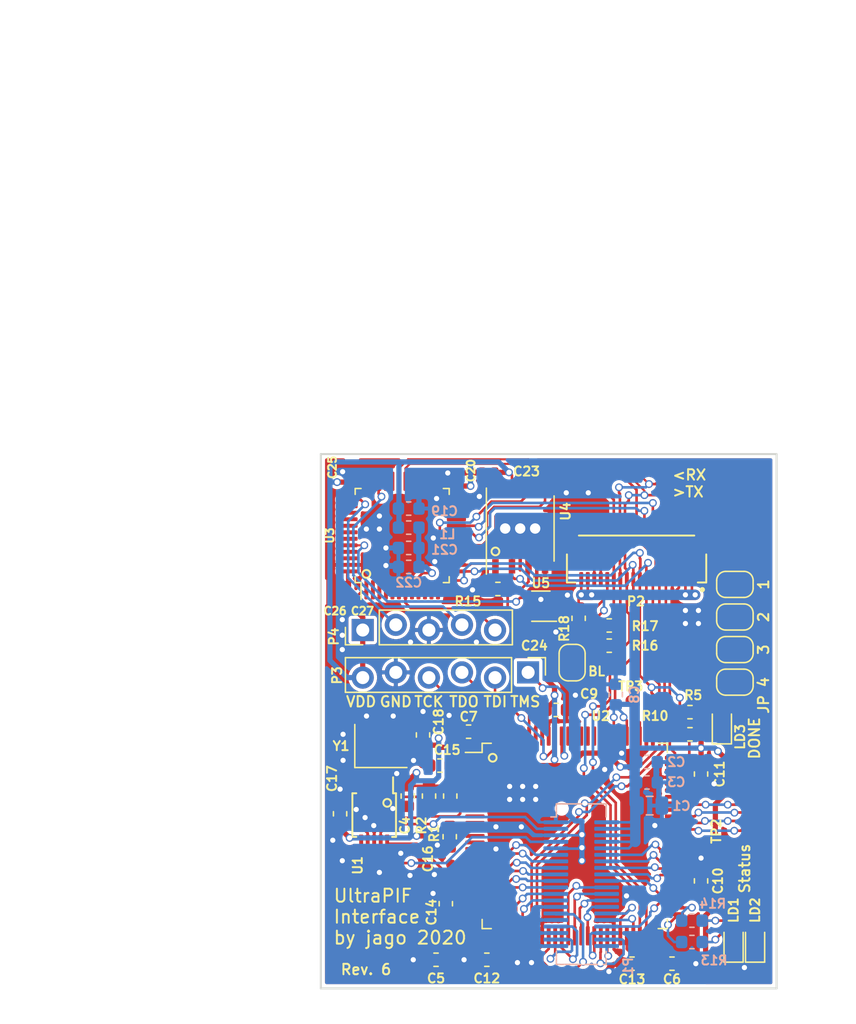
<source format=kicad_pcb>
(kicad_pcb (version 20171130) (host pcbnew "(5.1.5)-3")
  (title_block (title "UltraPIF FPGA") (date 2018-04-09) (rev 3) (company jago85))
  (layers (0 F.Cu signal) (31 B.Cu signal) (34 B.Paste user hide) (35 F.Paste user hide) (36 B.SilkS user) (37 F.SilkS user) (38 B.Mask user) (39 F.Mask user) (44 Edge.Cuts user))
  (net 0 "")
  (net 1 /FPGA/TMS)
  (net 2 /FPGA/TDO)
  (net 3 /FPGA/TDI)
  (net 4 /FPGA/TCK)
  (net 5 "Net-(U1-Pad2)")
  (net 6 "Net-(U1-Pad3)")
  (net 7 /FPGA_DONE)
  (net 8 /SCL)
  (net 9 /SDA)
  (net 10 /UFM_SN)
  (net 11 /FPGA_SCK)
  (net 12 /FPGA_MISO)
  (net 13 /FPGA_MOSI)
  (net 14 /CLK_FSC)
  (net 15 /CLK_FSO_5)
  (net 16 /CLK_CIC_EEP)
  (net 17 /RC_POR)
  (net 18 /CIC_DCLK)
  (net 19 /OUTPUT_RST)
  (net 20 /RESET_BTN)
  (net 21 /CIC_DIO)
  (net 22 /INT_CPU)
  (net 23 /EEP_DAT)
  (net 24 /P4_DAT_IN)
  (net 25 /P4_DAT_OUT)
  (net 26 /COLD_RESET)
  (net 27 /NMI_CPU)
  (net 28 /EN_PIF)
  (net 29 /P3_DAT_IN)
  (net 30 /CLK_PIF)
  (net 31 /P3_DAT_OUT)
  (net 32 /P2_DAT_IN)
  (net 33 /ADR_PIF)
  (net 34 /P2_DAT_OUT)
  (net 35 /P1_DAT_IN)
  (net 36 /DAT_PIF)
  (net 37 /P1_DAT_OUT)
  (net 38 /P1_AUX)
  (net 39 /CLK_INT)
  (net 40 GND)
  (net 41 +3V3)
  (net 42 /IRQ)
  (net 43 /FPGA_CS)
  (net 44 /FPGA/LED1)
  (net 45 /FPGA/LED2)
  (net 46 "Net-(LD1-Pad2)")
  (net 47 "Net-(LD2-Pad2)")
  (net 48 "Net-(LD3-Pad2)")
  (net 49 /FPGA/JP1)
  (net 50 /FPGA/JP2)
  (net 51 /RED)
  (net 52 /GREEN)
  (net 53 /BLUE)
  (net 54 /MCU/SWCLK)
  (net 55 /MCU/SWDIO)
  (net 56 /MCU/NRST)
  (net 57 /MCU/VDDA)
  (net 58 /MCU/FLASH_CS)
  (net 59 /FPGA/JP3)
  (net 60 /FPGA/JP4)
  (net 61 /MCU/BOOT0)
  (net 62 /UART_TX)
  (net 63 /UART_RX)
  (net 64 /BOOT)
  (net 65 /FPGA/TEST1)
  (net 66 /FPGA/TEST2)
  (net 67 /FPGA/TEST3)
  (module pif_fpga:Hirose_DF12A-40DS-0.5V_2x20_P0.50mm_Vertical (layer B.Cu) (at 165 132 270)
    (fp_text reference P1 (at 6.3 -3.6 90) (layer B.SilkS) (effects (font (size 0.7 0.7)) (justify mirror)))
    (fp_text value CONN_02X20)
    (pad 2 smd roundrect (at -4.75 1.95 270) (size 0.3 1.9) (layers B.Cu B.Mask) (net 40 GND))
    (pad 4 smd roundrect (at -4.25 1.95 270) (size 0.3 1.9) (layers B.Cu B.Mask) (net 15 /CLK_FSO_5))
    (pad 6 smd roundrect (at -3.75 1.95 270) (size 0.3 1.9) (layers B.Cu B.Mask) (net 40 GND))
    (pad 8 smd roundrect (at -3.25 1.95 270) (size 0.3 1.9) (layers B.Cu B.Mask) (net 14 /CLK_FSC))
    (pad 10 smd roundrect (at -2.75 1.95 270) (size 0.3 1.9) (layers B.Cu B.Mask) (net 40 GND))
    (pad 12 smd roundrect (at -2.25 1.95 270) (size 0.3 1.9) (layers B.Cu B.Mask) (net 16 /CLK_CIC_EEP))
    (pad 14 smd roundrect (at -1.75 1.95 270) (size 0.3 1.9) (layers B.Cu B.Mask) (net 17 /RC_POR))
    (pad 16 smd roundrect (at -1.25 1.95 270) (size 0.3 1.9) (layers B.Cu B.Mask) (net 18 /CIC_DCLK))
    (pad 18 smd roundrect (at -0.75 1.95 270) (size 0.3 1.9) (layers B.Cu B.Mask) (net 19 /OUTPUT_RST))
    (pad 20 smd roundrect (at -0.25 1.95 270) (size 0.3 1.9) (layers B.Cu B.Mask) (net 21 /CIC_DIO))
    (pad 22 smd roundrect (at 0.25 1.95 270) (size 0.3 1.9) (layers B.Cu B.Mask) (net 26 /COLD_RESET))
    (pad 24 smd roundrect (at 0.75 1.95 270) (size 0.3 1.9) (layers B.Cu B.Mask) (net 27 /NMI_CPU))
    (pad 26 smd roundrect (at 1.25 1.95 270) (size 0.3 1.9) (layers B.Cu B.Mask) (net 28 /EN_PIF))
    (pad 28 smd roundrect (at 1.75 1.95 270) (size 0.3 1.9) (layers B.Cu B.Mask) (net 40 GND))
    (pad 30 smd roundrect (at 2.25 1.95 270) (size 0.3 1.9) (layers B.Cu B.Mask) (net 30 /CLK_PIF))
    (pad 32 smd roundrect (at 2.75 1.95 270) (size 0.3 1.9) (layers B.Cu B.Mask) (net 40 GND))
    (pad 34 smd roundrect (at 3.25 1.95 270) (size 0.3 1.9) (layers B.Cu B.Mask) (net 33 /ADR_PIF))
    (pad 36 smd roundrect (at 3.75 1.95 270) (size 0.3 1.9) (layers B.Cu B.Mask) (net 40 GND))
    (pad 38 smd roundrect (at 4.25 1.95 270) (size 0.3 1.9) (layers B.Cu B.Mask) (net 36 /DAT_PIF))
    (pad 40 smd roundrect (at 4.75 1.95 270) (size 0.3 1.9) (layers B.Cu B.Mask) (net 40 GND))
    (pad 1 smd roundrect (at -4.75 -1.95 270) (size 0.3 1.9) (layers B.Cu B.Mask) (net 41 +3V3))
    (pad 3 smd roundrect (at -4.25 -1.95 270) (size 0.3 1.9) (layers B.Cu B.Mask) (net 41 +3V3))
    (pad 5 smd roundrect (at -3.75 -1.95 270) (size 0.3 1.9) (layers B.Cu B.Mask) (net 41 +3V3))
    (pad 7 smd roundrect (at -3.25 -1.95 270) (size 0.3 1.9) (layers B.Cu B.Mask) (net 41 +3V3))
    (pad 9 smd roundrect (at -2.75 -1.95 270) (size 0.3 1.9) (layers B.Cu B.Mask) (net 41 +3V3))
    (pad 11 smd roundrect (at -2.25 -1.95 270) (size 0.3 1.9) (layers B.Cu B.Mask) (net 20 /RESET_BTN))
    (pad 13 smd roundrect (at -1.75 -1.95 270) (size 0.3 1.9) (layers B.Cu B.Mask) (net 22 /INT_CPU))
    (pad 15 smd roundrect (at -1.25 -1.95 270) (size 0.3 1.9) (layers B.Cu B.Mask) (net 23 /EEP_DAT))
    (pad 17 smd roundrect (at -0.75 -1.95 270) (size 0.3 1.9) (layers B.Cu B.Mask) (net 24 /P4_DAT_IN))
    (pad 19 smd roundrect (at -0.25 -1.95 270) (size 0.3 1.9) (layers B.Cu B.Mask) (net 25 /P4_DAT_OUT))
    (pad 21 smd roundrect (at 0.25 -1.95 270) (size 0.3 1.9) (layers B.Cu B.Mask) (net 29 /P3_DAT_IN))
    (pad 23 smd roundrect (at 0.75 -1.95 270) (size 0.3 1.9) (layers B.Cu B.Mask) (net 31 /P3_DAT_OUT))
    (pad 25 smd roundrect (at 1.25 -1.95 270) (size 0.3 1.9) (layers B.Cu B.Mask) (net 32 /P2_DAT_IN))
    (pad 27 smd roundrect (at 1.75 -1.95 270) (size 0.3 1.9) (layers B.Cu B.Mask) (net 34 /P2_DAT_OUT))
    (pad 29 smd roundrect (at 2.25 -1.95 270) (size 0.3 1.9) (layers B.Cu B.Mask) (net 35 /P1_DAT_IN))
    (pad 31 smd roundrect (at 2.75 -1.95 270) (size 0.3 1.9) (layers B.Cu B.Mask) (net 37 /P1_DAT_OUT))
    (pad 33 smd roundrect (at 3.25 -1.95 270) (size 0.3 1.9) (layers B.Cu B.Mask) (net 38 /P1_AUX))
    (pad 35 smd roundrect (at 3.75 -1.95 270) (size 0.3 1.9) (layers B.Cu B.Mask) (net 51 /RED))
    (pad 37 smd roundrect (at 4.25 -1.95 270) (size 0.3 1.9) (layers B.Cu B.Mask) (net 52 /GREEN))
    (pad 39 smd roundrect (at 4.75 -1.95 270) (size 0.3 1.9) (layers B.Cu B.Mask) (net 53 /BLUE))
    (pad "" np_thru_hole circle (at -5.8 1.5 270) (size 0.6 0.6) (drill 0.6) (layers *.Cu *.Mask))
    (pad "" np_thru_hole circle (at 5.8 1.5 270) (size 0.6 0.6) (drill 0.6) (layers *.Cu *.Mask))
  )
  (module pif_fpga:Molex_BackFlip_18x0.5mm (layer F.Cu) (at 173.5 108.5 180)
    (fp_text reference P2 (at 4.3 -1.8 180) (layer F.SilkS) (effects (font (size 0.7 0.7))))
    (fp_text value CONN_01X18)
    (pad 1 smd roundrect (at 0 -0.1 180) (size 0.3 1.1) (layers F.Cu F.Paste F.Mask) (net 41 +3V3))
    (pad 2 smd roundrect (at 0.5 -0.1 180) (size 0.3 1.1) (layers F.Cu F.Paste F.Mask) (net 41 +3V3))
    (pad 3 smd roundrect (at 1 -0.1 180) (size 0.3 1.1) (layers F.Cu F.Paste F.Mask) (net 40 GND))
    (pad 4 smd roundrect (at 1.5 -0.1 180) (size 0.3 1.1) (layers F.Cu F.Paste F.Mask) (net 40 GND))
    (pad 5 smd roundrect (at 2 -0.1 180) (size 0.3 1.1) (layers F.Cu F.Paste F.Mask) (net 42 /IRQ))
    (pad 6 smd roundrect (at 2.5 -0.1 180) (size 0.3 1.1) (layers F.Cu F.Paste F.Mask) (net 43 /FPGA_CS))
    (pad 7 smd roundrect (at 3 -0.1 180) (size 0.3 1.1) (layers F.Cu F.Paste F.Mask) (net 11 /FPGA_SCK))
    (pad 8 smd roundrect (at 3.5 -0.1 180) (size 0.3 1.1) (layers F.Cu F.Paste F.Mask) (net 12 /FPGA_MISO))
    (pad 9 smd roundrect (at 4 -0.1 180) (size 0.3 1.1) (layers F.Cu F.Paste F.Mask) (net 7 /FPGA_DONE))
    (pad 10 smd roundrect (at 4.5 -0.1 180) (size 0.3 1.1) (layers F.Cu F.Paste F.Mask) (net 10 /UFM_SN))
    (pad 11 smd roundrect (at 5 -0.1 180) (size 0.3 1.1) (layers F.Cu F.Paste F.Mask) (net 62 /UART_TX))
    (pad 12 smd roundrect (at 5.5 -0.1 180) (size 0.3 1.1) (layers F.Cu F.Paste F.Mask) (net 63 /UART_RX))
    (pad 13 smd roundrect (at 6 -0.1 180) (size 0.3 1.1) (layers F.Cu F.Paste F.Mask) (net 13 /FPGA_MOSI))
    (pad 14 smd roundrect (at 6.5 -0.1 180) (size 0.3 1.1) (layers F.Cu F.Paste F.Mask) (net 64 /BOOT))
    (pad 15 smd roundrect (at 7 -0.1 180) (size 0.3 1.1) (layers F.Cu F.Paste F.Mask) (net 40 GND))
    (pad 16 smd roundrect (at 7.5 -0.1 180) (size 0.3 1.1) (layers F.Cu F.Paste F.Mask) (net 40 GND))
    (pad 17 smd roundrect (at 8 -0.1 180) (size 0.3 1.1) (layers F.Cu F.Paste F.Mask) (net 41 +3V3))
    (pad 18 smd roundrect (at 8.5 -0.1 180) (size 0.3 1.1) (layers F.Cu F.Paste F.Mask) (net 41 +3V3))
    (pad "" smd roundrect (at -0.99 2.85 180) (size 1.1 1.6) (layers F.Cu F.Paste F.Mask))
    (pad "" smd roundrect (at 9.49 2.85 180) (size 1.1 1.6) (layers F.Cu F.Paste F.Mask))
  )
  (module Package_QFP:LQFP-48_7x7mm_P0.5mm (layer F.Cu) (at 151.25 105.25 90)
    (fp_text reference U3 (at 0 -5.55 90) (layer F.SilkS) (effects (font (size 0.6 0.6))))
    (fp_text value STM32F070CBT6)
    (pad 48 smd roundrect (at -2.75 -4.1625 90) (size 0.3 1.475) (layers F.Cu F.Paste F.Mask) (net 41 +3V3))
    (pad 47 smd roundrect (at -2.25 -4.1625 90) (size 0.3 1.475) (layers F.Cu F.Paste F.Mask) (net 40 GND))
    (pad 46 smd roundrect (at -1.75 -4.1625 90) (size 0.3 1.475) (layers F.Cu F.Paste F.Mask))
    (pad 45 smd roundrect (at -1.25 -4.1625 90) (size 0.3 1.475) (layers F.Cu F.Paste F.Mask))
    (pad 44 smd roundrect (at -0.75 -4.1625 90) (size 0.3 1.475) (layers F.Cu F.Paste F.Mask) (net 61 /MCU/BOOT0))
    (pad 43 smd roundrect (at -0.25 -4.1625 90) (size 0.3 1.475) (layers F.Cu F.Paste F.Mask))
    (pad 42 smd roundrect (at 0.25 -4.1625 90) (size 0.3 1.475) (layers F.Cu F.Paste F.Mask))
    (pad 41 smd roundrect (at 0.75 -4.1625 90) (size 0.3 1.475) (layers F.Cu F.Paste F.Mask))
    (pad 40 smd roundrect (at 1.25 -4.1625 90) (size 0.3 1.475) (layers F.Cu F.Paste F.Mask))
    (pad 39 smd roundrect (at 1.75 -4.1625 90) (size 0.3 1.475) (layers F.Cu F.Paste F.Mask))
    (pad 38 smd roundrect (at 2.25 -4.1625 90) (size 0.3 1.475) (layers F.Cu F.Paste F.Mask))
    (pad 37 smd roundrect (at 2.75 -4.1625 90) (size 0.3 1.475) (layers F.Cu F.Paste F.Mask) (net 54 /MCU/SWCLK))
    (pad 36 smd roundrect (at 4.1625 -2.75 90) (size 1.475 0.3) (layers F.Cu F.Paste F.Mask) (net 41 +3V3))
    (pad 35 smd roundrect (at 4.1625 -2.25 90) (size 1.475 0.3) (layers F.Cu F.Paste F.Mask) (net 40 GND))
    (pad 34 smd roundrect (at 4.1625 -1.75 90) (size 1.475 0.3) (layers F.Cu F.Paste F.Mask) (net 55 /MCU/SWDIO))
    (pad 33 smd roundrect (at 4.1625 -1.25 90) (size 1.475 0.3) (layers F.Cu F.Paste F.Mask))
    (pad 32 smd roundrect (at 4.1625 -0.75 90) (size 1.475 0.3) (layers F.Cu F.Paste F.Mask))
    (pad 31 smd roundrect (at 4.1625 -0.25 90) (size 1.475 0.3) (layers F.Cu F.Paste F.Mask) (net 63 /UART_RX))
    (pad 30 smd roundrect (at 4.1625 0.25 90) (size 1.475 0.3) (layers F.Cu F.Paste F.Mask) (net 62 /UART_TX))
    (pad 29 smd roundrect (at 4.1625 0.75 90) (size 1.475 0.3) (layers F.Cu F.Paste F.Mask))
    (pad 28 smd roundrect (at 4.1625 1.25 90) (size 1.475 0.3) (layers F.Cu F.Paste F.Mask))
    (pad 27 smd roundrect (at 4.1625 1.75 90) (size 1.475 0.3) (layers F.Cu F.Paste F.Mask))
    (pad 26 smd roundrect (at 4.1625 2.25 90) (size 1.475 0.3) (layers F.Cu F.Paste F.Mask))
    (pad 25 smd roundrect (at 4.1625 2.75 90) (size 1.475 0.3) (layers F.Cu F.Paste F.Mask))
    (pad 24 smd roundrect (at 2.75 4.1625 90) (size 0.3 1.475) (layers F.Cu F.Paste F.Mask) (net 41 +3V3))
    (pad 23 smd roundrect (at 2.25 4.1625 90) (size 0.3 1.475) (layers F.Cu F.Paste F.Mask) (net 40 GND))
    (pad 22 smd roundrect (at 1.75 4.1625 90) (size 0.3 1.475) (layers F.Cu F.Paste F.Mask))
    (pad 21 smd roundrect (at 1.25 4.1625 90) (size 0.3 1.475) (layers F.Cu F.Paste F.Mask))
    (pad 20 smd roundrect (at 0.75 4.1625 90) (size 0.3 1.475) (layers F.Cu F.Paste F.Mask) (net 42 /IRQ))
    (pad 19 smd roundrect (at 0.25 4.1625 90) (size 0.3 1.475) (layers F.Cu F.Paste F.Mask) (net 43 /FPGA_CS))
    (pad 18 smd roundrect (at -0.25 4.1625 90) (size 0.3 1.475) (layers F.Cu F.Paste F.Mask))
    (pad 17 smd roundrect (at -0.75 4.1625 90) (size 0.3 1.475) (layers F.Cu F.Paste F.Mask) (net 13 /FPGA_MOSI))
    (pad 16 smd roundrect (at -1.25 4.1625 90) (size 0.3 1.475) (layers F.Cu F.Paste F.Mask) (net 12 /FPGA_MISO))
    (pad 15 smd roundrect (at -1.75 4.1625 90) (size 0.3 1.475) (layers F.Cu F.Paste F.Mask) (net 11 /FPGA_SCK))
    (pad 14 smd roundrect (at -2.25 4.1625 90) (size 0.3 1.475) (layers F.Cu F.Paste F.Mask) (net 58 /MCU/FLASH_CS))
    (pad 13 smd roundrect (at -2.75 4.1625 90) (size 0.3 1.475) (layers F.Cu F.Paste F.Mask) (net 10 /UFM_SN))
    (pad 12 smd roundrect (at -4.1625 2.75 90) (size 1.475 0.3) (layers F.Cu F.Paste F.Mask) (net 7 /FPGA_DONE))
    (pad 11 smd roundrect (at -4.1625 2.25 90) (size 1.475 0.3) (layers F.Cu F.Paste F.Mask))
    (pad 10 smd roundrect (at -4.1625 1.75 90) (size 1.475 0.3) (layers F.Cu F.Paste F.Mask))
    (pad 9 smd roundrect (at -4.1625 1.25 90) (size 1.475 0.3) (layers F.Cu F.Paste F.Mask) (net 57 /MCU/VDDA))
    (pad 8 smd roundrect (at -4.1625 0.75 90) (size 1.475 0.3) (layers F.Cu F.Paste F.Mask) (net 40 GND))
    (pad 7 smd roundrect (at -4.1625 0.25 90) (size 1.475 0.3) (layers F.Cu F.Paste F.Mask) (net 56 /MCU/NRST))
    (pad 6 smd roundrect (at -4.1625 -0.25 90) (size 1.475 0.3) (layers F.Cu F.Paste F.Mask))
    (pad 5 smd roundrect (at -4.1625 -0.75 90) (size 1.475 0.3) (layers F.Cu F.Paste F.Mask))
    (pad 4 smd roundrect (at -4.1625 -1.25 90) (size 1.475 0.3) (layers F.Cu F.Paste F.Mask))
    (pad 3 smd roundrect (at -4.1625 -1.75 90) (size 1.475 0.3) (layers F.Cu F.Paste F.Mask))
    (pad 2 smd roundrect (at -4.1625 -2.25 90) (size 1.475 0.3) (layers F.Cu F.Paste F.Mask))
    (pad 1 smd roundrect (at -4.1625 -2.75 90) (size 1.475 0.3) (layers F.Cu F.Paste F.Mask) (net 41 +3V3))
  )
  (module Package_SO:MSOP-10_3x3mm_P0.5mm (layer F.Cu) (at 149.1 126.7 270)
    (fp_text reference U1 (at 3.86 1.27 90) (layer F.SilkS) (effects (font (size 0.7 0.7))))
    (fp_text value Si5351A)
    (pad 10 smd rect (at 2.2 -1 270) (size 1.4 0.3) (layers F.Cu F.Paste F.Mask) (net 39 /CLK_INT))
    (pad 9 smd rect (at 2.2 -0.5 270) (size 1.4 0.3) (layers F.Cu F.Paste F.Mask) (net 15 /CLK_FSO_5))
    (pad 8 smd rect (at 2.2 0 270) (size 1.4 0.3) (layers F.Cu F.Paste F.Mask) (net 40 GND))
    (pad 7 smd rect (at 2.2 0.5 270) (size 1.4 0.3) (layers F.Cu F.Paste F.Mask) (net 41 +3V3))
    (pad 6 smd rect (at 2.2 1 270) (size 1.4 0.3) (layers F.Cu F.Paste F.Mask) (net 14 /CLK_FSC))
    (pad 5 smd rect (at -2.2 1 270) (size 1.4 0.3) (layers F.Cu F.Paste F.Mask) (net 9 /SDA))
    (pad 4 smd rect (at -2.2 0.5 270) (size 1.4 0.3) (layers F.Cu F.Paste F.Mask) (net 8 /SCL))
    (pad 3 smd rect (at -2.2 0 270) (size 1.4 0.3) (layers F.Cu F.Paste F.Mask) (net 6 "Net-(U1-Pad3)"))
    (pad 2 smd rect (at -2.2 -0.5 270) (size 1.4 0.3) (layers F.Cu F.Paste F.Mask) (net 5 "Net-(U1-Pad2)"))
    (pad 1 smd rect (at -2.2 -1 270) (size 1.4 0.3) (layers F.Cu F.Paste F.Mask) (net 41 +3V3))
  )
  (module Jumper:SolderJumper-2_P1.3mm_Open_RoundedPad1.0x1.5mm (layer F.Cu) (at 164.3 115 270)
    (fp_text reference JP5 hide)
    (fp_text value Jumper_NO_Small)
    (pad 2 smd custom (at 0.65 0 270) (size 1 0.5) (layers F.Cu F.Mask) (net 40 GND) (options (clearance outline) (anchor rect)) (primitives (gr_circle (center 0 0.25) (end 0.5 0.25) (width 0)) (gr_circle (center 0 -0.25) (end 0.5 -0.25) (width 0)) (gr_poly (pts (xy 0 -0.75) (xy -0.5 -0.75) (xy -0.5 0.75) (xy 0 0.75)) (width 0))))
    (pad 1 smd custom (at -0.65 0 270) (size 1 0.5) (layers F.Cu F.Mask) (net 64 /BOOT) (options (clearance outline) (anchor rect)) (primitives (gr_circle (center 0 0.25) (end 0.5 0.25) (width 0)) (gr_circle (center 0 -0.25) (end 0.5 -0.25) (width 0)) (gr_poly (pts (xy 0 -0.75) (xy 0.5 -0.75) (xy 0.5 0.75) (xy 0 0.75)) (width 0))))
  )
  (module Jumper:SolderJumper-2_P1.3mm_Open_RoundedPad1.0x1.5mm (layer F.Cu) (at 176.8 116.5 180)
    (fp_text reference JP4 hide)
    (fp_text value Jumper_NO_Small)
    (pad 2 smd custom (at 0.65 0 180) (size 1 0.5) (layers F.Cu F.Mask) (net 40 GND) (options (clearance outline) (anchor rect)) (primitives (gr_circle (center 0 0.25) (end 0.5 0.25) (width 0)) (gr_circle (center 0 -0.25) (end 0.5 -0.25) (width 0)) (gr_poly (pts (xy 0 -0.75) (xy -0.5 -0.75) (xy -0.5 0.75) (xy 0 0.75)) (width 0))))
    (pad 1 smd custom (at -0.65 0 180) (size 1 0.5) (layers F.Cu F.Mask) (net 60 /FPGA/JP4) (options (clearance outline) (anchor rect)) (primitives (gr_circle (center 0 0.25) (end 0.5 0.25) (width 0)) (gr_circle (center 0 -0.25) (end 0.5 -0.25) (width 0)) (gr_poly (pts (xy 0 -0.75) (xy 0.5 -0.75) (xy 0.5 0.75) (xy 0 0.75)) (width 0))))
  )
  (module Jumper:SolderJumper-2_P1.3mm_Open_RoundedPad1.0x1.5mm (layer F.Cu) (at 176.8 114 180)
    (fp_text reference JP3 hide)
    (fp_text value Jumper_NO_Small)
    (pad 2 smd custom (at 0.65 0 180) (size 1 0.5) (layers F.Cu F.Mask) (net 40 GND) (options (clearance outline) (anchor rect)) (primitives (gr_circle (center 0 0.25) (end 0.5 0.25) (width 0)) (gr_circle (center 0 -0.25) (end 0.5 -0.25) (width 0)) (gr_poly (pts (xy 0 -0.75) (xy -0.5 -0.75) (xy -0.5 0.75) (xy 0 0.75)) (width 0))))
    (pad 1 smd custom (at -0.65 0 180) (size 1 0.5) (layers F.Cu F.Mask) (net 59 /FPGA/JP3) (options (clearance outline) (anchor rect)) (primitives (gr_circle (center 0 0.25) (end 0.5 0.25) (width 0)) (gr_circle (center 0 -0.25) (end 0.5 -0.25) (width 0)) (gr_poly (pts (xy 0 -0.75) (xy 0.5 -0.75) (xy 0.5 0.75) (xy 0 0.75)) (width 0))))
  )
  (module Jumper:SolderJumper-2_P1.3mm_Open_RoundedPad1.0x1.5mm (layer F.Cu) (at 176.8 111.5 180)
    (fp_text reference JP2 hide)
    (fp_text value Jumper_NO_Small)
    (pad 2 smd custom (at 0.65 0 180) (size 1 0.5) (layers F.Cu F.Mask) (net 40 GND) (options (clearance outline) (anchor rect)) (primitives (gr_circle (center 0 0.25) (end 0.5 0.25) (width 0)) (gr_circle (center 0 -0.25) (end 0.5 -0.25) (width 0)) (gr_poly (pts (xy 0 -0.75) (xy -0.5 -0.75) (xy -0.5 0.75) (xy 0 0.75)) (width 0))))
    (pad 1 smd custom (at -0.65 0 180) (size 1 0.5) (layers F.Cu F.Mask) (net 50 /FPGA/JP2) (options (clearance outline) (anchor rect)) (primitives (gr_circle (center 0 0.25) (end 0.5 0.25) (width 0)) (gr_circle (center 0 -0.25) (end 0.5 -0.25) (width 0)) (gr_poly (pts (xy 0 -0.75) (xy 0.5 -0.75) (xy 0.5 0.75) (xy 0 0.75)) (width 0))))
  )
  (module Jumper:SolderJumper-2_P1.3mm_Open_RoundedPad1.0x1.5mm (layer F.Cu) (at 176.8 109 180)
    (fp_text reference JP1 hide)
    (fp_text value Jumper_NO_Small)
    (pad 2 smd custom (at 0.65 0 180) (size 1 0.5) (layers F.Cu F.Mask) (net 40 GND) (options (clearance outline) (anchor rect)) (primitives (gr_circle (center 0 0.25) (end 0.5 0.25) (width 0)) (gr_circle (center 0 -0.25) (end 0.5 -0.25) (width 0)) (gr_poly (pts (xy 0 -0.75) (xy -0.5 -0.75) (xy -0.5 0.75) (xy 0 0.75)) (width 0))))
    (pad 1 smd custom (at -0.65 0 180) (size 1 0.5) (layers F.Cu F.Mask) (net 49 /FPGA/JP1) (options (clearance outline) (anchor rect)) (primitives (gr_circle (center 0 0.25) (end 0.5 0.25) (width 0)) (gr_circle (center 0 -0.25) (end 0.5 -0.25) (width 0)) (gr_poly (pts (xy 0 -0.75) (xy 0.5 -0.75) (xy 0.5 0.75) (xy 0 0.75)) (width 0))))
  )
  (module Crystal:Crystal_SMD_3225-4Pin_3.2x2.5mm (layer F.Cu) (at 149.61 121.4)
    (fp_text reference Y1 (at -3.05 0) (layer F.SilkS) (effects (font (size 0.7 0.7))))
    (fp_text value "25 MHz")
    (pad 4 smd rect (at -1.1 -0.85) (size 1.4 1.2) (layers F.Cu F.Paste F.Mask) (net 40 GND))
    (pad 3 smd rect (at 1.1 -0.85) (size 1.4 1.2) (layers F.Cu F.Paste F.Mask) (net 5 "Net-(U1-Pad2)"))
    (pad 2 smd rect (at 1.1 0.85) (size 1.4 1.2) (layers F.Cu F.Paste F.Mask) (net 40 GND))
    (pad 1 smd rect (at -1.1 0.85) (size 1.4 1.2) (layers F.Cu F.Paste F.Mask) (net 6 "Net-(U1-Pad3)"))
  )
  (module Package_TO_SOT_SMD:SOT-353_SC-70-5 (layer F.Cu) (at 161.9 110.67 180)
    (fp_text reference U5 (at 0 1.77) (layer F.SilkS) (effects (font (size 0.7 0.7))))
    (fp_text value 74LVC1G14)
    (pad 1 smd rect (at -0.95 -0.65 180) (size 0.65 0.4) (layers F.Cu F.Paste F.Mask))
    (pad 3 smd rect (at -0.95 0.65 180) (size 0.65 0.4) (layers F.Cu F.Paste F.Mask) (net 40 GND))
    (pad 2 smd rect (at -0.95 0 180) (size 0.65 0.4) (layers F.Cu F.Paste F.Mask) (net 64 /BOOT))
    (pad 4 smd rect (at 0.95 0.65 180) (size 0.65 0.4) (layers F.Cu F.Paste F.Mask) (net 61 /MCU/BOOT0))
    (pad 5 smd rect (at 0.95 -0.65 180) (size 0.65 0.4) (layers F.Cu F.Paste F.Mask) (net 41 +3V3))
  )
  (module Package_DFN_QFN:DFN-8-1EP_6x5mm_P1.27mm_EP2x2mm (layer F.Cu) (at 160.315 104.71 90)
    (fp_text reference U4 (at 1.31 3.485 90) (layer F.SilkS) (effects (font (size 0.7 0.7))))
    (fp_text value W25Q128JVPIQ)
    (pad 8 smd rect (at 2.9 -1.905) (size 0.5 1.1) (layers F.Cu F.Paste F.Mask) (net 41 +3V3))
    (pad 7 smd rect (at 2.9 -0.635) (size 0.5 1.1) (layers F.Cu F.Paste F.Mask) (net 41 +3V3))
    (pad 6 smd rect (at 2.9 0.635) (size 0.5 1.1) (layers F.Cu F.Paste F.Mask) (net 11 /FPGA_SCK))
    (pad 5 smd rect (at 2.9 1.905) (size 0.5 1.1) (layers F.Cu F.Paste F.Mask) (net 13 /FPGA_MOSI))
    (pad 4 smd rect (at -2.9 1.905) (size 0.5 1.1) (layers F.Cu F.Paste F.Mask) (net 40 GND))
    (pad 3 smd rect (at -2.9 0.635) (size 0.5 1.1) (layers F.Cu F.Paste F.Mask) (net 41 +3V3))
    (pad 2 smd rect (at -2.9 -0.635) (size 0.5 1.1) (layers F.Cu F.Paste F.Mask) (net 12 /FPGA_MISO))
    (pad 1 smd rect (at -2.9 -1.905) (size 0.5 1.1) (layers F.Cu F.Paste F.Mask) (net 58 /MCU/FLASH_CS))
    (pad 9 smd rect (at 0 0) (size 4 2) (layers F.Cu F.Mask) (net 40 GND))
  )
  (module Package_QFP:TQFP-100_14x14mm_P0.5mm (layer F.Cu) (at 164.5 128.3)
    (fp_text reference U2 (at 2 -9.2) (layer F.SilkS) (effects (font (size 0.7 0.7))))
    (fp_text value LCMXO2-2000HC)
    (pad 100 smd roundrect (at -6 -7.6625) (size 0.3 1.475) (layers F.Cu F.Paste F.Mask) (net 41 +3V3))
    (pad 99 smd roundrect (at -5.5 -7.6625) (size 0.3 1.475) (layers F.Cu F.Paste F.Mask))
    (pad 98 smd roundrect (at -5 -7.6625) (size 0.3 1.475) (layers F.Cu F.Paste F.Mask))
    (pad 97 smd roundrect (at -4.5 -7.6625) (size 0.3 1.475) (layers F.Cu F.Paste F.Mask))
    (pad 96 smd roundrect (at -4 -7.6625) (size 0.3 1.475) (layers F.Cu F.Paste F.Mask))
    (pad 95 smd roundrect (at -3.5 -7.6625) (size 0.3 1.475) (layers F.Cu F.Paste F.Mask) (net 2 /FPGA/TDO))
    (pad 94 smd roundrect (at -3 -7.6625) (size 0.3 1.475) (layers F.Cu F.Paste F.Mask) (net 3 /FPGA/TDI))
    (pad 93 smd roundrect (at -2.5 -7.6625) (size 0.3 1.475) (layers F.Cu F.Paste F.Mask) (net 41 +3V3))
    (pad 92 smd roundrect (at -2 -7.6625) (size 0.3 1.475) (layers F.Cu F.Paste F.Mask) (net 40 GND))
    (pad 91 smd roundrect (at -1.5 -7.6625) (size 0.3 1.475) (layers F.Cu F.Paste F.Mask) (net 4 /FPGA/TCK))
    (pad 90 smd roundrect (at -1 -7.6625) (size 0.3 1.475) (layers F.Cu F.Paste F.Mask) (net 1 /FPGA/TMS))
    (pad 89 smd roundrect (at -0.5 -7.6625) (size 0.3 1.475) (layers F.Cu F.Paste F.Mask))
    (pad 88 smd roundrect (at 0 -7.6625) (size 0.3 1.475) (layers F.Cu F.Paste F.Mask))
    (pad 87 smd roundrect (at 0.5 -7.6625) (size 0.3 1.475) (layers F.Cu F.Paste F.Mask))
    (pad 86 smd roundrect (at 1 -7.6625) (size 0.3 1.475) (layers F.Cu F.Paste F.Mask))
    (pad 85 smd roundrect (at 1.5 -7.6625) (size 0.3 1.475) (layers F.Cu F.Paste F.Mask))
    (pad 84 smd roundrect (at 2 -7.6625) (size 0.3 1.475) (layers F.Cu F.Paste F.Mask))
    (pad 83 smd roundrect (at 2.5 -7.6625) (size 0.3 1.475) (layers F.Cu F.Paste F.Mask))
    (pad 82 smd roundrect (at 3 -7.6625) (size 0.3 1.475) (layers F.Cu F.Paste F.Mask) (net 41 +3V3))
    (pad 81 smd roundrect (at 3.5 -7.6625) (size 0.3 1.475) (layers F.Cu F.Paste F.Mask))
    (pad 80 smd roundrect (at 4 -7.6625) (size 0.3 1.475) (layers F.Cu F.Paste F.Mask) (net 41 +3V3))
    (pad 79 smd roundrect (at 4.5 -7.6625) (size 0.3 1.475) (layers F.Cu F.Paste F.Mask) (net 40 GND))
    (pad 78 smd roundrect (at 5 -7.6625) (size 0.3 1.475) (layers F.Cu F.Paste F.Mask) (net 67 /FPGA/TEST3))
    (pad 77 smd roundrect (at 5.5 -7.6625) (size 0.3 1.475) (layers F.Cu F.Paste F.Mask))
    (pad 76 smd roundrect (at 6 -7.6625) (size 0.3 1.475) (layers F.Cu F.Paste F.Mask) (net 7 /FPGA_DONE))
    (pad 75 smd roundrect (at 7.6625 -6) (size 1.475 0.3) (layers F.Cu F.Paste F.Mask) (net 43 /FPGA_CS))
    (pad 74 smd roundrect (at 7.6625 -5.5) (size 1.475 0.3) (layers F.Cu F.Paste F.Mask) (net 42 /IRQ))
    (pad 73 smd roundrect (at 7.6625 -5) (size 1.475 0.3) (layers F.Cu F.Paste F.Mask) (net 41 +3V3))
    (pad 72 smd roundrect (at 7.6625 -4.5) (size 1.475 0.3) (layers F.Cu F.Paste F.Mask) (net 40 GND))
    (pad 71 smd roundrect (at 7.6625 -4) (size 1.475 0.3) (layers F.Cu F.Paste F.Mask))
    (pad 70 smd roundrect (at 7.6625 -3.5) (size 1.475 0.3) (layers F.Cu F.Paste F.Mask))
    (pad 69 smd roundrect (at 7.6625 -3) (size 1.475 0.3) (layers F.Cu F.Paste F.Mask))
    (pad 68 smd roundrect (at 7.6625 -2.5) (size 1.475 0.3) (layers F.Cu F.Paste F.Mask))
    (pad 67 smd roundrect (at 7.6625 -2) (size 1.475 0.3) (layers F.Cu F.Paste F.Mask) (net 60 /FPGA/JP4))
    (pad 66 smd roundrect (at 7.6625 -1.5) (size 1.475 0.3) (layers F.Cu F.Paste F.Mask) (net 59 /FPGA/JP3))
    (pad 65 smd roundrect (at 7.6625 -1) (size 1.475 0.3) (layers F.Cu F.Paste F.Mask) (net 50 /FPGA/JP2))
    (pad 64 smd roundrect (at 7.6625 -0.5) (size 1.475 0.3) (layers F.Cu F.Paste F.Mask) (net 49 /FPGA/JP1))
    (pad 63 smd roundrect (at 7.6625 0) (size 1.475 0.3) (layers F.Cu F.Paste F.Mask) (net 66 /FPGA/TEST2))
    (pad 62 smd roundrect (at 7.6625 0.5) (size 1.475 0.3) (layers F.Cu F.Paste F.Mask))
    (pad 61 smd roundrect (at 7.6625 1) (size 1.475 0.3) (layers F.Cu F.Paste F.Mask))
    (pad 60 smd roundrect (at 7.6625 1.5) (size 1.475 0.3) (layers F.Cu F.Paste F.Mask) (net 20 /RESET_BTN))
    (pad 59 smd roundrect (at 7.6625 2) (size 1.475 0.3) (layers F.Cu F.Paste F.Mask) (net 22 /INT_CPU))
    (pad 58 smd roundrect (at 7.6625 2.5) (size 1.475 0.3) (layers F.Cu F.Paste F.Mask) (net 23 /EEP_DAT))
    (pad 57 smd roundrect (at 7.6625 3) (size 1.475 0.3) (layers F.Cu F.Paste F.Mask) (net 24 /P4_DAT_IN))
    (pad 56 smd roundrect (at 7.6625 3.5) (size 1.475 0.3) (layers F.Cu F.Paste F.Mask) (net 40 GND))
    (pad 55 smd roundrect (at 7.6625 4) (size 1.475 0.3) (layers F.Cu F.Paste F.Mask) (net 41 +3V3))
    (pad 54 smd roundrect (at 7.6625 4.5) (size 1.475 0.3) (layers F.Cu F.Paste F.Mask) (net 25 /P4_DAT_OUT))
    (pad 53 smd roundrect (at 7.6625 5) (size 1.475 0.3) (layers F.Cu F.Paste F.Mask) (net 38 /P1_AUX))
    (pad 52 smd roundrect (at 7.6625 5.5) (size 1.475 0.3) (layers F.Cu F.Paste F.Mask) (net 45 /FPGA/LED2))
    (pad 51 smd roundrect (at 7.6625 6) (size 1.475 0.3) (layers F.Cu F.Paste F.Mask) (net 44 /FPGA/LED1))
    (pad 50 smd roundrect (at 6 7.6625) (size 0.3 1.475) (layers F.Cu F.Paste F.Mask) (net 41 +3V3))
    (pad 49 smd roundrect (at 5.5 7.6625) (size 0.3 1.475) (layers F.Cu F.Paste F.Mask) (net 13 /FPGA_MOSI))
    (pad 48 smd roundrect (at 5 7.6625) (size 0.3 1.475) (layers F.Cu F.Paste F.Mask) (net 10 /UFM_SN))
    (pad 47 smd roundrect (at 4.5 7.6625) (size 0.3 1.475) (layers F.Cu F.Paste F.Mask) (net 37 /P1_DAT_OUT))
    (pad 46 smd roundrect (at 4 7.6625) (size 0.3 1.475) (layers F.Cu F.Paste F.Mask) (net 41 +3V3))
    (pad 45 smd roundrect (at 3.5 7.6625) (size 0.3 1.475) (layers F.Cu F.Paste F.Mask) (net 35 /P1_DAT_IN))
    (pad 44 smd roundrect (at 3 7.6625) (size 0.3 1.475) (layers F.Cu F.Paste F.Mask) (net 40 GND))
    (pad 43 smd roundrect (at 2.5 7.6625) (size 0.3 1.475) (layers F.Cu F.Paste F.Mask) (net 53 /BLUE))
    (pad 42 smd roundrect (at 2 7.6625) (size 0.3 1.475) (layers F.Cu F.Paste F.Mask) (net 52 /GREEN))
    (pad 41 smd roundrect (at 1.5 7.6625) (size 0.3 1.475) (layers F.Cu F.Paste F.Mask) (net 51 /RED))
    (pad 40 smd roundrect (at 1 7.6625) (size 0.3 1.475) (layers F.Cu F.Paste F.Mask) (net 34 /P2_DAT_OUT))
    (pad 39 smd roundrect (at 0.5 7.6625) (size 0.3 1.475) (layers F.Cu F.Paste F.Mask) (net 32 /P2_DAT_IN))
    (pad 38 smd roundrect (at 0 7.6625) (size 0.3 1.475) (layers F.Cu F.Paste F.Mask) (net 31 /P3_DAT_OUT))
    (pad 37 smd roundrect (at -0.5 7.6625) (size 0.3 1.475) (layers F.Cu F.Paste F.Mask) (net 29 /P3_DAT_IN))
    (pad 36 smd roundrect (at -1 7.6625) (size 0.3 1.475) (layers F.Cu F.Paste F.Mask) (net 33 /ADR_PIF))
    (pad 35 smd roundrect (at -1.5 7.6625) (size 0.3 1.475) (layers F.Cu F.Paste F.Mask) (net 36 /DAT_PIF))
    (pad 34 smd roundrect (at -2 7.6625) (size 0.3 1.475) (layers F.Cu F.Paste F.Mask) (net 30 /CLK_PIF))
    (pad 33 smd roundrect (at -2.5 7.6625) (size 0.3 1.475) (layers F.Cu F.Paste F.Mask) (net 40 GND))
    (pad 32 smd roundrect (at -3 7.6625) (size 0.3 1.475) (layers F.Cu F.Paste F.Mask) (net 12 /FPGA_MISO))
    (pad 31 smd roundrect (at -3.5 7.6625) (size 0.3 1.475) (layers F.Cu F.Paste F.Mask) (net 11 /FPGA_SCK))
    (pad 30 smd roundrect (at -4 7.6625) (size 0.3 1.475) (layers F.Cu F.Paste F.Mask) (net 28 /EN_PIF))
    (pad 29 smd roundrect (at -4.5 7.6625) (size 0.3 1.475) (layers F.Cu F.Paste F.Mask) (net 27 /NMI_CPU))
    (pad 28 smd roundrect (at -5 7.6625) (size 0.3 1.475) (layers F.Cu F.Paste F.Mask) (net 26 /COLD_RESET))
    (pad 27 smd roundrect (at -5.5 7.6625) (size 0.3 1.475) (layers F.Cu F.Paste F.Mask) (net 21 /CIC_DIO))
    (pad 26 smd roundrect (at -6 7.6625) (size 0.3 1.475) (layers F.Cu F.Paste F.Mask) (net 41 +3V3))
    (pad 25 smd roundrect (at -7.6625 6) (size 1.475 0.3) (layers F.Cu F.Paste F.Mask) (net 19 /OUTPUT_RST))
    (pad 24 smd roundrect (at -7.6625 5.5) (size 1.475 0.3) (layers F.Cu F.Paste F.Mask) (net 18 /CIC_DCLK))
    (pad 23 smd roundrect (at -7.6625 5) (size 1.475 0.3) (layers F.Cu F.Paste F.Mask) (net 41 +3V3))
    (pad 22 smd roundrect (at -7.6625 4.5) (size 1.475 0.3) (layers F.Cu F.Paste F.Mask) (net 40 GND))
    (pad 21 smd roundrect (at -7.6625 4) (size 1.475 0.3) (layers F.Cu F.Paste F.Mask) (net 17 /RC_POR))
    (pad 20 smd roundrect (at -7.6625 3.5) (size 1.475 0.3) (layers F.Cu F.Paste F.Mask) (net 39 /CLK_INT))
    (pad 19 smd roundrect (at -7.6625 3) (size 1.475 0.3) (layers F.Cu F.Paste F.Mask) (net 16 /CLK_CIC_EEP))
    (pad 18 smd roundrect (at -7.6625 2.5) (size 1.475 0.3) (layers F.Cu F.Paste F.Mask) (net 65 /FPGA/TEST1))
    (pad 17 smd roundrect (at -7.6625 2) (size 1.475 0.3) (layers F.Cu F.Paste F.Mask))
    (pad 16 smd roundrect (at -7.6625 1.5) (size 1.475 0.3) (layers F.Cu F.Paste F.Mask))
    (pad 15 smd roundrect (at -7.6625 1) (size 1.475 0.3) (layers F.Cu F.Paste F.Mask))
    (pad 14 smd roundrect (at -7.6625 0.5) (size 1.475 0.3) (layers F.Cu F.Paste F.Mask))
    (pad 13 smd roundrect (at -7.6625 0) (size 1.475 0.3) (layers F.Cu F.Paste F.Mask))
    (pad 12 smd roundrect (at -7.6625 -0.5) (size 1.475 0.3) (layers F.Cu F.Paste F.Mask))
    (pad 11 smd roundrect (at -7.6625 -1) (size 1.475 0.3) (layers F.Cu F.Paste F.Mask) (net 41 +3V3))
    (pad 10 smd roundrect (at -7.6625 -1.5) (size 1.475 0.3) (layers F.Cu F.Paste F.Mask))
    (pad 9 smd roundrect (at -7.6625 -2) (size 1.475 0.3) (layers F.Cu F.Paste F.Mask))
    (pad 8 smd roundrect (at -7.6625 -2.5) (size 1.475 0.3) (layers F.Cu F.Paste F.Mask) (net 9 /SDA))
    (pad 7 smd roundrect (at -7.6625 -3) (size 1.475 0.3) (layers F.Cu F.Paste F.Mask) (net 8 /SCL))
    (pad 6 smd roundrect (at -7.6625 -3.5) (size 1.475 0.3) (layers F.Cu F.Paste F.Mask) (net 40 GND))
    (pad 5 smd roundrect (at -7.6625 -4) (size 1.475 0.3) (layers F.Cu F.Paste F.Mask) (net 41 +3V3))
    (pad 4 smd roundrect (at -7.6625 -4.5) (size 1.475 0.3) (layers F.Cu F.Paste F.Mask))
    (pad 3 smd roundrect (at -7.6625 -5) (size 1.475 0.3) (layers F.Cu F.Paste F.Mask))
    (pad 2 smd roundrect (at -7.6625 -5.5) (size 1.475 0.3) (layers F.Cu F.Paste F.Mask))
    (pad 1 smd roundrect (at -7.6625 -6) (size 1.475 0.3) (layers F.Cu F.Paste F.Mask))
  )
  (module pif_fpga:TP_0.8mm (layer F.Cu) (at 171.4 102 270)
    (fp_text reference TP5 hide)
    (fp_text value TestPoint)
    (pad 1 smd circle (at 0 0 270) (size 0.8 0.8) (layers F.Cu F.Paste F.Mask) (net 62 /UART_TX))
  )
  (module pif_fpga:TP_0.8mm (layer F.Cu) (at 171.4 100.6 270)
    (fp_text reference TP4 hide)
    (fp_text value TestPoint)
    (pad 1 smd circle (at 0 0 270) (size 0.8 0.8) (layers F.Cu F.Paste F.Mask) (net 63 /UART_RX))
  )
  (module pif_fpga:TP_0.8mm (layer F.Cu) (at 168.8 117.9)
    (fp_text reference TP3 (at 0 -1.08) (layer F.SilkS) (effects (font (size 0.7 0.7))))
    (fp_text value TEST_1P)
    (pad 1 smd circle (at 0 0) (size 0.8 0.8) (layers F.Cu F.Paste F.Mask) (net 67 /FPGA/TEST3))
  )
  (module pif_fpga:TP_0.8mm (layer F.Cu) (at 174.2 129)
    (fp_text reference TP2 (at 1.17 -1.06 90) (layer F.SilkS) (effects (font (size 0.7 0.7))))
    (fp_text value TEST_1P)
    (pad 1 smd circle (at 0 0) (size 0.8 0.8) (layers F.Cu F.Paste F.Mask) (net 66 /FPGA/TEST2))
  )
  (module pif_fpga:TP_0.8mm (layer F.Cu) (at 155.03 130.51)
    (fp_text reference TP1 hide)
    (fp_text value TEST_1P)
    (pad 1 smd circle (at 0 0) (size 0.8 0.8) (layers F.Cu F.Paste F.Mask) (net 65 /FPGA/TEST1))
  )
  (module Resistor_SMD:R_0603_1608Metric (layer F.Cu) (at 164.8 111.6 270)
    (fp_text reference R18 (at 0.79 1.11 90) (layer F.SilkS) (effects (font (size 0.7 0.7))))
    (fp_text value 10k)
    (pad 2 smd roundrect (at 0.7875 0 270) (size 0.875 0.95) (layers F.Cu F.Paste F.Mask) (net 64 /BOOT))
    (pad 1 smd roundrect (at -0.7875 0 270) (size 0.875 0.95) (layers F.Cu F.Paste F.Mask) (net 41 +3V3))
  )
  (module Resistor_SMD:R_0603_1608Metric (layer F.Cu) (at 167.15 112.15)
    (fp_text reference R17 (at 2.75 0.05) (layer F.SilkS) (effects (font (size 0.7 0.7))))
    (fp_text value 10k)
    (pad 2 smd roundrect (at 0.7875 0) (size 0.875 0.95) (layers F.Cu F.Paste F.Mask) (net 63 /UART_RX))
    (pad 1 smd roundrect (at -0.7875 0) (size 0.875 0.95) (layers F.Cu F.Paste F.Mask) (net 41 +3V3))
  )
  (module Resistor_SMD:R_0603_1608Metric (layer F.Cu) (at 167.15 113.7)
    (fp_text reference R16 (at 2.75 0) (layer F.SilkS) (effects (font (size 0.7 0.7))))
    (fp_text value 10k)
    (pad 2 smd roundrect (at 0.7875 0) (size 0.875 0.95) (layers F.Cu F.Paste F.Mask) (net 62 /UART_TX))
    (pad 1 smd roundrect (at -0.7875 0) (size 0.875 0.95) (layers F.Cu F.Paste F.Mask) (net 41 +3V3))
  )
  (module Resistor_SMD:R_0603_1608Metric (layer F.Cu) (at 158.6 109.35 180)
    (fp_text reference R15 (at 2.3 -0.95) (layer F.SilkS) (effects (font (size 0.7 0.7))))
    (fp_text value 10k)
    (pad 2 smd roundrect (at 0.7875 0 180) (size 0.875 0.95) (layers F.Cu F.Paste F.Mask) (net 58 /MCU/FLASH_CS))
    (pad 1 smd roundrect (at -0.7875 0 180) (size 0.875 0.95) (layers F.Cu F.Paste F.Mask) (net 41 +3V3))
  )
  (module Resistor_SMD:R_0603_1608Metric (layer B.Cu) (at 173.5 134.8 180)
    (fp_text reference R14 (at -1.6 1.3) (layer B.SilkS) (effects (font (size 0.7 0.7)) (justify mirror)))
    (fp_text value 330)
    (pad 2 smd roundrect (at 0.7875 0 180) (size 0.875 0.95) (layers B.Cu B.Paste B.Mask) (net 45 /FPGA/LED2))
    (pad 1 smd roundrect (at -0.7875 0 180) (size 0.875 0.95) (layers B.Cu B.Paste B.Mask) (net 47 "Net-(LD2-Pad2)"))
  )
  (module Resistor_SMD:R_0603_1608Metric (layer B.Cu) (at 173.5 136.44 180)
    (fp_text reference R13 (at -1.7 -1.41) (layer B.SilkS) (effects (font (size 0.7 0.7)) (justify mirror)))
    (fp_text value 330)
    (pad 2 smd roundrect (at 0.7875 0 180) (size 0.875 0.95) (layers B.Cu B.Paste B.Mask) (net 44 /FPGA/LED1))
    (pad 1 smd roundrect (at -0.7875 0 180) (size 0.875 0.95) (layers B.Cu B.Paste B.Mask) (net 46 "Net-(LD1-Pad2)"))
  )
  (module Resistor_SMD:R_0603_1608Metric (layer F.Cu) (at 173.35 120.5 180)
    (fp_text reference R10 (at 2.68 1.41) (layer F.SilkS) (effects (font (size 0.7 0.7))))
    (fp_text value 220)
    (pad 2 smd roundrect (at 0.7875 0 180) (size 0.875 0.95) (layers F.Cu F.Paste F.Mask) (net 7 /FPGA_DONE))
    (pad 1 smd roundrect (at -0.7875 0 180) (size 0.875 0.95) (layers F.Cu F.Paste F.Mask) (net 41 +3V3))
  )
  (module Resistor_SMD:R_0603_1608Metric (layer F.Cu) (at 173.35 118.8)
    (fp_text reference R5 (at 0.25 -1.3) (layer F.SilkS) (effects (font (size 0.7 0.7))))
    (fp_text value 220)
    (pad 2 smd roundrect (at 0.7875 0) (size 0.875 0.95) (layers F.Cu F.Paste F.Mask) (net 48 "Net-(LD3-Pad2)"))
    (pad 1 smd roundrect (at -0.7875 0) (size 0.875 0.95) (layers F.Cu F.Paste F.Mask) (net 7 /FPGA_DONE))
  )
  (module Resistor_SMD:R_0603_1608Metric (layer F.Cu) (at 153.31 125.24 270)
    (fp_text reference R2 (at 2.26 0.58 90) (layer F.SilkS) (effects (font (size 0.7 0.7))))
    (fp_text value 10k)
    (pad 2 smd roundrect (at 0.7875 0 270) (size 0.875 0.95) (layers F.Cu F.Paste F.Mask) (net 9 /SDA))
    (pad 1 smd roundrect (at -0.7875 0 270) (size 0.875 0.95) (layers F.Cu F.Paste F.Mask) (net 41 +3V3))
  )
  (module Resistor_SMD:R_0603_1608Metric (layer F.Cu) (at 154.94 125.24 270)
    (fp_text reference R1 (at 2.86 1.24 90) (layer F.SilkS) (effects (font (size 0.7 0.7))))
    (fp_text value 10k)
    (pad 2 smd roundrect (at 0.7875 0 270) (size 0.875 0.95) (layers F.Cu F.Paste F.Mask) (net 8 /SCL))
    (pad 1 smd roundrect (at -0.7875 0 270) (size 0.875 0.95) (layers F.Cu F.Paste F.Mask) (net 41 +3V3))
  )
  (module pif_fpga:PinHeader_1x05_P2.54mm_NoSolder (layer F.Cu) (at 148.22 112.3 90)
    (fp_text reference P4 (at -0.7 -2.22 270) (layer F.SilkS) (effects (font (size 0.7 0.7))))
    (fp_text value CONN_01X05)
    (pad 5 thru_hole oval (at -0.2 10.16 90) (size 1.7 1.7) (drill 1) (layers *.Cu *.Mask) (net 56 /MCU/NRST))
    (pad 4 thru_hole oval (at 0.2 7.62 90) (size 1.7 1.7) (drill 1) (layers *.Cu *.Mask) (net 55 /MCU/SWDIO))
    (pad 3 thru_hole oval (at -0.2 5.08 90) (size 1.7 1.7) (drill 1) (layers *.Cu *.Mask) (net 40 GND))
    (pad 2 thru_hole oval (at 0.2 2.54 90) (size 1.7 1.7) (drill 1) (layers *.Cu *.Mask) (net 54 /MCU/SWCLK))
    (pad 1 thru_hole rect (at -0.2 0 90) (size 1.7 1.7) (drill 1) (layers *.Cu *.Mask) (net 41 +3V3))
  )
  (module pif_fpga:PinHeader_1x06_P2.54mm_NoSolder (layer F.Cu) (at 160.92 115.95 270)
    (fp_text reference P3 (at 0.03 14.67 90) (layer F.SilkS) (effects (font (size 0.7 0.7))))
    (fp_text value CONN_01X06)
    (pad 6 thru_hole oval (at 0.2 12.7 270) (size 1.7 1.7) (drill 1) (layers *.Cu *.Mask) (net 41 +3V3))
    (pad 5 thru_hole oval (at -0.2 10.16 270) (size 1.7 1.7) (drill 1) (layers *.Cu *.Mask) (net 40 GND))
    (pad 4 thru_hole oval (at 0.2 7.62 270) (size 1.7 1.7) (drill 1) (layers *.Cu *.Mask) (net 4 /FPGA/TCK))
    (pad 3 thru_hole oval (at -0.2 5.08 270) (size 1.7 1.7) (drill 1) (layers *.Cu *.Mask) (net 2 /FPGA/TDO))
    (pad 2 thru_hole oval (at 0.2 2.54 270) (size 1.7 1.7) (drill 1) (layers *.Cu *.Mask) (net 3 /FPGA/TDI))
    (pad 1 thru_hole rect (at -0.2 0 270) (size 1.7 1.7) (drill 1) (layers *.Cu *.Mask) (net 1 /FPGA/TMS))
  )
  (module LED_SMD:LED_0603_1608Metric (layer F.Cu) (at 175.8 119.75 90)
    (fp_text reference LD3 (at -0.95 1.4 90) (layer F.SilkS) (effects (font (size 0.7 0.7))))
    (fp_text value LED_Small)
    (pad 2 smd roundrect (at 0.7875 0 90) (size 0.875 0.95) (layers F.Cu F.Paste F.Mask) (net 48 "Net-(LD3-Pad2)"))
    (pad 1 smd roundrect (at -0.7875 0 90) (size 0.875 0.95) (layers F.Cu F.Paste F.Mask) (net 40 GND))
  )
  (module LED_SMD:LED_0603_1608Metric (layer F.Cu) (at 178.35 136.5 90)
    (fp_text reference LD2 (at 2.5 0 90) (layer F.SilkS) (effects (font (size 0.7 0.7))))
    (fp_text value LED_Small)
    (pad 2 smd roundrect (at 0.7875 0 90) (size 0.875 0.95) (layers F.Cu F.Paste F.Mask) (net 47 "Net-(LD2-Pad2)"))
    (pad 1 smd roundrect (at -0.7875 0 90) (size 0.875 0.95) (layers F.Cu F.Paste F.Mask) (net 40 GND))
  )
  (module LED_SMD:LED_0603_1608Metric (layer F.Cu) (at 176.7 136.5 90)
    (fp_text reference LD1 (at 2.5 0 90) (layer F.SilkS) (effects (font (size 0.7 0.7))))
    (fp_text value LED_Small)
    (pad 2 smd roundrect (at 0.7875 0 90) (size 0.875 0.95) (layers F.Cu F.Paste F.Mask) (net 46 "Net-(LD1-Pad2)"))
    (pad 1 smd roundrect (at -0.7875 0 90) (size 0.875 0.95) (layers F.Cu F.Paste F.Mask) (net 40 GND))
  )
  (module Inductor_SMD:L_0603_1608Metric (layer B.Cu) (at 151.75 104.64)
    (fp_text reference L1 (at 2.97 0.51) (layer B.SilkS) (effects (font (size 0.7 0.7)) (justify mirror)))
    (fp_text value Ferrite)
    (pad 2 smd roundrect (at 0.7875 0) (size 0.875 0.95) (layers B.Cu B.Paste B.Mask) (net 57 /MCU/VDDA))
    (pad 1 smd roundrect (at -0.7875 0) (size 0.875 0.95) (layers B.Cu B.Paste B.Mask) (net 41 +3V3))
  )
  (module Capacitor_SMD:C_0402_1005Metric (layer F.Cu) (at 146.55 110.13 180)
    (fp_text reference C27 (at -1.65 -0.91) (layer F.SilkS) (effects (font (size 0.6 0.6))))
    (fp_text value 100n)
    (pad 2 smd roundrect (at 0.485 0 180) (size 0.59 0.64) (layers F.Cu F.Paste F.Mask) (net 40 GND))
    (pad 1 smd roundrect (at -0.485 0 180) (size 0.59 0.64) (layers F.Cu F.Paste F.Mask) (net 41 +3V3))
  )
  (module Capacitor_SMD:C_0402_1005Metric (layer F.Cu) (at 146.55 109.05 180)
    (fp_text reference C26 (at 0.45 -1.99) (layer F.SilkS) (effects (font (size 0.6 0.6))))
    (fp_text value 100n)
    (pad 2 smd roundrect (at 0.485 0 180) (size 0.59 0.64) (layers F.Cu F.Paste F.Mask) (net 40 GND))
    (pad 1 smd roundrect (at -0.485 0 180) (size 0.59 0.64) (layers F.Cu F.Paste F.Mask) (net 41 +3V3))
  )
  (module Capacitor_SMD:C_0402_1005Metric (layer F.Cu) (at 147.39 100.42 90)
    (fp_text reference C25 (at 0.4 -1.5 90) (layer F.SilkS) (effects (font (size 0.6 0.6))))
    (fp_text value 100n)
    (pad 2 smd roundrect (at 0.485 0 90) (size 0.59 0.64) (layers F.Cu F.Paste F.Mask) (net 40 GND))
    (pad 1 smd roundrect (at -0.485 0 90) (size 0.59 0.64) (layers F.Cu F.Paste F.Mask) (net 41 +3V3))
  )
  (module Capacitor_SMD:C_0402_1005Metric (layer F.Cu) (at 161.5 112.56)
    (fp_text reference C24 (at -0.1 1.14) (layer F.SilkS) (effects (font (size 0.7 0.7))))
    (fp_text value 100n)
    (pad 2 smd roundrect (at 0.485 0) (size 0.59 0.64) (layers F.Cu F.Paste F.Mask) (net 40 GND))
    (pad 1 smd roundrect (at -0.485 0) (size 0.59 0.64) (layers F.Cu F.Paste F.Mask) (net 41 +3V3))
  )
  (module Capacitor_SMD:C_0402_1005Metric (layer F.Cu) (at 157.86 100.34 180)
    (fp_text reference C23 (at -2.94 0.01) (layer F.SilkS) (effects (font (size 0.7 0.7))))
    (fp_text value 100n)
    (pad 2 smd roundrect (at 0.485 0 180) (size 0.59 0.64) (layers F.Cu F.Paste F.Mask) (net 40 GND))
    (pad 1 smd roundrect (at -0.485 0 180) (size 0.59 0.64) (layers F.Cu F.Paste F.Mask) (net 41 +3V3))
  )
  (module Capacitor_SMD:C_0603_1608Metric (layer B.Cu) (at 151.75 107.66 180)
    (fp_text reference C22 (at 0 -1.2) (layer B.SilkS) (effects (font (size 0.7 0.7)) (justify mirror)))
    (fp_text value 100n)
    (pad 2 smd roundrect (at 0.7875 0 180) (size 0.875 0.95) (layers B.Cu B.Paste B.Mask) (net 40 GND))
    (pad 1 smd roundrect (at -0.7875 0 180) (size 0.875 0.95) (layers B.Cu B.Paste B.Mask) (net 57 /MCU/VDDA))
  )
  (module Capacitor_SMD:C_0603_1608Metric (layer B.Cu) (at 151.75 106.2 180)
    (fp_text reference C21 (at -2.75 -0.14) (layer B.SilkS) (effects (font (size 0.7 0.7)) (justify mirror)))
    (fp_text value 1u)
    (pad 2 smd roundrect (at 0.7875 0 180) (size 0.875 0.95) (layers B.Cu B.Paste B.Mask) (net 40 GND))
    (pad 1 smd roundrect (at -0.7875 0 180) (size 0.875 0.95) (layers B.Cu B.Paste B.Mask) (net 57 /MCU/VDDA))
  )
  (module Capacitor_SMD:C_0402_1005Metric (layer F.Cu) (at 155.6 100.9 90)
    (fp_text reference C20 (at 0.63 0.93 90) (layer F.SilkS) (effects (font (size 0.6 0.6))))
    (fp_text value 100n)
    (pad 2 smd roundrect (at 0.485 0 90) (size 0.59 0.64) (layers F.Cu F.Paste F.Mask) (net 40 GND))
    (pad 1 smd roundrect (at -0.485 0 90) (size 0.59 0.64) (layers F.Cu F.Paste F.Mask) (net 41 +3V3))
  )
  (module Capacitor_SMD:C_0603_1608Metric (layer B.Cu) (at 151.75 103.18)
    (fp_text reference C19 (at 2.75 0.2) (layer B.SilkS) (effects (font (size 0.7 0.7)) (justify mirror)))
    (fp_text value 4u7)
    (pad 2 smd roundrect (at 0.7875 0) (size 0.875 0.95) (layers B.Cu B.Paste B.Mask) (net 40 GND))
    (pad 1 smd roundrect (at -0.7875 0) (size 0.875 0.95) (layers B.Cu B.Paste B.Mask) (net 41 +3V3))
  )
  (module Capacitor_SMD:C_0603_1608Metric (layer F.Cu) (at 152.85 120.55 90)
    (fp_text reference C18 (at 1 1.2 90) (layer F.SilkS) (effects (font (size 0.7 0.7))))
    (fp_text value 4u7)
    (pad 2 smd roundrect (at 0.7875 0 90) (size 0.875 0.95) (layers F.Cu F.Paste F.Mask) (net 40 GND))
    (pad 1 smd roundrect (at -0.7875 0 90) (size 0.875 0.95) (layers F.Cu F.Paste F.Mask) (net 41 +3V3))
  )
  (module Capacitor_SMD:C_0603_1608Metric (layer F.Cu) (at 146.48 126.6 90)
    (fp_text reference C17 (at 2.7 -0.62 90) (layer F.SilkS) (effects (font (size 0.7 0.7))))
    (fp_text value 100n)
    (pad 2 smd roundrect (at 0.7875 0 90) (size 0.875 0.95) (layers F.Cu F.Paste F.Mask) (net 40 GND))
    (pad 1 smd roundrect (at -0.7875 0 90) (size 0.875 0.95) (layers F.Cu F.Paste F.Mask) (net 41 +3V3))
  )
  (module Capacitor_SMD:C_0603_1608Metric (layer F.Cu) (at 154.9 128.36 270)
    (fp_text reference C16 (at 1.7 1.67 90) (layer F.SilkS) (effects (font (size 0.7 0.7))))
    (fp_text value 100n)
    (pad 2 smd roundrect (at 0.7875 0 270) (size 0.875 0.95) (layers F.Cu F.Paste F.Mask) (net 40 GND))
    (pad 1 smd roundrect (at -0.7875 0 270) (size 0.875 0.95) (layers F.Cu F.Paste F.Mask) (net 41 +3V3))
  )
  (module Capacitor_SMD:C_0603_1608Metric (layer F.Cu) (at 154.15 122.9 180)
    (fp_text reference C15 (at -0.55 1.2) (layer F.SilkS) (effects (font (size 0.7 0.7))))
    (fp_text value 100n)
    (pad 2 smd roundrect (at 0.7875 0 180) (size 0.875 0.95) (layers F.Cu F.Paste F.Mask) (net 40 GND))
    (pad 1 smd roundrect (at -0.7875 0 180) (size 0.875 0.95) (layers F.Cu F.Paste F.Mask) (net 41 +3V3))
  )
  (module Capacitor_SMD:C_0603_1608Metric (layer F.Cu) (at 154.6 133.5 90)
    (fp_text reference C14 (at -0.65 -1.1 90) (layer F.SilkS) (effects (font (size 0.7 0.7))))
    (fp_text value 100n)
    (pad 2 smd roundrect (at 0.7875 0 90) (size 0.875 0.95) (layers F.Cu F.Paste F.Mask) (net 40 GND))
    (pad 1 smd roundrect (at -0.7875 0 90) (size 0.875 0.95) (layers F.Cu F.Paste F.Mask) (net 41 +3V3))
  )
  (module Capacitor_SMD:C_0603_1608Metric (layer F.Cu) (at 168.9 138.1 180)
    (fp_text reference C13 (at 0 -1.2) (layer F.SilkS) (effects (font (size 0.7 0.7))))
    (fp_text value 100n)
    (pad 2 smd roundrect (at 0.7875 0 180) (size 0.875 0.95) (layers F.Cu F.Paste F.Mask) (net 40 GND))
    (pad 1 smd roundrect (at -0.7875 0 180) (size 0.875 0.95) (layers F.Cu F.Paste F.Mask) (net 41 +3V3))
  )
  (module Capacitor_SMD:C_0603_1608Metric (layer F.Cu) (at 157.75 137.8 180)
    (fp_text reference C12 (at 0 -1.43) (layer F.SilkS) (effects (font (size 0.7 0.7))))
    (fp_text value 100n)
    (pad 2 smd roundrect (at 0.7875 0 180) (size 0.875 0.95) (layers F.Cu F.Paste F.Mask) (net 40 GND))
    (pad 1 smd roundrect (at -0.7875 0 180) (size 0.875 0.95) (layers F.Cu F.Paste F.Mask) (net 41 +3V3))
  )
  (module Capacitor_SMD:C_0603_1608Metric (layer F.Cu) (at 174.2 123.55 270)
    (fp_text reference C11 (at 0 -1.43 90) (layer F.SilkS) (effects (font (size 0.7 0.7))))
    (fp_text value 100n)
    (pad 2 smd roundrect (at 0.7875 0 270) (size 0.875 0.95) (layers F.Cu F.Paste F.Mask) (net 40 GND))
    (pad 1 smd roundrect (at -0.7875 0 270) (size 0.875 0.95) (layers F.Cu F.Paste F.Mask) (net 41 +3V3))
  )
  (module Capacitor_SMD:C_0603_1608Metric (layer F.Cu) (at 174.2 131.75 90)
    (fp_text reference C10 (at 0 1.3 90) (layer F.SilkS) (effects (font (size 0.7 0.7))))
    (fp_text value 100n)
    (pad 2 smd roundrect (at 0.7875 0 90) (size 0.875 0.95) (layers F.Cu F.Paste F.Mask) (net 40 GND))
    (pad 1 smd roundrect (at -0.7875 0 90) (size 0.875 0.95) (layers F.Cu F.Paste F.Mask) (net 41 +3V3))
  )
  (module Capacitor_SMD:C_0603_1608Metric (layer F.Cu) (at 163.08 118.63)
    (fp_text reference C9 (at 2.52 -1.23) (layer F.SilkS) (effects (font (size 0.7 0.7))))
    (fp_text value 100n)
    (pad 2 smd roundrect (at 0.7875 0) (size 0.875 0.95) (layers F.Cu F.Paste F.Mask) (net 40 GND))
    (pad 1 smd roundrect (at -0.7875 0) (size 0.875 0.95) (layers F.Cu F.Paste F.Mask) (net 41 +3V3))
  )
  (module Capacitor_SMD:C_0603_1608Metric (layer B.Cu) (at 167.65 117.45 90)
    (fp_text reference C8 (at 0 1.43 90) (layer B.SilkS) (effects (font (size 0.7 0.7)) (justify mirror)))
    (fp_text value 100n)
    (pad 2 smd roundrect (at 0.7875 0 90) (size 0.875 0.95) (layers B.Cu B.Paste B.Mask) (net 40 GND))
    (pad 1 smd roundrect (at -0.7875 0 90) (size 0.875 0.95) (layers B.Cu B.Paste B.Mask) (net 41 +3V3))
  )
  (module Capacitor_SMD:C_0603_1608Metric (layer F.Cu) (at 156.35 120.3 180)
    (fp_text reference C7 (at 0 1.15) (layer F.SilkS) (effects (font (size 0.7 0.7))))
    (fp_text value 100n)
    (pad 2 smd roundrect (at 0.7875 0 180) (size 0.875 0.95) (layers F.Cu F.Paste F.Mask) (net 40 GND))
    (pad 1 smd roundrect (at -0.7875 0 180) (size 0.875 0.95) (layers F.Cu F.Paste F.Mask) (net 41 +3V3))
  )
  (module Capacitor_SMD:C_0603_1608Metric (layer F.Cu) (at 171.97 138.1)
    (fp_text reference C6 (at 0 1.19) (layer F.SilkS) (effects (font (size 0.7 0.7))))
    (fp_text value 100n)
    (pad 2 smd roundrect (at 0.7875 0) (size 0.875 0.95) (layers F.Cu F.Paste F.Mask) (net 40 GND))
    (pad 1 smd roundrect (at -0.7875 0) (size 0.875 0.95) (layers F.Cu F.Paste F.Mask) (net 41 +3V3))
  )
  (module Capacitor_SMD:C_0603_1608Metric (layer F.Cu) (at 153.85 137.8 180)
    (fp_text reference C5 (at 0 -1.43) (layer F.SilkS) (effects (font (size 0.7 0.7))))
    (fp_text value 4u7)
    (pad 2 smd roundrect (at 0.7875 0 180) (size 0.875 0.95) (layers F.Cu F.Paste F.Mask) (net 40 GND))
    (pad 1 smd roundrect (at -0.7875 0 180) (size 0.875 0.95) (layers F.Cu F.Paste F.Mask) (net 41 +3V3))
  )
  (module Capacitor_SMD:C_0603_1608Metric (layer F.Cu) (at 151.68 125.24 270)
    (fp_text reference C4 (at 2.26 0.22 90) (layer F.SilkS) (effects (font (size 0.7 0.7))))
    (fp_text value 100n)
    (pad 2 smd roundrect (at 0.7875 0 270) (size 0.875 0.95) (layers F.Cu F.Paste F.Mask) (net 40 GND))
    (pad 1 smd roundrect (at -0.7875 0 270) (size 0.875 0.95) (layers F.Cu F.Paste F.Mask) (net 41 +3V3))
  )
  (module Capacitor_SMD:C_0603_1608Metric (layer B.Cu) (at 170.05 124.19385)
    (fp_text reference C3 (at 2.25 -0.02385) (layer B.SilkS) (effects (font (size 0.7 0.7)) (justify mirror)))
    (fp_text value 10n)
    (pad 2 smd roundrect (at 0.7875 0) (size 0.875 0.95) (layers B.Cu B.Paste B.Mask) (net 40 GND))
    (pad 1 smd roundrect (at -0.7875 0) (size 0.875 0.95) (layers B.Cu B.Paste B.Mask) (net 41 +3V3))
  )
  (module Capacitor_SMD:C_0603_1608Metric (layer B.Cu) (at 170.05 122.63)
    (fp_text reference C2 (at 2.25 0) (layer B.SilkS) (effects (font (size 0.7 0.7)) (justify mirror)))
    (fp_text value 1u)
    (pad 2 smd roundrect (at 0.7875 0) (size 0.875 0.95) (layers B.Cu B.Paste B.Mask) (net 40 GND))
    (pad 1 smd roundrect (at -0.7875 0) (size 0.875 0.95) (layers B.Cu B.Paste B.Mask) (net 41 +3V3))
  )
  (module Capacitor_SMD:C_0805_2012Metric (layer B.Cu) (at 170.255054 125.97385)
    (fp_text reference C1 (at 2.444946 0.02615) (layer B.SilkS) (effects (font (size 0.7 0.7)) (justify mirror)))
    (fp_text value 10u)
    (pad 2 smd roundrect (at 0.9375 0) (size 0.975 1.4) (layers B.Cu B.Paste B.Mask) (net 40 GND))
    (pad 1 smd roundrect (at -0.9375 0) (size 0.975 1.4) (layers B.Cu B.Paste B.Mask) (net 41 +3V3))
  )
  (gr_text BL (at 166.18 115.67) (layer F.SilkS) (effects (font (size 0.7 0.7))))
  (gr_circle (center 158.41 106.47) (end 158.71 106.47) (layer F.SilkS) (width 0.15))
  (gr_circle (center 150.1 125.76) (end 150.4 125.76) (layer F.SilkS) (width 0.15))
  (gr_circle (center 158.2 122.3) (end 158.5 122.3) (layer F.SilkS) (width 0.15))
  (gr_circle (center 148.5 108.19) (end 148.8 108.19) (layer F.SilkS) (width 0.15))
  (gr_text JP (at 179 118.2 90) (layer F.SilkS) (effects (font (size 0.8 0.8))))
  (gr_text 4 (at 179 116.5 90) (layer F.SilkS) (effects (font (size 0.8 0.8))))
  (gr_text >TX (at 173.2 101.9) (layer F.SilkS) (effects (font (size 0.8 0.8))))
  (gr_text <RX (at 173.3 100.6) (layer F.SilkS) (effects (font (size 0.8 0.8))))
  (gr_text Status (at 177.55 130.8 90) (layer F.SilkS) (effects (font (size 0.8 0.8))))
  (gr_text DONE (at 178.3 120.8 90) (layer F.SilkS) (effects (font (size 0.8 0.8))))
  (gr_text 1 (at 179 109 90) (layer F.SilkS) (effects (font (size 0.8 0.8))))
  (gr_text 2 (at 179 111.5 90) (layer F.SilkS) (effects (font (size 0.8 0.8))))
  (gr_text 3 (at 179 114 90) (layer F.SilkS) (effects (font (size 0.8 0.8))))
  (gr_text TDO (at 156 118) (layer F.SilkS) (effects (font (size 0.8 0.8))))
  (gr_text "Rev. 6" (at 146.45 138.55) (layer F.SilkS) (effects (font (size 0.8 0.8)) (justify left)))
  (gr_text TMS (at 160.7 118) (layer F.SilkS) (effects (font (size 0.8 0.8))))
  (gr_text TDI (at 158.4 118) (layer F.SilkS) (effects (font (size 0.8 0.8))))
  (gr_text TCK (at 153.3 118) (layer F.SilkS) (effects (font (size 0.8 0.8))))
  (gr_text GND (at 150.76 118) (layer F.SilkS) (effects (font (size 0.8 0.8))))
  (gr_text VDD (at 148.1 118) (layer F.SilkS) (effects (font (size 0.8 0.8))))
  (gr_text "UltraPIF\nInterface\nby jago 2020" (at 145.9 134.5) (layer F.SilkS) (effects (font (size 1 1)) (justify left)))
  (gr_line (start 145 99) (end 145 140) (layer Edge.Cuts) (width 0.15))
  (gr_line (start 145 140) (end 180 140) (layer Edge.Cuts) (width 0.15))
  (gr_line (start 180 99) (end 180 140) (layer Edge.Cuts) (width 0.15))
  (gr_line (start 145 99) (end 180 99) (layer Edge.Cuts) (width 0.15))
  (segment (start 163.65 122.15) (end 163.7 122.15) (width 0.2) (layer F.Cu) (net 1))
  (segment (start 162.032096 116.957904) (end 162.032096 116.862096) (width 0.2) (layer F.Cu) (net 1))
  (segment (start 162.032096 116.862096) (end 160.92 115.75) (width 0.2) (layer F.Cu) (net 1))
  (segment (start 162.14 116.85) (end 162.032096 116.957904) (width 0.2) (layer B.Cu) (net 1))
  (segment (start 163.15 116.85) (end 162.14 116.85) (width 0.2) (layer B.Cu) (net 1))
  (via (at 162.032096 116.957904) (size 0.6) (drill 0.4) (layers F.Cu B.Cu) (net 1))
  (segment (start 163.7 117.4) (end 163.15 116.85) (width 0.2) (layer B.Cu) (net 1))
  (segment (start 163.7 122.15) (end 163.7 117.4) (width 0.2) (layer B.Cu) (net 1))
  (segment (start 163.5 120.6) (end 163.5 122) (width 0.2) (layer F.Cu) (net 1))
  (via (at 163.7 122.15) (size 0.6) (drill 0.4) (layers F.Cu B.Cu) (net 1))
  (segment (start 163.5 122) (end 163.65 122.15) (width 0.2) (layer F.Cu) (net 1))
  (segment (start 158.219989 118.129989) (end 160.179989 118.129989) (width 0.2) (layer F.Cu) (net 2))
  (segment (start 161 118.95) (end 161 120.6) (width 0.2) (layer F.Cu) (net 2))
  (segment (start 155.84 115.75) (end 158.219989 118.129989) (width 0.2) (layer F.Cu) (net 2))
  (segment (start 160.179989 118.129989) (end 161 118.95) (width 0.2) (layer F.Cu) (net 2))
  (segment (start 160.38 117.73) (end 158.66 117.73) (width 0.2) (layer F.Cu) (net 3))
  (segment (start 161.5 118.85) (end 160.38 117.73) (width 0.2) (layer F.Cu) (net 3))
  (segment (start 158.66 117.73) (end 158.38 117.45) (width 0.2) (layer F.Cu) (net 3))
  (segment (start 161.5 120.6) (end 161.5 118.85) (width 0.2) (layer F.Cu) (net 3))
  (segment (start 158.38 117.45) (end 158.38 116.15) (width 0.2) (layer F.Cu) (net 3))
  (segment (start 160.699989 119.55002) (end 160.39999 119.250021) (width 0.2) (layer B.Cu) (net 4))
  (segment (start 162.099992 120.950023) (end 160.699989 119.55002) (width 0.2) (layer B.Cu) (net 4))
  (segment (start 162.099992 122.2) (end 162.099992 120.950023) (width 0.2) (layer B.Cu) (net 4))
  (via (at 160.39999 119.250021) (size 0.6) (drill 0.4) (layers F.Cu B.Cu) (net 4))
  (segment (start 162.35 122.2) (end 162.099992 122.2) (width 0.2) (layer F.Cu) (net 4))
  (segment (start 163 120.6) (end 163 121.55) (width 0.2) (layer F.Cu) (net 4))
  (segment (start 163 121.55) (end 162.35 122.2) (width 0.2) (layer F.Cu) (net 4))
  (via (at 162.099992 122.2) (size 0.6) (drill 0.4) (layers F.Cu B.Cu) (net 4))
  (segment (start 160.39999 119.24999) (end 160.39999 119.250021) (width 0.2) (layer F.Cu) (net 4))
  (segment (start 153.32 116.15) (end 155.69 118.52) (width 0.2) (layer F.Cu) (net 4))
  (segment (start 155.69 118.52) (end 159.67 118.52) (width 0.2) (layer F.Cu) (net 4))
  (segment (start 159.67 118.52) (end 160.39999 119.24999) (width 0.2) (layer F.Cu) (net 4))
  (segment (start 153.3 116.15) (end 153.32 116.15) (width 0.2) (layer F.Cu) (net 4))
  (segment (start 149.6 120.76) (end 149.81 120.55) (width 0.2) (layer F.Cu) (net 5))
  (segment (start 149.81 120.55) (end 150.71 120.55) (width 0.2) (layer F.Cu) (net 5))
  (segment (start 149.6 124.5) (end 149.6 120.76) (width 0.2) (layer F.Cu) (net 5))
  (segment (start 148.85 122.25) (end 148.95 122.25) (width 0.2) (layer F.Cu) (net 6))
  (segment (start 149.1 122.84) (end 148.51 122.25) (width 0.2) (layer F.Cu) (net 6))
  (segment (start 149.1 124.5) (end 149.1 122.84) (width 0.2) (layer F.Cu) (net 6))
  (via (at 156 108.7) (size 0.6) (drill 0.4) (layers F.Cu B.Cu) (net 7))
  (via (at 170.4 116.9) (size 0.6) (drill 0.4) (layers F.Cu B.Cu) (net 7))
  (segment (start 172.5 120.5) (end 172.55 120.45) (width 0.2) (layer F.Cu) (net 7))
  (via (at 172.57 117.69) (size 0.6) (drill 0.4) (layers F.Cu B.Cu) (net 7))
  (segment (start 171.78 116.9) (end 172.57 117.69) (width 0.2) (layer B.Cu) (net 7))
  (segment (start 170.4 116.9) (end 171.78 116.9) (width 0.2) (layer B.Cu) (net 7))
  (segment (start 172.57 118.7925) (end 172.5625 118.8) (width 0.2) (layer F.Cu) (net 7))
  (segment (start 172.57 117.69) (end 172.57 118.7925) (width 0.2) (layer F.Cu) (net 7))
  (segment (start 172.5625 120.5) (end 172.5625 118.8) (width 0.2) (layer F.Cu) (net 7))
  (via (at 169.500002 106.58) (size 0.6) (drill 0.4) (layers F.Cu B.Cu) (net 7))
  (segment (start 167.275758 108.299978) (end 168.995736 106.58) (width 0.2) (layer B.Cu) (net 7))
  (segment (start 156 108.7) (end 156 107.911998) (width 0.2) (layer B.Cu) (net 7))
  (segment (start 161.419978 108.299978) (end 167.275758 108.299978) (width 0.2) (layer B.Cu) (net 7))
  (segment (start 160.52 107.4) (end 161.419978 108.299978) (width 0.2) (layer B.Cu) (net 7))
  (segment (start 168.995736 106.58) (end 169.075738 106.58) (width 0.2) (layer B.Cu) (net 7))
  (segment (start 169.075738 106.58) (end 169.500002 106.58) (width 0.2) (layer B.Cu) (net 7))
  (segment (start 156 107.911998) (end 156.511998 107.4) (width 0.2) (layer B.Cu) (net 7))
  (segment (start 156.511998 107.4) (end 160.52 107.4) (width 0.2) (layer B.Cu) (net 7))
  (segment (start 169.539966 107.680034) (end 169.539966 107.044228) (width 0.2) (layer F.Cu) (net 7))
  (segment (start 169.500002 107.004264) (end 169.500002 106.58) (width 0.2) (layer F.Cu) (net 7))
  (segment (start 169.5 108.6) (end 169.5 107.72) (width 0.2) (layer F.Cu) (net 7))
  (segment (start 169.539966 107.044228) (end 169.500002 107.004264) (width 0.2) (layer F.Cu) (net 7))
  (segment (start 169.5 107.72) (end 169.539966 107.680034) (width 0.2) (layer F.Cu) (net 7))
  (segment (start 155.24 108.7) (end 156 108.7) (width 0.2) (layer F.Cu) (net 7))
  (segment (start 154 109.6) (end 154.34 109.6) (width 0.2) (layer F.Cu) (net 7))
  (segment (start 154.34 109.6) (end 155.24 108.7) (width 0.2) (layer F.Cu) (net 7))
  (segment (start 170.4 117.324264) (end 170.4 116.9) (width 0.2) (layer F.Cu) (net 7))
  (segment (start 170.5 120.6) (end 170.5 117.424264) (width 0.2) (layer F.Cu) (net 7))
  (segment (start 170.5 117.424264) (end 170.4 117.324264) (width 0.2) (layer F.Cu) (net 7))
  (segment (start 169.5 116) (end 170.4 116.9) (width 0.2) (layer F.Cu) (net 7))
  (segment (start 169.5 108.7) (end 169.5 116) (width 0.2) (layer F.Cu) (net 7))
  (segment (start 155.049999 125.299999) (end 154.8 125.299999) (width 0.2) (layer F.Cu) (net 8))
  (segment (start 154.8 126) (end 154.8 125.299999) (width 0.2) (layer F.Cu) (net 8))
  (segment (start 156.8 125.3) (end 155.049999 125.299999) (width 0.2) (layer F.Cu) (net 8))
  (segment (start 154.6 126) (end 154.8 126) (width 0.2) (layer F.Cu) (net 8))
  (segment (start 150.910001 125.299999) (end 154.8 125.299999) (width 0.2) (layer F.Cu) (net 8))
  (segment (start 150.65 125.56) (end 150.910001 125.299999) (width 0.2) (layer F.Cu) (net 8))
  (segment (start 148.76 125.56) (end 150.65 125.56) (width 0.2) (layer F.Cu) (net 8))
  (segment (start 148.6 124.5) (end 148.6 125.4) (width 0.2) (layer F.Cu) (net 8))
  (segment (start 148.6 125.4) (end 148.76 125.56) (width 0.2) (layer F.Cu) (net 8))
  (segment (start 153.4 126) (end 153.4 126.700001) (width 0.2) (layer F.Cu) (net 9))
  (segment (start 155.70501 126.58499) (end 155.49 126.8) (width 0.2) (layer F.Cu) (net 9))
  (segment (start 156.8375 125.8) (end 156.083796 125.8) (width 0.2) (layer F.Cu) (net 9))
  (segment (start 156.083796 125.8) (end 155.70501 126.178786) (width 0.2) (layer F.Cu) (net 9))
  (segment (start 155.70501 126.178786) (end 155.70501 126.58499) (width 0.2) (layer F.Cu) (net 9))
  (segment (start 153.499999 126.8) (end 153.4 126.700001) (width 0.2) (layer F.Cu) (net 9))
  (segment (start 155.49 126.8) (end 153.499999 126.8) (width 0.2) (layer F.Cu) (net 9))
  (segment (start 153.399999 126.700001) (end 153.4 126.700001) (width 0.2) (layer F.Cu) (net 9))
  (segment (start 148.1 125.54) (end 148.54 125.98) (width 0.2) (layer F.Cu) (net 9))
  (segment (start 149.34 125.98) (end 150.27 126.91) (width 0.2) (layer F.Cu) (net 9))
  (segment (start 153.19 126.91) (end 153.399999 126.700001) (width 0.2) (layer F.Cu) (net 9))
  (segment (start 148.54 125.98) (end 149.34 125.98) (width 0.2) (layer F.Cu) (net 9))
  (segment (start 148.1 124.5) (end 148.1 125.54) (width 0.2) (layer F.Cu) (net 9))
  (segment (start 150.27 126.91) (end 153.19 126.91) (width 0.2) (layer F.Cu) (net 9))
  (via (at 156.8 108) (size 0.6) (drill 0.4) (layers F.Cu B.Cu) (net 10))
  (segment (start 155.6 108) (end 156.8 108) (width 0.2) (layer F.Cu) (net 10))
  (segment (start 156.9 108) (end 156.8 108) (width 0.2) (layer B.Cu) (net 10))
  (via (at 165.3 119) (size 0.6) (drill 0.4) (layers F.Cu B.Cu) (net 10))
  (via (at 165.2 123.1) (size 0.6) (drill 0.4) (layers F.Cu B.Cu) (net 10))
  (segment (start 165.3 123) (end 165.3 119) (width 0.2) (layer B.Cu) (net 10))
  (segment (start 165.2 123.1) (end 165.3 123) (width 0.2) (layer B.Cu) (net 10))
  (segment (start 169 110.93) (end 169 108.7) (width 0.2) (layer F.Cu) (net 10))
  (segment (start 169.100011 111.030011) (end 169 110.93) (width 0.2) (layer F.Cu) (net 10))
  (segment (start 166.608628 119) (end 167.59871 118.009918) (width 0.2) (layer F.Cu) (net 10))
  (segment (start 167.59871 118.009918) (end 167.59871 115.91129) (width 0.2) (layer F.Cu) (net 10))
  (segment (start 165.3 119) (end 166.608628 119) (width 0.2) (layer F.Cu) (net 10))
  (segment (start 167.59871 115.91129) (end 169.100011 114.409989) (width 0.2) (layer F.Cu) (net 10))
  (segment (start 169.100011 114.409989) (end 169.100011 111.030011) (width 0.2) (layer F.Cu) (net 10))
  (segment (start 169 108.6) (end 169 107.52) (width 0.2) (layer F.Cu) (net 10))
  (segment (start 169 107.52) (end 169.03 107.49) (width 0.2) (layer F.Cu) (net 10))
  (segment (start 168.649957 107.797228) (end 168.949956 107.497229) (width 0.2) (layer B.Cu) (net 10))
  (via (at 168.949956 107.497229) (size 0.6) (drill 0.4) (layers F.Cu B.Cu) (net 10))
  (segment (start 156.8 108) (end 157.224264 108) (width 0.2) (layer B.Cu) (net 10))
  (segment (start 157.424264 107.8) (end 160.368442 107.8) (width 0.2) (layer B.Cu) (net 10))
  (segment (start 161.268431 108.699989) (end 167.747196 108.699989) (width 0.2) (layer B.Cu) (net 10))
  (segment (start 167.747196 108.699989) (end 168.649957 107.797228) (width 0.2) (layer B.Cu) (net 10))
  (segment (start 160.368442 107.8) (end 161.268431 108.699989) (width 0.2) (layer B.Cu) (net 10))
  (segment (start 157.224264 108) (end 157.424264 107.8) (width 0.2) (layer B.Cu) (net 10))
  (segment (start 165.2 123.524264) (end 165.2 123.1) (width 0.2) (layer F.Cu) (net 10))
  (segment (start 169.5 132.84) (end 167.250002 130.590002) (width 0.2) (layer F.Cu) (net 10))
  (segment (start 169.5 136) (end 169.5 132.84) (width 0.2) (layer F.Cu) (net 10))
  (segment (start 167.250002 130.590002) (end 167.250002 125.950002) (width 0.2) (layer F.Cu) (net 10))
  (segment (start 167.250002 125.950002) (end 165.2 123.9) (width 0.2) (layer F.Cu) (net 10))
  (segment (start 165.2 123.9) (end 165.2 123.524264) (width 0.2) (layer F.Cu) (net 10))
  (via (at 156.95 103.8) (size 0.6) (drill 0.4) (layers F.Cu B.Cu) (net 11))
  (via (at 168.091942 124.485912) (size 0.6) (drill 0.4) (layers F.Cu B.Cu) (net 11))
  (via (at 154.140004 104.26) (size 0.6) (drill 0.4) (layers F.Cu B.Cu) (net 11))
  (segment (start 156.95 103.8) (end 156.49 104.26) (width 0.2) (layer B.Cu) (net 11))
  (segment (start 156.49 104.26) (end 154.140004 104.26) (width 0.2) (layer B.Cu) (net 11))
  (segment (start 154.290001 105.160001) (end 154.140004 105.010004) (width 0.2) (layer F.Cu) (net 11))
  (segment (start 154.290001 106.770001) (end 154.290001 105.160001) (width 0.2) (layer F.Cu) (net 11))
  (segment (start 155.6 107) (end 154.52 107) (width 0.2) (layer F.Cu) (net 11))
  (segment (start 154.140004 105.010004) (end 154.140004 104.26) (width 0.2) (layer F.Cu) (net 11))
  (segment (start 154.52 107) (end 154.290001 106.770001) (width 0.2) (layer F.Cu) (net 11))
  (via (at 164.828144 126.457536) (size 0.6) (drill 0.4) (layers F.Cu B.Cu) (net 11))
  (segment (start 164.828144 126.746856) (end 164.828144 126.457536) (width 0.2) (layer F.Cu) (net 11))
  (segment (start 161.190001 134.284999) (end 161.190001 130.384999) (width 0.2) (layer F.Cu) (net 11))
  (segment (start 161 136) (end 161 134.475) (width 0.2) (layer F.Cu) (net 11))
  (segment (start 161.190001 130.384999) (end 164.828144 126.746856) (width 0.2) (layer F.Cu) (net 11))
  (segment (start 161 134.475) (end 161.190001 134.284999) (width 0.2) (layer F.Cu) (net 11))
  (segment (start 168.091942 124.485912) (end 168.089088 124.485912) (width 0.2) (layer B.Cu) (net 11))
  (segment (start 164.828144 126.457536) (end 165.605743 126.457536) (width 0.2) (layer B.Cu) (net 11))
  (segment (start 167.577367 124.485912) (end 168.091942 124.485912) (width 0.2) (layer B.Cu) (net 11))
  (segment (start 165.605743 126.457536) (end 167.577367 124.485912) (width 0.2) (layer B.Cu) (net 11))
  (segment (start 170.5 115.6) (end 171.400011 116.500011) (width 0.2) (layer F.Cu) (net 11))
  (segment (start 168.516206 124.485912) (end 168.091942 124.485912) (width 0.2) (layer F.Cu) (net 11))
  (segment (start 160.95 101.46) (end 161.56 100.85) (width 0.2) (layer F.Cu) (net 11))
  (segment (start 168.554051 124.485912) (end 168.516206 124.485912) (width 0.2) (layer F.Cu) (net 11))
  (segment (start 160.36 102.65) (end 160.95 102.06) (width 0.2) (layer F.Cu) (net 11))
  (segment (start 169.25 105.46) (end 170.719978 106.929978) (width 0.2) (layer F.Cu) (net 11))
  (segment (start 160.95 102.06) (end 160.95 101.46) (width 0.2) (layer F.Cu) (net 11))
  (segment (start 171.400011 116.500011) (end 171.400011 121.639952) (width 0.2) (layer F.Cu) (net 11))
  (segment (start 170.719978 107.653256) (end 170.5 107.873234) (width 0.2) (layer F.Cu) (net 11))
  (segment (start 171.400011 121.639952) (end 168.554051 124.485912) (width 0.2) (layer F.Cu) (net 11))
  (segment (start 170.5 107.873234) (end 170.5 115.6) (width 0.2) (layer F.Cu) (net 11))
  (segment (start 158.1 102.65) (end 160.36 102.65) (width 0.2) (layer F.Cu) (net 11))
  (segment (start 161.56 100.85) (end 168.353452 100.85) (width 0.2) (layer F.Cu) (net 11))
  (segment (start 156.95 103.8) (end 158.1 102.65) (width 0.2) (layer F.Cu) (net 11))
  (segment (start 168.353452 100.85) (end 169.25 101.746548) (width 0.2) (layer F.Cu) (net 11))
  (segment (start 169.25 101.746548) (end 169.25 105.46) (width 0.2) (layer F.Cu) (net 11))
  (segment (start 170.719978 106.929978) (end 170.719978 107.653256) (width 0.2) (layer F.Cu) (net 11))
  (segment (start 159.68 107.66) (end 159.68 106.91) (width 0.2) (layer F.Cu) (net 12))
  (segment (start 159.68 106.91) (end 159.27 106.5) (width 0.2) (layer F.Cu) (net 12))
  (segment (start 159.87 108.57) (end 159.68 108.38) (width 0.2) (layer F.Cu) (net 12))
  (segment (start 160.3 108.57) (end 160.829999 109.099999) (width 0.2) (layer B.Cu) (net 12))
  (segment (start 170 108.6) (end 170 107.469968) (width 0.2) (layer F.Cu) (net 12))
  (segment (start 159.68 108.38) (end 159.68 107.61) (width 0.2) (layer F.Cu) (net 12))
  (segment (start 160.829999 109.099999) (end 168.369969 109.099999) (width 0.2) (layer B.Cu) (net 12))
  (segment (start 169.829969 107.639999) (end 170.129968 107.34) (width 0.2) (layer B.Cu) (net 12))
  (segment (start 170 107.469968) (end 170.129968 107.34) (width 0.2) (layer F.Cu) (net 12))
  (segment (start 168.369969 109.099999) (end 169.829969 107.639999) (width 0.2) (layer B.Cu) (net 12))
  (segment (start 159.27 106.5) (end 156.45 106.5) (width 0.2) (layer F.Cu) (net 12))
  (segment (start 160.3 108.57) (end 159.87 108.57) (width 0.2) (layer F.Cu) (net 12))
  (segment (start 156.45 106.5) (end 155.6 106.5) (width 0.2) (layer F.Cu) (net 12))
  (via (at 170.129968 107.34) (size 0.6) (drill 0.4) (layers F.Cu B.Cu) (net 12))
  (via (at 160.3 108.57) (size 0.6) (drill 0.4) (layers F.Cu B.Cu) (net 12))
  (via (at 167.700011 123.799988) (size 0.6) (drill 0.4) (layers F.Cu B.Cu) (net 12))
  (via (at 165.275 125.8) (size 0.6) (drill 0.4) (layers F.Cu B.Cu) (net 12))
  (segment (start 165.425 125.95) (end 165.275 125.8) (width 0.2) (layer F.Cu) (net 12))
  (segment (start 161.5 134.525) (end 161.6 134.425) (width 0.2) (layer F.Cu) (net 12))
  (segment (start 165.425 126.709254) (end 165.425 125.95) (width 0.2) (layer F.Cu) (net 12))
  (segment (start 161.5 135.9625) (end 161.5 134.525) (width 0.2) (layer F.Cu) (net 12))
  (segment (start 161.6 134.425) (end 161.6 130.534254) (width 0.2) (layer F.Cu) (net 12))
  (segment (start 161.6 130.534254) (end 165.425 126.709254) (width 0.2) (layer F.Cu) (net 12))
  (segment (start 165.275 125.8) (end 165.7 125.8) (width 0.2) (layer B.Cu) (net 12))
  (segment (start 167.700011 123.799989) (end 167.700011 123.799988) (width 0.2) (layer B.Cu) (net 12))
  (segment (start 165.7 125.8) (end 167.700011 123.799989) (width 0.2) (layer B.Cu) (net 12))
  (segment (start 170 115.66) (end 170 108.7) (width 0.2) (layer F.Cu) (net 12))
  (segment (start 171 116.66) (end 170 115.66) (width 0.2) (layer F.Cu) (net 12))
  (segment (start 171 121.474263) (end 171 116.66) (width 0.2) (layer F.Cu) (net 12))
  (segment (start 167.700011 123.799988) (end 168.674275 123.799988) (width 0.2) (layer F.Cu) (net 12))
  (segment (start 168.674275 123.799988) (end 171 121.474263) (width 0.2) (layer F.Cu) (net 12))
  (segment (start 155.6 106) (end 157.4 106) (width 0.2) (layer F.Cu) (net 13))
  (segment (start 157.750011 103.615689) (end 158.31569 103.05001) (width 0.2) (layer F.Cu) (net 13))
  (segment (start 157.4 106) (end 157.750011 105.649989) (width 0.2) (layer F.Cu) (net 13))
  (segment (start 157.750011 105.649989) (end 157.750011 103.615689) (width 0.2) (layer F.Cu) (net 13))
  (segment (start 161.79999 103.05001) (end 162.22 102.63) (width 0.2) (layer F.Cu) (net 13))
  (segment (start 158.31569 103.05001) (end 161.79999 103.05001) (width 0.2) (layer F.Cu) (net 13))
  (segment (start 162.22 102.63) (end 162.22 101.76) (width 0.2) (layer F.Cu) (net 13))
  (segment (start 167.5 108.7) (end 167.5 108.15) (width 0.2) (layer F.Cu) (net 13))
  (segment (start 167.5 108.15) (end 167.499976 108.149976) (width 0.2) (layer F.Cu) (net 13))
  (segment (start 167.499976 102.499976) (end 166.25 101.25) (width 0.2) (layer F.Cu) (net 13))
  (segment (start 167.499976 108.149976) (end 167.499976 102.499976) (width 0.2) (layer F.Cu) (net 13))
  (segment (start 166.25 101.25) (end 162.45 101.25) (width 0.2) (layer F.Cu) (net 13))
  (segment (start 162.45 101.25) (end 162.22 101.48) (width 0.2) (layer F.Cu) (net 13))
  (segment (start 162.22 101.48) (end 162.22 101.76) (width 0.2) (layer F.Cu) (net 13))
  (segment (start 167.5 108.7) (end 167.5 111.2) (width 0.2) (layer F.Cu) (net 13))
  (segment (start 167.5 111.2) (end 167.2037 111.4963) (width 0.2) (layer F.Cu) (net 13))
  (segment (start 167.2037 111.4963) (end 167.2037 117.8463) (width 0.2) (layer F.Cu) (net 13))
  (segment (start 167.2037 117.8463) (end 166.7 118.35) (width 0.2) (layer F.Cu) (net 13))
  (segment (start 166.7 118.35) (end 165.9 118.35) (width 0.2) (layer F.Cu) (net 13))
  (via (at 165.9 122.65) (size 0.6) (drill 0.4) (layers F.Cu B.Cu) (net 13))
  (via (at 165.9 118.35) (size 0.6) (drill 0.4) (layers F.Cu B.Cu) (net 13))
  (segment (start 165.9 122.65) (end 165.9 118.35) (width 0.2) (layer B.Cu) (net 13))
  (segment (start 165.95 122.6) (end 165.9 122.55) (width 0.2) (layer B.Cu) (net 13))
  (segment (start 165.9 122.55) (end 165.9 118.35) (width 0.2) (layer B.Cu) (net 13))
  (segment (start 167.650013 130.438455) (end 167.650013 125.750013) (width 0.2) (layer F.Cu) (net 13))
  (segment (start 170 136) (end 170 132.788442) (width 0.2) (layer F.Cu) (net 13))
  (segment (start 165.9 124) (end 165.9 123.074264) (width 0.2) (layer F.Cu) (net 13))
  (segment (start 170 132.788442) (end 167.650013 130.438455) (width 0.2) (layer F.Cu) (net 13))
  (segment (start 167.650013 125.750013) (end 165.9 124) (width 0.2) (layer F.Cu) (net 13))
  (segment (start 165.9 123.074264) (end 165.9 122.65) (width 0.2) (layer F.Cu) (net 13))
  (segment (start 152.374264 130.38) (end 151.95 130.38) (width 0.2) (layer B.Cu) (net 14))
  (segment (start 161.1 128.75) (end 160.749999 128.399999) (width 0.2) (layer B.Cu) (net 14))
  (segment (start 156.600001 128.399999) (end 154.62 130.38) (width 0.2) (layer B.Cu) (net 14))
  (segment (start 154.62 130.38) (end 152.374264 130.38) (width 0.2) (layer B.Cu) (net 14))
  (segment (start 148.1 128.9) (end 148.1 129.8) (width 0.2) (layer F.Cu) (net 14))
  (segment (start 148.68 130.38) (end 151.525736 130.38) (width 0.2) (layer F.Cu) (net 14))
  (segment (start 148.1 129.8) (end 148.68 130.38) (width 0.2) (layer F.Cu) (net 14))
  (via (at 151.95 130.38) (size 0.6) (drill 0.4) (layers F.Cu B.Cu) (net 14))
  (segment (start 160.749999 128.399999) (end 156.600001 128.399999) (width 0.2) (layer B.Cu) (net 14))
  (segment (start 151.525736 130.38) (end 151.95 130.38) (width 0.2) (layer F.Cu) (net 14))
  (segment (start 162.475 128.75) (end 161.1 128.75) (width 0.2) (layer B.Cu) (net 14))
  (via (at 153.649998 127.39001) (size 0.6) (drill 0.4) (layers F.Cu B.Cu) (net 15))
  (segment (start 161.6 127.75) (end 160.7 126.85) (width 0.2) (layer B.Cu) (net 15))
  (segment (start 154.190008 126.85) (end 153.949997 127.090011) (width 0.2) (layer B.Cu) (net 15))
  (segment (start 160.7 126.85) (end 154.190008 126.85) (width 0.2) (layer B.Cu) (net 15))
  (segment (start 153.949997 127.090011) (end 153.649998 127.39001) (width 0.2) (layer B.Cu) (net 15))
  (segment (start 153.225734 127.39001) (end 153.649998 127.39001) (width 0.2) (layer F.Cu) (net 15))
  (segment (start 150.237988 127.39001) (end 153.225734 127.39001) (width 0.2) (layer F.Cu) (net 15))
  (segment (start 149.6 128.027998) (end 150.237988 127.39001) (width 0.2) (layer F.Cu) (net 15))
  (segment (start 149.6 128.9) (end 149.6 128.027998) (width 0.2) (layer F.Cu) (net 15))
  (segment (start 162.475 127.75) (end 161.6 127.75) (width 0.2) (layer B.Cu) (net 15))
  (segment (start 160 129) (end 160.75 129) (width 0.2) (layer B.Cu) (net 16))
  (segment (start 160.75 129) (end 161.5 129.75) (width 0.2) (layer B.Cu) (net 16))
  (segment (start 156.8 131.3) (end 157.684301 131.3) (width 0.2) (layer F.Cu) (net 16))
  (segment (start 157.684301 131.3) (end 159.984301 129) (width 0.2) (layer F.Cu) (net 16))
  (segment (start 159.984301 129) (end 160 129) (width 0.2) (layer F.Cu) (net 16))
  (via (at 160 129) (size 0.6) (drill 0.4) (layers F.Cu B.Cu) (net 16))
  (segment (start 161.5 129.75) (end 162.475 129.75) (width 0.2) (layer B.Cu) (net 16))
  (segment (start 159.9 129.65) (end 160.5 129.65) (width 0.2) (layer F.Cu) (net 17))
  (segment (start 156.8 132.3) (end 157.75 132.3) (width 0.2) (layer F.Cu) (net 17))
  (segment (start 157.75 132.3) (end 157.99999 132.05001) (width 0.2) (layer F.Cu) (net 17))
  (segment (start 157.99999 132.05001) (end 157.99999 131.55001) (width 0.2) (layer F.Cu) (net 17))
  (segment (start 157.99999 131.55001) (end 159.9 129.65) (width 0.2) (layer F.Cu) (net 17))
  (segment (start 162.475 130.25) (end 161.215698 130.25) (width 0.2) (layer B.Cu) (net 17))
  (segment (start 161.215698 130.25) (end 160.615698 129.65) (width 0.2) (layer B.Cu) (net 17))
  (segment (start 160.615698 129.65) (end 160.5 129.65) (width 0.2) (layer B.Cu) (net 17))
  (via (at 160.5 129.65) (size 0.6) (drill 0.4) (layers F.Cu B.Cu) (net 17))
  (segment (start 156.8 133.8) (end 158.05 133.8) (width 0.2) (layer F.Cu) (net 18))
  (segment (start 158.05 133.8) (end 158.4 133.45) (width 0.2) (layer F.Cu) (net 18))
  (segment (start 158.4 133.45) (end 158.4 131.746299) (width 0.2) (layer F.Cu) (net 18))
  (segment (start 158.4 131.746299) (end 159.797027 130.349272) (width 0.2) (layer F.Cu) (net 18))
  (segment (start 159.797027 130.349272) (end 160.049272 130.349272) (width 0.2) (layer F.Cu) (net 18))
  (segment (start 160.749272 130.349272) (end 160.049272 130.349272) (width 0.2) (layer B.Cu) (net 18))
  (segment (start 161.15 130.75) (end 160.749272 130.349272) (width 0.2) (layer B.Cu) (net 18))
  (segment (start 162.475 130.75) (end 161.15 130.75) (width 0.2) (layer B.Cu) (net 18))
  (via (at 160.049272 130.349272) (size 0.6) (drill 0.4) (layers F.Cu B.Cu) (net 18))
  (segment (start 159.722866 130.989132) (end 160.529477 130.989132) (width 0.2) (layer F.Cu) (net 19))
  (segment (start 158.8 133.65) (end 158.8 131.911998) (width 0.2) (layer F.Cu) (net 19))
  (segment (start 162.475 131.25) (end 160.95 131.25) (width 0.2) (layer B.Cu) (net 19))
  (segment (start 156.8 134.3) (end 158.15 134.3) (width 0.2) (layer F.Cu) (net 19))
  (segment (start 158.8 131.911998) (end 159.722866 130.989132) (width 0.2) (layer F.Cu) (net 19))
  (segment (start 160.95 131.25) (end 160.689132 130.989132) (width 0.2) (layer B.Cu) (net 19))
  (segment (start 160.689132 130.989132) (end 160.529477 130.989132) (width 0.2) (layer B.Cu) (net 19))
  (segment (start 158.15 134.3) (end 158.8 133.65) (width 0.2) (layer F.Cu) (net 19))
  (via (at 160.529477 130.989132) (size 0.6) (drill 0.4) (layers F.Cu B.Cu) (net 19))
  (via (at 170.694268 128.957006) (size 0.6) (drill 0.4) (layers F.Cu B.Cu) (net 20))
  (segment (start 167.525 129.75) (end 169.671912 129.75) (width 0.2) (layer B.Cu) (net 20))
  (segment (start 169.671912 129.75) (end 170.464906 128.957006) (width 0.2) (layer B.Cu) (net 20))
  (segment (start 170.464906 128.957006) (end 170.694268 128.957006) (width 0.2) (layer B.Cu) (net 20))
  (segment (start 171.08 129.5) (end 171.08 129.342738) (width 0.2) (layer F.Cu) (net 20))
  (segment (start 171.38 129.8) (end 171.08 129.5) (width 0.2) (layer F.Cu) (net 20))
  (segment (start 172.2 129.8) (end 171.38 129.8) (width 0.2) (layer F.Cu) (net 20))
  (segment (start 171.08 129.342738) (end 170.694268 128.957006) (width 0.2) (layer F.Cu) (net 20))
  (segment (start 160 131.6) (end 160.738002 131.6) (width 0.2) (layer B.Cu) (net 21))
  (segment (start 160.738002 131.6) (end 160.888002 131.75) (width 0.2) (layer B.Cu) (net 21))
  (segment (start 160.888002 131.75) (end 162.475 131.75) (width 0.2) (layer B.Cu) (net 21))
  (via (at 160 131.6) (size 0.6) (drill 0.4) (layers F.Cu B.Cu) (net 21))
  (segment (start 159.7 131.6) (end 160 131.6) (width 0.2) (layer F.Cu) (net 21))
  (segment (start 159.2 132.1) (end 159.7 131.6) (width 0.2) (layer F.Cu) (net 21))
  (segment (start 159.2 133.85) (end 159.2 132.1) (width 0.2) (layer F.Cu) (net 21))
  (segment (start 159 136) (end 159 134.05) (width 0.2) (layer F.Cu) (net 21))
  (segment (start 159 134.05) (end 159.2 133.85) (width 0.2) (layer F.Cu) (net 21))
  (segment (start 172.2 130.3) (end 171.091253 130.3) (width 0.2) (layer F.Cu) (net 22))
  (segment (start 171.091253 130.3) (end 170.849516 130.058263) (width 0.2) (layer F.Cu) (net 22))
  (segment (start 170.849516 130.058263) (end 170.549517 129.758264) (width 0.2) (layer F.Cu) (net 22))
  (segment (start 170.057781 130.25) (end 170.549517 129.758264) (width 0.2) (layer B.Cu) (net 22))
  (segment (start 167.525 130.25) (end 170.057781 130.25) (width 0.2) (layer B.Cu) (net 22))
  (via (at 170.549517 129.758264) (size 0.6) (drill 0.4) (layers F.Cu B.Cu) (net 22))
  (segment (start 172.2 130.8) (end 170.75 130.8) (width 0.2) (layer F.Cu) (net 23))
  (segment (start 167.525 130.75) (end 170.6 130.75) (width 0.2) (layer B.Cu) (net 23))
  (via (at 170.65 130.7) (size 0.6) (drill 0.4) (layers F.Cu B.Cu) (net 23))
  (segment (start 170.6 130.75) (end 170.65 130.7) (width 0.2) (layer B.Cu) (net 23))
  (segment (start 170.75 130.8) (end 170.65 130.7) (width 0.2) (layer F.Cu) (net 23))
  (segment (start 167.525 131.25) (end 170.1 131.25) (width 0.2) (layer B.Cu) (net 24))
  (segment (start 170.1 131.25) (end 170.399732 131.549732) (width 0.2) (layer B.Cu) (net 24))
  (segment (start 170.399732 131.549732) (end 170.829143 131.549732) (width 0.2) (layer B.Cu) (net 24))
  (segment (start 172.2 131.3) (end 171.078875 131.3) (width 0.2) (layer F.Cu) (net 24))
  (via (at 170.829143 131.549732) (size 0.6) (drill 0.4) (layers F.Cu B.Cu) (net 24))
  (segment (start 171.078875 131.3) (end 170.829143 131.549732) (width 0.2) (layer F.Cu) (net 24))
  (segment (start 167.525 131.75) (end 170 131.75) (width 0.2) (layer B.Cu) (net 25))
  (segment (start 170 131.75) (end 170.15 131.9) (width 0.2) (layer B.Cu) (net 25))
  (segment (start 170.15 131.9) (end 170.15 131.90948) (width 0.2) (layer B.Cu) (net 25))
  (segment (start 170.15 131.90948) (end 170.533718 132.293198) (width 0.2) (layer B.Cu) (net 25))
  (segment (start 171.04052 132.8) (end 170.533718 132.293198) (width 0.2) (layer F.Cu) (net 25))
  (segment (start 172.2 132.8) (end 171.04052 132.8) (width 0.2) (layer F.Cu) (net 25))
  (via (at 170.533718 132.293198) (size 0.6) (drill 0.4) (layers F.Cu B.Cu) (net 25))
  (segment (start 159.5 136) (end 159.5 134.15) (width 0.2) (layer F.Cu) (net 26))
  (segment (start 159.5 134.15) (end 159.6 134.05) (width 0.2) (layer F.Cu) (net 26))
  (segment (start 159.6 134.05) (end 159.6 132.55) (width 0.2) (layer F.Cu) (net 26))
  (segment (start 159.6 132.55) (end 159.9 132.25) (width 0.2) (layer F.Cu) (net 26))
  (segment (start 159.9 132.25) (end 160.5 132.25) (width 0.2) (layer F.Cu) (net 26))
  (segment (start 160.5 132.25) (end 162.475 132.25) (width 0.2) (layer B.Cu) (net 26))
  (via (at 160.5 132.25) (size 0.6) (drill 0.4) (layers F.Cu B.Cu) (net 26))
  (segment (start 160.5 133.1) (end 160 133.6) (width 0.2) (layer F.Cu) (net 27))
  (segment (start 160 133.6) (end 160 136) (width 0.2) (layer F.Cu) (net 27))
  (segment (start 162.475 132.75) (end 160.85 132.75) (width 0.2) (layer B.Cu) (net 27))
  (segment (start 160.85 132.75) (end 160.5 133.1) (width 0.2) (layer B.Cu) (net 27))
  (via (at 160.5 133.1) (size 0.6) (drill 0.4) (layers F.Cu B.Cu) (net 27))
  (segment (start 162.475 133.25) (end 161.25 133.25) (width 0.2) (layer B.Cu) (net 28))
  (segment (start 160.899999 133.600001) (end 160.6 133.9) (width 0.2) (layer B.Cu) (net 28))
  (via (at 160.6 133.9) (size 0.6) (drill 0.4) (layers F.Cu B.Cu) (net 28))
  (segment (start 161.25 133.25) (end 160.899999 133.600001) (width 0.2) (layer B.Cu) (net 28))
  (segment (start 160.5 134) (end 160.6 133.9) (width 0.2) (layer F.Cu) (net 28))
  (segment (start 160.5 136) (end 160.5 134) (width 0.2) (layer F.Cu) (net 28))
  (segment (start 166.95 132.25) (end 164.75 132.25) (width 0.2) (layer B.Cu) (net 29))
  (segment (start 164 135.9625) (end 164 132.75) (width 0.2) (layer F.Cu) (net 29))
  (segment (start 164 132.75) (end 164.625 132.125) (width 0.2) (layer F.Cu) (net 29))
  (segment (start 164.75 132.25) (end 164.625 132.125) (width 0.2) (layer B.Cu) (net 29))
  (via (at 164.625 132.125) (size 0.6) (drill 0.4) (layers F.Cu B.Cu) (net 29))
  (via (at 165.14 137.96) (size 0.6) (drill 0.4) (layers F.Cu B.Cu) (net 30))
  (segment (start 162.5 136.7) (end 162.5 135.9625) (width 0.2) (layer F.Cu) (net 30))
  (segment (start 162.5 136.966798) (end 162.5 136.7) (width 0.2) (layer F.Cu) (net 30))
  (segment (start 162.009999 137.456799) (end 162.5 136.966798) (width 0.2) (layer F.Cu) (net 30))
  (segment (start 162.009999 137.929999) (end 162.009999 137.456799) (width 0.2) (layer F.Cu) (net 30))
  (segment (start 162.57 138.49) (end 162.009999 137.929999) (width 0.2) (layer F.Cu) (net 30))
  (segment (start 164.61 138.49) (end 162.57 138.49) (width 0.2) (layer F.Cu) (net 30))
  (segment (start 165.14 137.96) (end 164.61 138.49) (width 0.2) (layer F.Cu) (net 30))
  (segment (start 165.14 135.04) (end 165.14 137.96) (width 0.2) (layer B.Cu) (net 30))
  (segment (start 164.40999 134.30999) (end 165.14 135.04) (width 0.2) (layer B.Cu) (net 30))
  (segment (start 163.05 134.25) (end 163.05 134.30999) (width 0.2) (layer B.Cu) (net 30))
  (segment (start 163.05 134.30999) (end 164.40999 134.30999) (width 0.2) (layer B.Cu) (net 30))
  (segment (start 167.525 132.75) (end 166.4 132.75) (width 0.2) (layer B.Cu) (net 31))
  (segment (start 164.5 133.125002) (end 164.675 132.950002) (width 0.2) (layer F.Cu) (net 31))
  (via (at 164.675 132.950002) (size 0.6) (drill 0.4) (layers F.Cu B.Cu) (net 31))
  (segment (start 164.5 135.9625) (end 164.5 133.125002) (width 0.2) (layer F.Cu) (net 31))
  (segment (start 166.95 132.75) (end 164.875002 132.75) (width 0.2) (layer B.Cu) (net 31))
  (segment (start 164.875002 132.75) (end 164.675 132.950002) (width 0.2) (layer B.Cu) (net 31))
  (segment (start 167.525 133.25) (end 166.55 133.25) (width 0.2) (layer B.Cu) (net 32))
  (segment (start 164.945675 133.796305) (end 165.245674 133.496306) (width 0.2) (layer F.Cu) (net 32))
  (via (at 165.245674 133.496306) (size 0.6) (drill 0.4) (layers F.Cu B.Cu) (net 32))
  (segment (start 164.890011 133.851969) (end 164.945675 133.796305) (width 0.2) (layer F.Cu) (net 32))
  (segment (start 165 134.923202) (end 164.890011 134.813213) (width 0.2) (layer F.Cu) (net 32))
  (segment (start 165.49198 133.25) (end 165.245674 133.496306) (width 0.2) (layer B.Cu) (net 32))
  (segment (start 164.890011 134.813213) (end 164.890011 133.851969) (width 0.2) (layer F.Cu) (net 32))
  (segment (start 166.95 133.25) (end 165.49198 133.25) (width 0.2) (layer B.Cu) (net 32))
  (segment (start 165 135.9625) (end 165 134.923202) (width 0.2) (layer F.Cu) (net 32))
  (segment (start 164.68002 135.62002) (end 164.68002 137.435431) (width 0.2) (layer B.Cu) (net 33))
  (via (at 164.36066 137.754791) (size 0.6) (drill 0.4) (layers F.Cu B.Cu) (net 33))
  (segment (start 164.31 135.25) (end 164.68002 135.62002) (width 0.2) (layer B.Cu) (net 33))
  (segment (start 164.660659 137.454792) (end 164.36066 137.754791) (width 0.2) (layer B.Cu) (net 33))
  (segment (start 163.5 136.894131) (end 164.36066 137.754791) (width 0.2) (layer F.Cu) (net 33))
  (segment (start 163.5 135.9625) (end 163.5 136.894131) (width 0.2) (layer F.Cu) (net 33))
  (segment (start 164.68002 137.435431) (end 164.660659 137.454792) (width 0.2) (layer B.Cu) (net 33))
  (segment (start 163.05 135.25) (end 164.31 135.25) (width 0.2) (layer B.Cu) (net 33))
  (segment (start 167.525 133.75) (end 166.75 133.75) (width 0.2) (layer B.Cu) (net 34))
  (via (at 165.480021 134.525) (size 0.6) (drill 0.4) (layers F.Cu B.Cu) (net 34))
  (segment (start 165.5 135.9625) (end 165.5 134.544979) (width 0.2) (layer F.Cu) (net 34))
  (segment (start 165.5 134.544979) (end 165.480021 134.525) (width 0.2) (layer F.Cu) (net 34))
  (segment (start 165.480021 134.100736) (end 165.480021 134.525) (width 0.2) (layer B.Cu) (net 34))
  (segment (start 166.95 133.75) (end 165.830757 133.75) (width 0.2) (layer B.Cu) (net 34))
  (segment (start 165.830757 133.75) (end 165.480021 134.100736) (width 0.2) (layer B.Cu) (net 34))
  (via (at 168.9 133.8) (size 0.6) (drill 0.4) (layers F.Cu B.Cu) (net 35))
  (segment (start 168.45 134.25) (end 167.625 134.25) (width 0.2) (layer B.Cu) (net 35))
  (segment (start 168.9 133.8) (end 168.45 134.25) (width 0.2) (layer B.Cu) (net 35))
  (segment (start 168.85 133.8) (end 168.9 133.8) (width 0.2) (layer F.Cu) (net 35))
  (segment (start 168 136) (end 168 134.65) (width 0.2) (layer F.Cu) (net 35))
  (segment (start 168 134.65) (end 168.85 133.8) (width 0.2) (layer F.Cu) (net 35))
  (segment (start 163 137.36) (end 162.9372 137.4228) (width 0.2) (layer F.Cu) (net 36))
  (segment (start 163 135.9625) (end 163 137.36) (width 0.2) (layer F.Cu) (net 36))
  (via (at 162.637201 137.722799) (size 0.6) (drill 0.4) (layers F.Cu B.Cu) (net 36))
  (segment (start 162.9372 137.4228) (end 162.637201 137.722799) (width 0.2) (layer F.Cu) (net 36))
  (segment (start 162.9372 137.4228) (end 162.637201 137.722799) (width 0.2) (layer B.Cu) (net 36))
  (segment (start 163.169999 137.190001) (end 162.9372 137.4228) (width 0.2) (layer B.Cu) (net 36))
  (segment (start 164.29001 137.08999) (end 164.189999 137.190001) (width 0.2) (layer B.Cu) (net 36))
  (segment (start 164.29001 136.37001) (end 164.29001 137.08999) (width 0.2) (layer B.Cu) (net 36))
  (segment (start 164.189999 137.190001) (end 163.169999 137.190001) (width 0.2) (layer B.Cu) (net 36))
  (segment (start 163.05 136.25) (end 164.17 136.25) (width 0.2) (layer B.Cu) (net 36))
  (segment (start 164.17 136.25) (end 164.29001 136.37001) (width 0.2) (layer B.Cu) (net 36))
  (via (at 168.91 134.65) (size 0.6) (drill 0.4) (layers F.Cu B.Cu) (net 37))
  (segment (start 167.625 134.75) (end 168.81 134.75) (width 0.2) (layer B.Cu) (net 37))
  (segment (start 168.81 134.75) (end 168.91 134.65) (width 0.2) (layer B.Cu) (net 37))
  (segment (start 169 134.74) (end 169 135.9625) (width 0.2) (layer F.Cu) (net 37))
  (segment (start 168.91 134.65) (end 169 134.74) (width 0.2) (layer F.Cu) (net 37))
  (segment (start 170.899999 133.550001) (end 170.6 133.85) (width 0.2) (layer F.Cu) (net 38))
  (segment (start 171.15 133.3) (end 170.899999 133.550001) (width 0.2) (layer F.Cu) (net 38))
  (segment (start 172.2 133.3) (end 171.15 133.3) (width 0.2) (layer F.Cu) (net 38))
  (via (at 170.6 133.85) (size 0.6) (drill 0.4) (layers F.Cu B.Cu) (net 38))
  (segment (start 170.300001 134.149999) (end 170.6 133.85) (width 0.2) (layer B.Cu) (net 38))
  (segment (start 170.300001 134.399999) (end 170.300001 134.149999) (width 0.2) (layer B.Cu) (net 38))
  (segment (start 167.525 135.25) (end 169.45 135.25) (width 0.2) (layer B.Cu) (net 38))
  (segment (start 169.45 135.25) (end 170.300001 134.399999) (width 0.2) (layer B.Cu) (net 38))
  (segment (start 155.27 131.8) (end 156.8 131.8) (width 0.2) (layer F.Cu) (net 39))
  (segment (start 150.1 128.9) (end 152.37 128.9) (width 0.2) (layer F.Cu) (net 39))
  (segment (start 152.37 128.9) (end 155.27 131.8) (width 0.2) (layer F.Cu) (net 39))
  (segment (start 172.2 131.8) (end 173.55 131.8) (width 0.2) (layer F.Cu) (net 40))
  (segment (start 173.55 131.8) (end 174.2 131.15) (width 0.2) (layer F.Cu) (net 40))
  (segment (start 174.2 131.15) (end 174.2 131) (width 0.2) (layer F.Cu) (net 40))
  (segment (start 167.75 121.95) (end 168.1 121.95) (width 0.4) (layer B.Cu) (net 40))
  (via (at 159.16 104.71) (size 1) (drill 0.8) (layers F.Cu B.Cu) (net 40))
  (via (at 161.46 104.71) (size 1) (drill 0.8) (layers F.Cu B.Cu) (net 40))
  (segment (start 154.75 100.45) (end 157.26 100.45) (width 0.4) (layer F.Cu) (net 40))
  (segment (start 157.26 100.45) (end 157.31 100.4) (width 0.4) (layer F.Cu) (net 40))
  (segment (start 146 108.9) (end 146 108.525) (width 0.4) (layer F.Cu) (net 40))
  (segment (start 146 108.525) (end 145.625 108.15) (width 0.4) (layer F.Cu) (net 40))
  (segment (start 145.625 108.15) (end 145.625 110.674994) (width 0.4) (layer F.Cu) (net 40))
  (segment (start 145.625 110.674994) (end 146 111.049994) (width 0.4) (layer F.Cu) (net 40))
  (segment (start 147.6 100) (end 147.6 100.05) (width 0.2) (layer F.Cu) (net 40))
  (segment (start 146.350007 111.400001) (end 146.650006 111.7) (width 0.4) (layer F.Cu) (net 40))
  (via (at 146.649994 114) (size 0.6) (drill 0.4) (layers F.Cu B.Cu) (net 40))
  (via (at 146.65 112.9) (size 0.6) (drill 0.4) (layers F.Cu B.Cu) (net 40))
  (via (at 146.650006 111.7) (size 0.6) (drill 0.4) (layers F.Cu B.Cu) (net 40))
  (segment (start 146.65 111.700006) (end 146.650006 111.7) (width 0.4) (layer F.Cu) (net 40))
  (segment (start 146.65 111.75) (end 146.65 111.700006) (width 0.4) (layer F.Cu) (net 40))
  (segment (start 146 111.049994) (end 146.350007 111.400001) (width 0.4) (layer F.Cu) (net 40))
  (segment (start 146 110) (end 146 111.049994) (width 0.4) (layer F.Cu) (net 40))
  (via (at 146.675 100.35) (size 0.6) (drill 0.4) (layers F.Cu B.Cu) (net 40))
  (segment (start 146 108.9) (end 146 110) (width 0.4) (layer F.Cu) (net 40))
  (segment (start 155.6 100.35) (end 154.85 100.35) (width 0.2) (layer F.Cu) (net 40))
  (segment (start 154.85 100.35) (end 154.75 100.45) (width 0.2) (layer F.Cu) (net 40))
  (via (at 154.75 100.45) (size 0.6) (drill 0.4) (layers F.Cu B.Cu) (net 40))
  (via (at 157.175 102.249986) (size 0.6) (drill 0.4) (layers F.Cu B.Cu) (net 40))
  (segment (start 153.75 107.425) (end 153.75 107.25) (width 0.2) (layer F.Cu) (net 40))
  (via (at 153.75 107.25) (size 0.6) (drill 0.4) (layers F.Cu B.Cu) (net 40))
  (segment (start 149.49999 104.75) (end 149.49999 103.75001) (width 0.2) (layer F.Cu) (net 40))
  (segment (start 149.49999 103.75001) (end 149.5 103.75) (width 0.2) (layer F.Cu) (net 40))
  (via (at 149.5 103.75) (size 0.6) (drill 0.4) (layers F.Cu B.Cu) (net 40))
  (via (at 148.499998 104.75) (size 0.6) (drill 0.4) (layers F.Cu B.Cu) (net 40))
  (segment (start 149.49999 104.75) (end 148.499998 104.75) (width 0.2) (layer F.Cu) (net 40))
  (via (at 149.49999 104.75) (size 0.6) (drill 0.4) (layers F.Cu B.Cu) (net 40))
  (via (at 160.31 104.71) (size 1) (drill 0.8) (layers F.Cu B.Cu) (net 40))
  (via (at 153.89 102.41) (size 0.6) (drill 0.4) (layers F.Cu B.Cu) (net 40))
  (segment (start 146.9 107.5) (end 147.75 107.5) (width 0.2) (layer F.Cu) (net 40))
  (segment (start 146.9 107.5) (end 145.95 107.5) (width 0.2) (layer F.Cu) (net 40))
  (segment (start 149 100.9) (end 149 101.661998) (width 0.2) (layer F.Cu) (net 40))
  (segment (start 149 100.9) (end 149 99.875) (width 0.2) (layer F.Cu) (net 40))
  (segment (start 149 100.9) (end 149 100.05) (width 0.2) (layer F.Cu) (net 40))
  (segment (start 149 100.05) (end 148.7 99.75) (width 0.2) (layer F.Cu) (net 40))
  (via (at 156 137.8) (size 0.6) (drill 0.4) (layers F.Cu B.Cu) (net 40))
  (segment (start 157 137.8) (end 156 137.8) (width 0.4) (layer F.Cu) (net 40))
  (via (at 163.94 109.82) (size 0.6) (drill 0.4) (layers F.Cu B.Cu) (net 40))
  (segment (start 162.05 110.3) (end 161.9 110.15) (width 0.4) (layer F.Cu) (net 40))
  (segment (start 162.05 112.65) (end 162.05 110.3) (width 0.4) (layer F.Cu) (net 40))
  (via (at 161.9 110.15) (size 0.6) (drill 0.4) (layers F.Cu B.Cu) (net 40))
  (segment (start 172.5 108.7) (end 172.5 109.25) (width 0.2) (layer F.Cu) (net 40))
  (segment (start 172.5 109.25) (end 172 109.75) (width 0.2) (layer F.Cu) (net 40))
  (segment (start 172 109.75) (end 172 110) (width 0.2) (layer F.Cu) (net 40))
  (segment (start 172 108.7) (end 172 110) (width 0.2) (layer F.Cu) (net 40))
  (segment (start 172 110) (end 173 111) (width 0.2) (layer F.Cu) (net 40))
  (segment (start 166.8 123.2) (end 168.05 121.95) (width 0.4) (layer B.Cu) (net 40))
  (segment (start 169 121.55) (end 168.6 121.95) (width 0.2) (layer F.Cu) (net 40))
  (segment (start 169 120.6) (end 169 121.55) (width 0.2) (layer F.Cu) (net 40))
  (segment (start 168.6 121.95) (end 168.524264 121.95) (width 0.2) (layer F.Cu) (net 40))
  (via (at 168.1 121.95) (size 0.6) (drill 0.4) (layers F.Cu B.Cu) (net 40))
  (segment (start 168.05 121.95) (end 168.1 121.95) (width 0.4) (layer B.Cu) (net 40))
  (segment (start 168.524264 121.95) (end 168.1 121.95) (width 0.2) (layer F.Cu) (net 40))
  (via (at 164.55 117.5) (size 0.6) (drill 0.4) (layers F.Cu B.Cu) (net 40))
  (segment (start 158.45 127.6) (end 158.45 129.3) (width 0.2) (layer F.Cu) (net 40))
  (via (at 158.45 129.3) (size 0.6) (drill 0.4) (layers F.Cu B.Cu) (net 40))
  (segment (start 155.35 127.6) (end 158.025736 127.6) (width 0.2) (layer B.Cu) (net 40))
  (segment (start 153.95 129) (end 155.35 127.6) (width 0.2) (layer B.Cu) (net 40))
  (segment (start 158.025736 127.6) (end 158.45 127.6) (width 0.2) (layer B.Cu) (net 40))
  (segment (start 160.5 127.6) (end 158.45 127.6) (width 0.2) (layer B.Cu) (net 40))
  (via (at 158.45 127.6) (size 0.6) (drill 0.4) (layers F.Cu B.Cu) (net 40))
  (segment (start 158.924264 127.6) (end 158.45 127.6) (width 0.2) (layer B.Cu) (net 40))
  (segment (start 160.5 127.6) (end 160.4 127.6) (width 0.4) (layer B.Cu) (net 40))
  (via (at 166.8 123.2) (size 0.6) (drill 0.4) (layers F.Cu B.Cu) (net 40))
  (via (at 177.53 138.4) (size 0.6) (drill 0.4) (layers F.Cu B.Cu) (net 40))
  (segment (start 172.2 123.8) (end 173.8 123.8) (width 0.2) (layer F.Cu) (net 40))
  (segment (start 173.8 123.8) (end 174.2 124.2) (width 0.2) (layer F.Cu) (net 40))
  (segment (start 174.2 124.2) (end 174.2 124.3) (width 0.2) (layer F.Cu) (net 40))
  (via (at 147.72 126.27) (size 0.6) (drill 0.4) (layers F.Cu B.Cu) (net 40))
  (segment (start 173 112) (end 174 112) (width 0.2) (layer F.Cu) (net 40))
  (via (at 174 112) (size 0.6) (drill 0.4) (layers F.Cu B.Cu) (net 40))
  (segment (start 173 111) (end 173 112) (width 0.2) (layer F.Cu) (net 40))
  (via (at 173 112) (size 0.6) (drill 0.4) (layers F.Cu B.Cu) (net 40))
  (segment (start 173 111) (end 174 111) (width 0.2) (layer F.Cu) (net 40))
  (via (at 174 111) (size 0.6) (drill 0.4) (layers F.Cu B.Cu) (net 40))
  (via (at 173 111) (size 0.6) (drill 0.4) (layers F.Cu B.Cu) (net 40))
  (segment (start 170.949999 127.200001) (end 170.65 127.5) (width 0.2) (layer B.Cu) (net 40))
  (segment (start 171.155054 126.994946) (end 170.949999 127.200001) (width 0.2) (layer B.Cu) (net 40))
  (segment (start 171.155054 125.87385) (end 171.155054 126.994946) (width 0.2) (layer B.Cu) (net 40))
  (segment (start 170.65 127.075736) (end 170.65 127.5) (width 0.2) (layer F.Cu) (net 40))
  (segment (start 170.65 124.4) (end 170.65 127.075736) (width 0.2) (layer F.Cu) (net 40))
  (segment (start 171.25 123.8) (end 170.65 124.4) (width 0.2) (layer F.Cu) (net 40))
  (segment (start 172.2 123.8) (end 171.25 123.8) (width 0.2) (layer F.Cu) (net 40))
  (via (at 170.65 127.5) (size 0.6) (drill 0.4) (layers F.Cu B.Cu) (net 40))
  (segment (start 159.5 124.500008) (end 159.500008 124.5) (width 0.2) (layer F.Cu) (net 40))
  (segment (start 159.5 124.8) (end 159.5 124.500008) (width 0.2) (layer F.Cu) (net 40))
  (segment (start 160 124.5) (end 159.500008 124.5) (width 0.2) (layer F.Cu) (net 40))
  (segment (start 160.2 124.5) (end 160 124.5) (width 0.2) (layer F.Cu) (net 40))
  (segment (start 160.5 124.5) (end 160 124.5) (width 0.2) (layer F.Cu) (net 40))
  (via (at 159.500008 124.5) (size 0.6) (drill 0.4) (layers F.Cu B.Cu) (net 40))
  (segment (start 161.5 124.5) (end 160.5 124.5) (width 0.2) (layer F.Cu) (net 40))
  (via (at 160.5 124.5) (size 0.6) (drill 0.4) (layers F.Cu B.Cu) (net 40))
  (via (at 161.5 124.5) (size 0.6) (drill 0.4) (layers F.Cu B.Cu) (net 40))
  (segment (start 160.5 125.5) (end 161.5 125.5) (width 0.2) (layer F.Cu) (net 40))
  (via (at 161.5 125.5) (size 0.6) (drill 0.4) (layers F.Cu B.Cu) (net 40))
  (segment (start 159.5 125.5) (end 160.5 125.5) (width 0.2) (layer F.Cu) (net 40))
  (via (at 160.5 125.5) (size 0.6) (drill 0.4) (layers F.Cu B.Cu) (net 40))
  (segment (start 159.5 124.8) (end 159.5 125.5) (width 0.2) (layer F.Cu) (net 40))
  (segment (start 156.8 124.8) (end 159.5 124.8) (width 0.2) (layer F.Cu) (net 40))
  (via (at 159.5 125.5) (size 0.6) (drill 0.4) (layers F.Cu B.Cu) (net 40))
  (segment (start 163.05 112.65) (end 162.05 112.65) (width 0.4) (layer F.Cu) (net 40))
  (via (at 163.05 112.65) (size 0.6) (drill 0.4) (layers F.Cu B.Cu) (net 40))
  (via (at 152.85 118.75) (size 0.6) (drill 0.4) (layers F.Cu B.Cu) (net 40))
  (segment (start 147.5 131.05) (end 146.65 130.2) (width 0.4) (layer F.Cu) (net 40))
  (segment (start 149.5 131.05) (end 147.5 131.05) (width 0.4) (layer F.Cu) (net 40))
  (via (at 146.65 130.2) (size 0.6) (drill 0.4) (layers F.Cu B.Cu) (net 40))
  (via (at 151.85 131.33) (size 0.6) (drill 0.4) (layers F.Cu B.Cu) (net 40))
  (via (at 149.5 131.1) (size 0.6) (drill 0.4) (layers F.Cu B.Cu) (net 40))
  (via (at 146.71 122.5) (size 0.6) (drill 0.4) (layers F.Cu B.Cu) (net 40))
  (via (at 146.71 120.5) (size 0.6) (drill 0.4) (layers F.Cu B.Cu) (net 40))
  (via (at 150.56 119.1) (size 0.6) (drill 0.4) (layers F.Cu B.Cu) (net 40))
  (via (at 148.51 119.100006) (size 0.6) (drill 0.4) (layers F.Cu B.Cu) (net 40))
  (segment (start 174.2 124.3) (end 175.2 124.3) (width 0.4) (layer F.Cu) (net 40))
  (via (at 175.2 124.3) (size 0.6) (drill 0.4) (layers F.Cu B.Cu) (net 40))
  (segment (start 174.2 131) (end 174.2 130) (width 0.4) (layer F.Cu) (net 40))
  (via (at 174.2 130) (size 0.6) (drill 0.4) (layers F.Cu B.Cu) (net 40))
  (segment (start 153.1 137.8) (end 152.1 137.8) (width 0.4) (layer F.Cu) (net 40))
  (via (at 152.1 137.8) (size 0.6) (drill 0.4) (layers F.Cu B.Cu) (net 40))
  (segment (start 167.5 136) (end 167.5 137.011998) (width 0.2) (layer F.Cu) (net 40))
  (segment (start 167.5 137.011998) (end 168.15 137.661998) (width 0.2) (layer F.Cu) (net 40))
  (segment (start 168.15 137.661998) (end 168.15 138.1) (width 0.2) (layer F.Cu) (net 40))
  (segment (start 162.475 136.75) (end 162.35 136.75) (width 0.2) (layer B.Cu) (net 40))
  (via (at 149.065895 127.504284) (size 0.6) (drill 0.4) (layers F.Cu B.Cu) (net 40))
  (via (at 148.4 126.89) (size 0.6) (drill 0.4) (layers F.Cu B.Cu) (net 40))
  (segment (start 154.85 129) (end 153.95 129) (width 0.4) (layer F.Cu) (net 40))
  (via (at 153.95 129) (size 0.6) (drill 0.4) (layers F.Cu B.Cu) (net 40))
  (via (at 150 106.2) (size 0.6) (drill 0.4) (layers F.Cu B.Cu) (net 40))
  (segment (start 151 106.2) (end 150 106.2) (width 0.4) (layer B.Cu) (net 40))
  (via (at 150 107.55) (size 0.6) (drill 0.4) (layers F.Cu B.Cu) (net 40))
  (segment (start 151 107.55) (end 150 107.55) (width 0.4) (layer B.Cu) (net 40))
  (segment (start 152.5375 103.28) (end 152.5375 102.2875) (width 0.4) (layer B.Cu) (net 40))
  (via (at 173.8 138.1) (size 0.6) (drill 0.4) (layers F.Cu B.Cu) (net 40))
  (segment (start 172.55 138.1) (end 173.8 138.1) (width 0.4) (layer F.Cu) (net 40))
  (via (at 156.65 109.42) (size 0.6) (drill 0.4) (layers F.Cu B.Cu) (net 40))
  (segment (start 163.8675 119.3125) (end 163.8675 118.63) (width 0.2) (layer F.Cu) (net 40))
  (segment (start 162.5 119.659998) (end 162.709998 119.45) (width 0.2) (layer F.Cu) (net 40))
  (segment (start 162.5 120.6) (end 162.5 119.659998) (width 0.2) (layer F.Cu) (net 40))
  (segment (start 163.73 119.45) (end 163.8675 119.3125) (width 0.2) (layer F.Cu) (net 40))
  (segment (start 162.709998 119.45) (end 163.73 119.45) (width 0.2) (layer F.Cu) (net 40))
  (segment (start 163.8675 118.155) (end 163.87 118.1525) (width 0.4) (layer F.Cu) (net 40))
  (segment (start 163.8675 118.63) (end 163.8675 118.155) (width 0.4) (layer F.Cu) (net 40))
  (segment (start 163.87 118.1525) (end 163.87 117.5) (width 0.4) (layer F.Cu) (net 40))
  (segment (start 163.87 117.5) (end 164.55 117.5) (width 0.4) (layer F.Cu) (net 40))
  (segment (start 163.8675 118.63) (end 164.305 118.63) (width 0.4) (layer F.Cu) (net 40))
  (segment (start 164.54 118.63) (end 164.76 118.41) (width 0.4) (layer F.Cu) (net 40))
  (segment (start 164.305 118.63) (end 164.54 118.63) (width 0.4) (layer F.Cu) (net 40))
  (via (at 156.95 113.43) (size 0.6) (drill 0.4) (layers F.Cu B.Cu) (net 40))
  (via (at 151.89 113.43) (size 0.6) (drill 0.4) (layers F.Cu B.Cu) (net 40))
  (via (at 163.85 101.97) (size 0.6) (drill 0.4) (layers F.Cu B.Cu) (net 40))
  (via (at 165.54 101.97) (size 0.6) (drill 0.4) (layers F.Cu B.Cu) (net 40))
  (segment (start 160.31 104.71) (end 160.31 106.22) (width 0.8) (layer F.Cu) (net 40))
  (segment (start 161.46 104.71) (end 161.46 106.22) (width 0.8) (layer F.Cu) (net 40))
  (via (at 145.920006 128.63) (size 0.6) (drill 0.4) (layers F.Cu B.Cu) (net 40))
  (segment (start 146.65 130.2) (end 145.920006 129.470006) (width 0.4) (layer F.Cu) (net 40))
  (segment (start 145.920006 129.054264) (end 145.920006 128.63) (width 0.4) (layer F.Cu) (net 40))
  (segment (start 145.920006 129.470006) (end 145.920006 129.054264) (width 0.4) (layer F.Cu) (net 40))
  (via (at 146.48 124.71) (size 0.6) (drill 0.4) (layers F.Cu B.Cu) (net 40))
  (segment (start 149.1 127.538389) (end 149.065895 127.504284) (width 0.2) (layer F.Cu) (net 40))
  (segment (start 149.1 128.9) (end 149.1 127.538389) (width 0.2) (layer F.Cu) (net 40))
  (segment (start 154.6 132.7125) (end 153.6225 132.7125) (width 0.4) (layer F.Cu) (net 40))
  (via (at 153.62 132.71) (size 0.6) (drill 0.4) (layers F.Cu B.Cu) (net 40))
  (segment (start 153.6225 132.7125) (end 153.62 132.71) (width 0.4) (layer F.Cu) (net 40))
  (segment (start 154.6875 132.8) (end 154.6 132.7125) (width 0.2) (layer F.Cu) (net 40))
  (segment (start 156.8 132.8) (end 154.6875 132.8) (width 0.2) (layer F.Cu) (net 40))
  (via (at 153.72 131.26) (size 0.6) (drill 0.4) (layers F.Cu B.Cu) (net 40))
  (segment (start 153.93 131.26) (end 153.72 131.26) (width 0.2) (layer F.Cu) (net 40))
  (segment (start 154.6 132.7125) (end 154.6 131.93) (width 0.2) (layer F.Cu) (net 40))
  (segment (start 154.6 131.93) (end 153.93 131.26) (width 0.2) (layer F.Cu) (net 40))
  (via (at 151.14 129.63) (size 0.6) (drill 0.4) (layers F.Cu B.Cu) (net 40))
  (segment (start 150.78 129.99) (end 150.840001 129.929999) (width 0.2) (layer F.Cu) (net 40))
  (segment (start 149.16 129.99) (end 150.78 129.99) (width 0.2) (layer F.Cu) (net 40))
  (segment (start 150.840001 129.929999) (end 151.14 129.63) (width 0.2) (layer F.Cu) (net 40))
  (segment (start 149.1 128.9) (end 149.1 129.93) (width 0.2) (layer F.Cu) (net 40))
  (segment (start 149.1 129.93) (end 149.16 129.99) (width 0.2) (layer F.Cu) (net 40))
  (via (at 152.12 122.51) (size 0.6) (drill 0.4) (layers F.Cu B.Cu) (net 40))
  (segment (start 152.38 122.51) (end 152.12 122.51) (width 0.4) (layer F.Cu) (net 40))
  (segment (start 153.3625 122.9) (end 152.77 122.9) (width 0.4) (layer F.Cu) (net 40))
  (segment (start 152.77 122.9) (end 152.38 122.51) (width 0.4) (layer F.Cu) (net 40))
  (segment (start 152.85 119.8) (end 152.85 118.75) (width 0.4) (layer F.Cu) (net 40))
  (via (at 150.83 123.51) (size 0.6) (drill 0.4) (layers F.Cu B.Cu) (net 40))
  (segment (start 150.71 122.25) (end 150.71 123.39) (width 0.2) (layer F.Cu) (net 40))
  (segment (start 150.71 123.39) (end 150.83 123.51) (width 0.2) (layer F.Cu) (net 40))
  (segment (start 151.31 123.51) (end 150.83 123.51) (width 0.2) (layer F.Cu) (net 40))
  (segment (start 152.12 122.51) (end 152.12 122.7) (width 0.2) (layer F.Cu) (net 40))
  (segment (start 152.12 122.7) (end 151.31 123.51) (width 0.2) (layer F.Cu) (net 40))
  (segment (start 150.954267 126.2) (end 150.530003 126.2) (width 0.4) (layer F.Cu) (net 40))
  (via (at 150.530003 126.2) (size 0.6) (drill 0.4) (layers F.Cu B.Cu) (net 40))
  (segment (start 151.9 126.15) (end 151.85 126.2) (width 0.4) (layer F.Cu) (net 40))
  (segment (start 151.85 126.2) (end 150.954267 126.2) (width 0.4) (layer F.Cu) (net 40))
  (segment (start 170.7375 122.63) (end 170.7375 124.19385) (width 0.4) (layer B.Cu) (net 40))
  (segment (start 170.96 125.841296) (end 171.092554 125.97385) (width 0.4) (layer B.Cu) (net 40))
  (segment (start 170.7375 124.19385) (end 170.96 124.41635) (width 0.4) (layer B.Cu) (net 40))
  (segment (start 170.96 124.41635) (end 170.96 125.841296) (width 0.4) (layer B.Cu) (net 40))
  (segment (start 164.3 117.25) (end 164.3 115.45) (width 0.2) (layer F.Cu) (net 40))
  (segment (start 164.55 117.5) (end 164.3 117.25) (width 0.2) (layer F.Cu) (net 40))
  (segment (start 146.650006 112.899994) (end 146.65 112.9) (width 0.2) (layer B.Cu) (net 40))
  (segment (start 146.650006 111.7) (end 146.650006 112.899994) (width 0.2) (layer B.Cu) (net 40))
  (segment (start 146.649994 112.900006) (end 146.65 112.9) (width 0.2) (layer B.Cu) (net 40))
  (segment (start 146.649994 114) (end 146.649994 112.900006) (width 0.2) (layer B.Cu) (net 40))
  (segment (start 150.76 114.01) (end 150.76 115.75) (width 0.2) (layer B.Cu) (net 40))
  (segment (start 146.649994 114) (end 146.659994 114.01) (width 0.2) (layer B.Cu) (net 40))
  (segment (start 146.659994 114.01) (end 150.76 114.01) (width 0.2) (layer B.Cu) (net 40))
  (via (at 154.85 119.05) (size 0.6) (drill 0.4) (layers F.Cu B.Cu) (net 40))
  (segment (start 160.315 104.71) (end 162.85 104.71) (width 0.8) (layer F.Cu) (net 40))
  (segment (start 154.18 103) (end 153.925 102.745) (width 0.2) (layer F.Cu) (net 40))
  (segment (start 153.925 102.745) (end 153.925 102.35) (width 0.2) (layer F.Cu) (net 40))
  (segment (start 156.45 103) (end 154.18 103) (width 0.2) (layer F.Cu) (net 40))
  (segment (start 157.175 102.249986) (end 157.175 102.275) (width 0.2) (layer F.Cu) (net 40))
  (segment (start 157.175 102.275) (end 156.45 103) (width 0.2) (layer F.Cu) (net 40))
  (segment (start 154.34 107.46) (end 154.13 107.25) (width 0.2) (layer B.Cu) (net 40))
  (segment (start 154.34 108.840004) (end 154.34 107.46) (width 0.2) (layer B.Cu) (net 40))
  (segment (start 156.65 109.42) (end 154.919996 109.42) (width 0.2) (layer B.Cu) (net 40))
  (segment (start 154.13 107.25) (end 153.75 107.25) (width 0.2) (layer B.Cu) (net 40))
  (segment (start 154.919996 109.42) (end 154.34 108.840004) (width 0.2) (layer B.Cu) (net 40))
  (segment (start 153.75 107.25) (end 153.75 105.550006) (width 0.2) (layer B.Cu) (net 40))
  (segment (start 153.75 105.550006) (end 153.64 105.440006) (width 0.2) (layer B.Cu) (net 40))
  (via (at 153.64 105.440006) (size 0.6) (drill 0.4) (layers F.Cu B.Cu) (net 40))
  (segment (start 152 108.22) (end 152 109.6) (width 0.2) (layer F.Cu) (net 40))
  (segment (start 150 107.55) (end 151.33 107.55) (width 0.2) (layer F.Cu) (net 40))
  (segment (start 151.33 107.55) (end 152 108.22) (width 0.2) (layer F.Cu) (net 40))
  (segment (start 149 101.0875) (end 149 102.224999) (width 0.2) (layer F.Cu) (net 40))
  (segment (start 149 104.249998) (end 148.499998 104.75) (width 0.2) (layer F.Cu) (net 40))
  (segment (start 149 102.224999) (end 149 104.249998) (width 0.2) (layer F.Cu) (net 40))
  (segment (start 148.98 102.13) (end 148.24 102.13) (width 0.2) (layer F.Cu) (net 40))
  (segment (start 148.24 102.13) (end 148.03 101.92) (width 0.2) (layer F.Cu) (net 40))
  (segment (start 149 102.224999) (end 149 102.15) (width 0.2) (layer F.Cu) (net 40))
  (segment (start 148.03 101.92) (end 146.81 101.92) (width 0.2) (layer F.Cu) (net 40))
  (segment (start 149 102.15) (end 148.98 102.13) (width 0.2) (layer F.Cu) (net 40))
  (segment (start 147.45 99.875) (end 149 99.875) (width 0.4) (layer F.Cu) (net 40))
  (segment (start 147.39 99.935) (end 147.45 99.875) (width 0.4) (layer F.Cu) (net 40))
  (segment (start 147.09 99.935) (end 147.39 99.935) (width 0.4) (layer F.Cu) (net 40))
  (segment (start 146.675 100.35) (end 147.09 99.935) (width 0.4) (layer F.Cu) (net 40))
  (via (at 160.4 127.6) (size 0.6) (drill 0.4) (layers F.Cu B.Cu) (net 40))
  (segment (start 163.05 135.75) (end 161.65 135.75) (width 0.2) (layer B.Cu) (net 40))
  (via (at 165.05 129.2) (size 0.6) (drill 0.4) (layers F.Cu B.Cu) (net 40))
  (via (at 165.05 130.2) (size 0.6) (drill 0.4) (layers F.Cu B.Cu) (net 40))
  (segment (start 161.65 136.75) (end 161.65 135.75) (width 0.2) (layer B.Cu) (net 40))
  (segment (start 163.05 136.75) (end 161.65 136.75) (width 0.2) (layer B.Cu) (net 40))
  (segment (start 161.65 135.75) (end 161.65 134.876558) (width 0.2) (layer B.Cu) (net 40))
  (segment (start 162.1 134.75) (end 163.05 134.75) (width 0.2) (layer B.Cu) (net 40))
  (segment (start 161.65 134.876558) (end 161.776558 134.75) (width 0.2) (layer B.Cu) (net 40))
  (segment (start 161.776558 134.75) (end 162.1 134.75) (width 0.2) (layer B.Cu) (net 40))
  (via (at 168.475 132.9) (size 0.6) (drill 0.4) (layers F.Cu B.Cu) (net 40))
  (via (at 160.1 138.02) (size 0.6) (drill 0.4) (layers F.Cu B.Cu) (net 40))
  (via (at 167.125 138.7) (size 0.6) (drill 0.4) (layers F.Cu B.Cu) (net 40))
  (segment (start 167.525 138.15) (end 167.125 138.55) (width 0.4) (layer F.Cu) (net 40))
  (segment (start 167.125 138.55) (end 167.125 138.7) (width 0.4) (layer F.Cu) (net 40))
  (segment (start 168.15 138.1) (end 168.1 138.15) (width 0.4) (layer F.Cu) (net 40))
  (segment (start 168.1 138.15) (end 167.525 138.15) (width 0.4) (layer F.Cu) (net 40))
  (segment (start 162 135.9625) (end 162 134.85) (width 0.2) (layer F.Cu) (net 40))
  (segment (start 162 134.85) (end 162.125 134.725) (width 0.2) (layer F.Cu) (net 40))
  (segment (start 163.05 127.25) (end 161.75 127.25) (width 0.2) (layer B.Cu) (net 40))
  (via (at 165.05 128.2) (size 0.6) (drill 0.4) (layers F.Cu B.Cu) (net 40))
  (segment (start 161.725597 136.990607) (end 161.554992 136.990607) (width 0.2) (layer F.Cu) (net 40))
  (segment (start 162 136.716204) (end 161.725597 136.990607) (width 0.2) (layer F.Cu) (net 40))
  (segment (start 161.554992 136.990607) (end 161.264993 137.280606) (width 0.2) (layer F.Cu) (net 40))
  (segment (start 161.65 136.75) (end 161.65 136.895599) (width 0.2) (layer B.Cu) (net 40))
  (segment (start 161.564992 136.980607) (end 161.264993 137.280606) (width 0.2) (layer B.Cu) (net 40))
  (segment (start 162 135.9625) (end 162 136.716204) (width 0.2) (layer F.Cu) (net 40))
  (segment (start 161.65 136.895599) (end 161.564992 136.980607) (width 0.2) (layer B.Cu) (net 40))
  (segment (start 162.03 138.9) (end 161.95001 138.82001) (width 0.2) (layer F.Cu) (net 40))
  (segment (start 165.02 138.9) (end 162.03 138.9) (width 0.2) (layer F.Cu) (net 40))
  (segment (start 167.125 138.7) (end 165.22 138.7) (width 0.2) (layer F.Cu) (net 40))
  (segment (start 165.22 138.7) (end 165.02 138.9) (width 0.2) (layer F.Cu) (net 40))
  (via (at 161.18 138.02) (size 0.6) (drill 0.4) (layers F.Cu B.Cu) (net 40))
  (segment (start 163.05 133.75) (end 161.75 133.75) (width 0.2) (layer B.Cu) (net 40))
  (segment (start 160.825 134.675) (end 160.275 134.675) (width 0.2) (layer B.Cu) (net 40))
  (segment (start 161.75 133.75) (end 160.825 134.675) (width 0.2) (layer B.Cu) (net 40))
  (segment (start 165.05 130.2) (end 165.05 128.2) (width 0.4) (layer B.Cu) (net 40))
  (segment (start 164.178737 126.788737) (end 164.138143 126.788737) (width 0.4) (layer B.Cu) (net 40))
  (segment (start 165.047537 127.147537) (end 164.537537 127.147537) (width 0.4) (layer B.Cu) (net 40))
  (segment (start 165.05 128.2) (end 165.05 127.15) (width 0.4) (layer B.Cu) (net 40))
  (segment (start 165.05 127.15) (end 165.047537 127.147537) (width 0.4) (layer B.Cu) (net 40))
  (segment (start 164.34 126.95) (end 164.178737 126.788737) (width 0.4) (layer B.Cu) (net 40))
  (segment (start 164.537537 127.147537) (end 164.34 126.95) (width 0.4) (layer B.Cu) (net 40))
  (segment (start 164.04 127.25) (end 163.05 127.25) (width 0.2) (layer B.Cu) (net 40))
  (segment (start 164.34 126.95) (end 164.04 127.25) (width 0.2) (layer B.Cu) (net 40))
  (segment (start 160.6 127.6) (end 160.5 127.6) (width 0.2) (layer B.Cu) (net 40))
  (segment (start 161.25 128.25) (end 160.6 127.6) (width 0.2) (layer B.Cu) (net 40))
  (segment (start 165.05 128.2) (end 165 128.25) (width 0.2) (layer B.Cu) (net 40))
  (segment (start 165 128.25) (end 161.25 128.25) (width 0.2) (layer B.Cu) (net 40))
  (segment (start 164.975 129.275) (end 165.05 129.2) (width 0.2) (layer B.Cu) (net 40))
  (segment (start 162.95 129.275) (end 164.975 129.275) (width 0.2) (layer B.Cu) (net 40))
  (segment (start 166.5 106.9) (end 166.2 106.6) (width 0.2) (layer F.Cu) (net 40))
  (segment (start 166.5 108.6) (end 166.5 106.9) (width 0.2) (layer F.Cu) (net 40))
  (segment (start 166 108.6) (end 166 106.8) (width 0.2) (layer F.Cu) (net 40))
  (segment (start 166 106.8) (end 166.2 106.6) (width 0.2) (layer F.Cu) (net 40))
  (segment (start 166.2 103.5) (end 166.2 106.6) (width 0.8) (layer F.Cu) (net 40))
  (segment (start 155.6 101.45) (end 156.5 101.45) (width 0.4) (layer F.Cu) (net 41))
  (segment (start 147.1 110.4) (end 148.225 111.525) (width 0.4) (layer F.Cu) (net 41))
  (segment (start 145.7 114.625) (end 145.7 101.15) (width 0.4) (layer B.Cu) (net 41))
  (segment (start 148.22 116.15) (end 147.017919 116.15) (width 0.4) (layer B.Cu) (net 41))
  (segment (start 147.017919 116.15) (end 145.7 114.832081) (width 0.4) (layer B.Cu) (net 41))
  (segment (start 145.7 114.832081) (end 145.7 114.625) (width 0.4) (layer B.Cu) (net 41))
  (segment (start 147.1 110) (end 147.1 110.4) (width 0.4) (layer F.Cu) (net 41))
  (segment (start 148.225 111.525) (end 148.225 112.445) (width 0.4) (layer F.Cu) (net 41))
  (segment (start 148.225 112.445) (end 148.22 112.45) (width 0.4) (layer F.Cu) (net 41))
  (segment (start 148.22 115) (end 148.22 115.695) (width 0.4) (layer F.Cu) (net 41))
  (segment (start 159.68 101.76) (end 159.68 100.63) (width 0.2) (layer F.Cu) (net 41))
  (segment (start 159.68 100.63) (end 159.45 100.4) (width 0.2) (layer F.Cu) (net 41))
  (segment (start 150.475 99.6) (end 151 99.6) (width 0.4) (layer B.Cu) (net 41))
  (segment (start 151 99.6) (end 151.85 99.6) (width 0.4) (layer B.Cu) (net 41))
  (segment (start 151 103.45) (end 151 102.675) (width 0.4) (layer B.Cu) (net 41))
  (segment (start 151 102.675) (end 151 99.6) (width 0.4) (layer B.Cu) (net 41))
  (segment (start 151 104.825) (end 151 103.45) (width 0.4) (layer B.Cu) (net 41))
  (segment (start 151.85 99.6) (end 156.5 99.6) (width 0.4) (layer B.Cu) (net 41))
  (segment (start 146.15 99.6) (end 150.475 99.6) (width 0.4) (layer B.Cu) (net 41))
  (segment (start 147.1 108.9) (end 147.1 110) (width 0.4) (layer F.Cu) (net 41))
  (segment (start 146.249988 101.15) (end 145.7 101.15) (width 0.4) (layer B.Cu) (net 41))
  (segment (start 156.5 101.45) (end 156.5 99.6) (width 0.4) (layer B.Cu) (net 41))
  (segment (start 156.5 99.6) (end 158.65 99.6) (width 0.4) (layer B.Cu) (net 41))
  (via (at 156.5 101.45) (size 0.6) (drill 0.4) (layers F.Cu B.Cu) (net 41))
  (via (at 146.249988 101.15) (size 0.6) (drill 0.4) (layers F.Cu B.Cu) (net 41))
  (segment (start 145.7 101.15) (end 145.7 100.05) (width 0.4) (layer B.Cu) (net 41))
  (segment (start 158.65 99.6) (end 159.45 100.4) (width 0.4) (layer B.Cu) (net 41))
  (segment (start 145.7 100.05) (end 146.15 99.6) (width 0.4) (layer B.Cu) (net 41))
  (segment (start 159.45 100.4) (end 158.41 100.4) (width 0.4) (layer F.Cu) (net 41))
  (via (at 159.45 100.4) (size 0.6) (drill 0.4) (layers F.Cu B.Cu) (net 41))
  (segment (start 158.41 100.4) (end 158.41 101.76) (width 0.2) (layer F.Cu) (net 41))
  (segment (start 165.8 109.8) (end 166.75 109.8) (width 0.8) (layer B.Cu) (net 41))
  (segment (start 166.75 109.8) (end 169.1 109.8) (width 0.8) (layer B.Cu) (net 41))
  (segment (start 166.745729 109.804271) (end 166.75 109.8) (width 0.2) (layer B.Cu) (net 41))
  (segment (start 166.745729 110.995729) (end 166.745729 109.804271) (width 0.2) (layer B.Cu) (net 41))
  (segment (start 164.8 110.85) (end 164.8 110.000002) (width 0.2) (layer F.Cu) (net 41))
  (segment (start 164.8 110.000002) (end 165.000002 109.8) (width 0.2) (layer F.Cu) (net 41))
  (segment (start 165.5 108.7) (end 165.5 109.7) (width 0.2) (layer F.Cu) (net 41))
  (segment (start 165.5 109.7) (end 165.6 109.8) (width 0.2) (layer F.Cu) (net 41))
  (segment (start 165.6 109.8) (end 165.8 109.8) (width 0.2) (layer F.Cu) (net 41))
  (segment (start 173.5 108.7) (end 173.5 109.55) (width 0.2) (layer F.Cu) (net 41))
  (segment (start 173 108.7) (end 173 109.8) (width 0.2) (layer F.Cu) (net 41))
  (via (at 166.745729 110.995729) (size 0.6) (drill 0.4) (layers F.Cu B.Cu) (net 41))
  (segment (start 168.25 119.2) (end 168.25 118.95) (width 0.2) (layer B.Cu) (net 41))
  (segment (start 168.25 118.95) (end 167.65 118.35) (width 0.2) (layer B.Cu) (net 41))
  (segment (start 167.65 118.35) (end 167.65 118.2) (width 0.2) (layer B.Cu) (net 41))
  (segment (start 167.5 119.2) (end 167.5 118.35) (width 0.2) (layer B.Cu) (net 41))
  (segment (start 167.5 118.35) (end 167.65 118.2) (width 0.2) (layer B.Cu) (net 41))
  (segment (start 168.5 119.45) (end 168.25 119.2) (width 0.2) (layer F.Cu) (net 41))
  (segment (start 168.5 120.6) (end 168.5 119.45) (width 0.2) (layer F.Cu) (net 41))
  (via (at 168.25 119.2) (size 0.6) (drill 0.4) (layers F.Cu B.Cu) (net 41))
  (segment (start 169.1 118.2) (end 169.1 109.8) (width 0.8) (layer B.Cu) (net 41))
  (segment (start 165 109.799998) (end 165.000002 109.8) (width 0.2) (layer F.Cu) (net 41))
  (segment (start 165 108.7) (end 165 109.799998) (width 0.2) (layer F.Cu) (net 41))
  (segment (start 173.5 109.55) (end 173.75 109.8) (width 0.2) (layer F.Cu) (net 41))
  (segment (start 173 109.8) (end 173.75 109.8) (width 0.8) (layer F.Cu) (net 41))
  (segment (start 165.000002 109.8) (end 165.8 109.8) (width 0.8) (layer F.Cu) (net 41))
  (segment (start 165.000002 109.8) (end 165.8 109.8) (width 0.8) (layer B.Cu) (net 41))
  (segment (start 175.3 132.5) (end 175.3 125.85) (width 0.4) (layer F.Cu) (net 41))
  (segment (start 175.3 125.85) (end 175.95 125.2) (width 0.4) (layer F.Cu) (net 41))
  (segment (start 175.95 125.2) (end 175.95 122.25) (width 0.4) (layer F.Cu) (net 41))
  (segment (start 175.95 122.25) (end 175.5 121.8) (width 0.4) (layer F.Cu) (net 41))
  (segment (start 169.1 109.8) (end 173.75 109.8) (width 0.8) (layer B.Cu) (net 41))
  (via (at 173.75 109.8) (size 0.6) (drill 0.4) (layers F.Cu B.Cu) (net 41))
  (via (at 173 109.8) (size 0.6) (drill 0.4) (layers F.Cu B.Cu) (net 41))
  (segment (start 168.85 129.048753) (end 168.85 128.8) (width 0.2) (layer B.Cu) (net 41))
  (segment (start 168.85 128.8) (end 168.8 128.75) (width 0.2) (layer B.Cu) (net 41))
  (segment (start 162.35 116.3) (end 162.95 116.9) (width 0.4) (layer F.Cu) (net 41))
  (segment (start 162.95 116.9) (end 162.95 117.50001) (width 0.4) (layer F.Cu) (net 41))
  (segment (start 167.5 120.6) (end 167.5 119.2) (width 0.2) (layer F.Cu) (net 41))
  (via (at 167.5 119.2) (size 0.6) (drill 0.4) (layers F.Cu B.Cu) (net 41))
  (segment (start 162.374274 118.5) (end 162.95 117.924274) (width 0.4) (layer F.Cu) (net 41))
  (segment (start 162.95 117.924274) (end 162.95 117.50001) (width 0.4) (layer F.Cu) (net 41))
  (segment (start 162.25 118.5) (end 162.374274 118.5) (width 0.4) (layer F.Cu) (net 41))
  (segment (start 162.95 122.45) (end 162.95 117.50001) (width 0.4) (layer B.Cu) (net 41))
  (via (at 162.95 117.50001) (size 0.6) (drill 0.4) (layers F.Cu B.Cu) (net 41))
  (segment (start 157.1 120.35) (end 157.35 120.6) (width 0.2) (layer F.Cu) (net 41))
  (segment (start 157.15 121.5) (end 157.7 121.5) (width 0.4) (layer F.Cu) (net 41))
  (segment (start 157.7 121.5) (end 158.2 122) (width 0.4) (layer F.Cu) (net 41))
  (segment (start 158.2 122) (end 160.8 122) (width 0.4) (layer F.Cu) (net 41))
  (segment (start 160.8 122) (end 161.700001 122.900001) (width 0.4) (layer F.Cu) (net 41))
  (segment (start 161.700001 122.900001) (end 162.9 122.900001) (width 0.4) (layer F.Cu) (net 41))
  (segment (start 154.075 128.3) (end 152.35 128.3) (width 0.4) (layer F.Cu) (net 41))
  (segment (start 154.85 127.525) (end 154.075 128.3) (width 0.4) (layer F.Cu) (net 41))
  (segment (start 154.85 127.5) (end 154.85 127.525) (width 0.4) (layer F.Cu) (net 41))
  (segment (start 152.25 128.3) (end 152.35 128.3) (width 0.4) (layer B.Cu) (net 41))
  (via (at 152.35 128.3) (size 0.6) (drill 0.4) (layers F.Cu B.Cu) (net 41))
  (via (at 152.35 123.45) (size 0.6) (drill 0.4) (layers F.Cu B.Cu) (net 41))
  (segment (start 162.95 122.45) (end 162.95 122.874264) (width 0.4) (layer F.Cu) (net 41))
  (segment (start 162.95 122.874264) (end 162.924263 122.900001) (width 0.4) (layer F.Cu) (net 41))
  (segment (start 162.924263 122.900001) (end 162.9 122.900001) (width 0.4) (layer F.Cu) (net 41))
  (via (at 162.95 122.45) (size 0.6) (drill 0.4) (layers F.Cu B.Cu) (net 41))
  (segment (start 164.149999 122.900001) (end 162.9 122.900001) (width 0.4) (layer F.Cu) (net 41))
  (segment (start 168 123) (end 166.944623 121.944623) (width 0.4) (layer F.Cu) (net 41))
  (segment (start 166.944623 121.944623) (end 165.105377 121.944623) (width 0.4) (layer F.Cu) (net 41))
  (segment (start 165.105377 121.944623) (end 164.149999 122.900001) (width 0.4) (layer F.Cu) (net 41))
  (segment (start 169.1 123) (end 168 123) (width 0.4) (layer B.Cu) (net 41))
  (via (at 168 123) (size 0.6) (drill 0.4) (layers F.Cu B.Cu) (net 41))
  (via (at 165.8 109.8) (size 0.6) (drill 0.4) (layers F.Cu B.Cu) (net 41))
  (segment (start 167.65 118.2) (end 169.1 118.2) (width 0.4) (layer B.Cu) (net 41))
  (via (at 165.000002 109.8) (size 0.6) (drill 0.4) (layers F.Cu B.Cu) (net 41))
  (segment (start 172.2 132.3) (end 173.25 132.3) (width 0.2) (layer F.Cu) (net 41))
  (segment (start 173.25 132.3) (end 173.45 132.5) (width 0.2) (layer F.Cu) (net 41))
  (segment (start 173.45 132.5) (end 174.2 132.5) (width 0.2) (layer F.Cu) (net 41))
  (segment (start 174.2 132.5) (end 175.3 132.5) (width 0.4) (layer F.Cu) (net 41))
  (segment (start 171.05 138.1) (end 171.05 137.55) (width 0.2) (layer F.Cu) (net 41))
  (segment (start 171.05 137.55) (end 170.5 137) (width 0.2) (layer F.Cu) (net 41))
  (segment (start 170.5 137) (end 170.5 136) (width 0.2) (layer F.Cu) (net 41))
  (segment (start 169.65 139.150002) (end 171.05 139.150002) (width 0.4) (layer F.Cu) (net 41))
  (segment (start 169.65 138.1) (end 169.65 139.150002) (width 0.4) (layer F.Cu) (net 41))
  (segment (start 154.95 121.5) (end 157.15 121.5) (width 0.4) (layer F.Cu) (net 41))
  (segment (start 158.5 137.8) (end 158.5 139.150002) (width 0.4) (layer F.Cu) (net 41))
  (segment (start 158.5 137.8) (end 158.5 136) (width 0.2) (layer F.Cu) (net 41))
  (segment (start 169.65 138.1) (end 169.625 138.1) (width 0.2) (layer F.Cu) (net 41))
  (segment (start 169.625 138.1) (end 168.5 136.975) (width 0.2) (layer F.Cu) (net 41))
  (segment (start 168.5 136.975) (end 168.5 136) (width 0.2) (layer F.Cu) (net 41))
  (segment (start 167.525 129.25) (end 168.648753 129.25) (width 0.2) (layer B.Cu) (net 41))
  (segment (start 168.648753 129.25) (end 168.85 129.048753) (width 0.2) (layer B.Cu) (net 41))
  (segment (start 154.95 123.25) (end 154.95 121.5) (width 0.4) (layer F.Cu) (net 41))
  (via (at 175.5 121.8) (size 0.6) (drill 0.4) (layers F.Cu B.Cu) (net 41))
  (via (at 147.21 128.45) (size 0.6) (drill 0.4) (layers F.Cu B.Cu) (net 41))
  (segment (start 154.85 127.5) (end 155.05 127.3) (width 0.2) (layer F.Cu) (net 41))
  (segment (start 155.05 127.3) (end 156.8 127.3) (width 0.2) (layer F.Cu) (net 41))
  (segment (start 169.1 123) (end 169.125 123) (width 0.4) (layer B.Cu) (net 41))
  (segment (start 154.9 124.4) (end 154.8 124.5) (width 0.2) (layer F.Cu) (net 41))
  (segment (start 154.9 123.35) (end 154.9 123.3) (width 0.2) (layer F.Cu) (net 41))
  (segment (start 162.25 118.5) (end 162.25 119.075) (width 0.2) (layer F.Cu) (net 41))
  (segment (start 162 119.325) (end 162 120.6) (width 0.2) (layer F.Cu) (net 41))
  (segment (start 167.525 127.25) (end 168.75 127.25) (width 0.2) (layer B.Cu) (net 41))
  (segment (start 168.75 127.25) (end 168.85 127.15) (width 0.2) (layer B.Cu) (net 41))
  (segment (start 167.525 127.75) (end 168.8 127.75) (width 0.2) (layer B.Cu) (net 41))
  (segment (start 168.8 127.75) (end 168.85 127.8) (width 0.2) (layer B.Cu) (net 41))
  (segment (start 167.525 128.25) (end 168.85 128.25) (width 0.2) (layer B.Cu) (net 41))
  (segment (start 167.525 128.75) (end 168.8 128.75) (width 0.2) (layer B.Cu) (net 41))
  (segment (start 172.2 123.3) (end 173.7 123.3) (width 0.2) (layer F.Cu) (net 41))
  (segment (start 173.7 123.3) (end 174.2 122.8) (width 0.2) (layer F.Cu) (net 41))
  (segment (start 147.035 110.13) (end 147.56 110.13) (width 0.2) (layer F.Cu) (net 41))
  (segment (start 148.09 109.6) (end 148.5 109.6) (width 0.2) (layer F.Cu) (net 41))
  (segment (start 147.56 110.13) (end 148.09 109.6) (width 0.2) (layer F.Cu) (net 41))
  (segment (start 171.1825 139.017502) (end 171.1825 138.11) (width 0.4) (layer F.Cu) (net 41))
  (segment (start 171.05 139.150002) (end 171.1825 139.017502) (width 0.4) (layer F.Cu) (net 41))
  (segment (start 174.55 134.4) (end 175.3 133.65) (width 0.4) (layer F.Cu) (net 41))
  (segment (start 174.55 138.8) (end 174.55 134.4) (width 0.4) (layer F.Cu) (net 41))
  (segment (start 171.05 139.150002) (end 174.199998 139.150002) (width 0.4) (layer F.Cu) (net 41))
  (segment (start 175.3 133.65) (end 175.3 132.5) (width 0.4) (layer F.Cu) (net 41))
  (segment (start 174.199998 139.150002) (end 174.55 138.8) (width 0.4) (layer F.Cu) (net 41))
  (segment (start 169.1 121.8) (end 169.1 118.2) (width 0.8) (layer B.Cu) (net 41))
  (segment (start 169.1 123) (end 169.1 121.8) (width 0.8) (layer B.Cu) (net 41))
  (segment (start 150.4875 124.4525) (end 150.44 124.5) (width 0.2) (layer F.Cu) (net 41))
  (segment (start 152.02 124.4525) (end 150.4875 124.4525) (width 0.2) (layer F.Cu) (net 41))
  (segment (start 154.9375 123.1975) (end 154.9375 123) (width 0.2) (layer F.Cu) (net 41))
  (segment (start 156.04 124.3) (end 154.9375 123.1975) (width 0.2) (layer F.Cu) (net 41))
  (segment (start 156.8375 124.3) (end 156.04 124.3) (width 0.2) (layer F.Cu) (net 41))
  (segment (start 157.15 120.7875) (end 157.15 121.5) (width 0.4) (layer F.Cu) (net 41))
  (segment (start 157.1375 120.3) (end 157.1375 120.775) (width 0.4) (layer F.Cu) (net 41))
  (segment (start 157.1375 120.775) (end 157.15 120.7875) (width 0.4) (layer F.Cu) (net 41))
  (segment (start 158.42 120.3) (end 157.1375 120.3) (width 0.2) (layer F.Cu) (net 41))
  (segment (start 158.5 120.38) (end 158.42 120.3) (width 0.2) (layer F.Cu) (net 41))
  (segment (start 158.5 120.6375) (end 158.5 120.38) (width 0.2) (layer F.Cu) (net 41))
  (segment (start 162.25 119.075) (end 162 119.325) (width 0.2) (layer F.Cu) (net 41))
  (segment (start 166.3625 113.7) (end 166.3625 112.15) (width 0.2) (layer F.Cu) (net 41))
  (segment (start 166.3625 111.378958) (end 166.3625 112.15) (width 0.2) (layer F.Cu) (net 41))
  (segment (start 166.745729 110.995729) (end 166.3625 111.378958) (width 0.2) (layer F.Cu) (net 41))
  (segment (start 162.15 113.35) (end 162.35 113.55) (width 0.4) (layer F.Cu) (net 41))
  (segment (start 161.12 113.35) (end 162.15 113.35) (width 0.4) (layer F.Cu) (net 41))
  (segment (start 161.015 112.56) (end 161.015 113.245) (width 0.4) (layer F.Cu) (net 41))
  (segment (start 161.015 113.245) (end 161.12 113.35) (width 0.4) (layer F.Cu) (net 41))
  (segment (start 160.95 112.495) (end 161.015 112.56) (width 0.2) (layer F.Cu) (net 41))
  (segment (start 160.95 111.32) (end 160.95 112.495) (width 0.2) (layer F.Cu) (net 41))
  (segment (start 160.515 113.245) (end 161.015 113.245) (width 0.2) (layer F.Cu) (net 41))
  (segment (start 160.35 113.08) (end 160.515 113.245) (width 0.2) (layer F.Cu) (net 41))
  (segment (start 160.95 108.8) (end 160.4 109.35) (width 0.2) (layer F.Cu) (net 41))
  (segment (start 160.4 109.35) (end 159.35 109.35) (width 0.2) (layer F.Cu) (net 41))
  (segment (start 159.35 109.35) (end 159.35 110.71) (width 0.2) (layer F.Cu) (net 41))
  (segment (start 160.95 107.66) (end 160.95 108.8) (width 0.2) (layer F.Cu) (net 41))
  (segment (start 160.35 111.71) (end 160.35 113.08) (width 0.2) (layer F.Cu) (net 41))
  (segment (start 159.35 110.71) (end 160.35 111.71) (width 0.2) (layer F.Cu) (net 41))
  (segment (start 148.22 112.45) (end 148.22 113.8) (width 0.4) (layer F.Cu) (net 41))
  (segment (start 162.35 114.14) (end 162.35 116.3) (width 0.4) (layer F.Cu) (net 41))
  (segment (start 148.22 113.8) (end 148.22 115) (width 0.4) (layer F.Cu) (net 41))
  (segment (start 162.35 113.55) (end 162.35 114.14) (width 0.4) (layer F.Cu) (net 41))
  (segment (start 151.95 128.3) (end 152.35 128.3) (width 0.4) (layer B.Cu) (net 41))
  (segment (start 147.21 128.45) (end 151.8 128.45) (width 0.4) (layer B.Cu) (net 41))
  (segment (start 151.8 128.45) (end 151.95 128.3) (width 0.4) (layer B.Cu) (net 41))
  (segment (start 146.48 127.72) (end 147.21 128.45) (width 0.4) (layer F.Cu) (net 41))
  (segment (start 146.48 127.3875) (end 146.48 127.72) (width 0.4) (layer F.Cu) (net 41))
  (segment (start 148.6 128.09) (end 148.6 128.9) (width 0.2) (layer F.Cu) (net 41))
  (segment (start 148.1 127.59) (end 148.6 128.09) (width 0.2) (layer F.Cu) (net 41))
  (segment (start 146.48 127.3875) (end 146.6825 127.59) (width 0.2) (layer F.Cu) (net 41))
  (segment (start 146.6825 127.59) (end 148.1 127.59) (width 0.2) (layer F.Cu) (net 41))
  (segment (start 155.200002 139.150002) (end 158.5 139.150002) (width 0.4) (layer F.Cu) (net 41))
  (segment (start 154.6 134.2875) (end 154.6 138.55) (width 0.4) (layer F.Cu) (net 41))
  (segment (start 154.6 138.55) (end 155.200002 139.150002) (width 0.4) (layer F.Cu) (net 41))
  (segment (start 154.8325 134.2875) (end 154.6 134.2875) (width 0.2) (layer F.Cu) (net 41))
  (segment (start 156.8375 133.3) (end 155.82 133.3) (width 0.2) (layer F.Cu) (net 41))
  (segment (start 155.82 133.3) (end 154.8325 134.2875) (width 0.2) (layer F.Cu) (net 41))
  (segment (start 150.4875 124.4625) (end 150.4875 124.4525) (width 0.2) (layer F.Cu) (net 41))
  (segment (start 150.45 124.5) (end 150.4875 124.4625) (width 0.2) (layer F.Cu) (net 41))
  (segment (start 150.1 124.5) (end 150.45 124.5) (width 0.2) (layer F.Cu) (net 41))
  (segment (start 152.85 121.3375) (end 154.0575 121.3375) (width 0.4) (layer F.Cu) (net 41))
  (segment (start 154.0575 121.3375) (end 154.22 121.5) (width 0.4) (layer F.Cu) (net 41))
  (segment (start 154.22 121.5) (end 154.95 121.5) (width 0.4) (layer F.Cu) (net 41))
  (via (at 174.200004 121.56) (size 0.6) (drill 0.4) (layers F.Cu B.Cu) (net 41))
  (segment (start 173.77574 121.56) (end 174.200004 121.56) (width 0.4) (layer B.Cu) (net 41))
  (segment (start 174.200004 121.984264) (end 174.200004 121.56) (width 0.4) (layer F.Cu) (net 41))
  (segment (start 174.200004 122.799996) (end 174.200004 121.984264) (width 0.4) (layer F.Cu) (net 41))
  (segment (start 174.200004 121.135736) (end 174.200004 121.56) (width 0.4) (layer F.Cu) (net 41))
  (segment (start 174 120.5) (end 174.200004 120.700004) (width 0.4) (layer F.Cu) (net 41))
  (segment (start 174.2 122.8) (end 174.200004 122.799996) (width 0.4) (layer F.Cu) (net 41))
  (segment (start 174.200004 120.700004) (end 174.200004 121.135736) (width 0.4) (layer F.Cu) (net 41))
  (segment (start 169.1 121.6) (end 169.14 121.56) (width 0.4) (layer B.Cu) (net 41))
  (segment (start 169.14 121.56) (end 173.77574 121.56) (width 0.4) (layer B.Cu) (net 41))
  (segment (start 175.26 121.56) (end 174.200004 121.56) (width 0.4) (layer B.Cu) (net 41))
  (segment (start 175.5 121.8) (end 175.26 121.56) (width 0.4) (layer B.Cu) (net 41))
  (segment (start 151.68 124.12) (end 151.68 124.4525) (width 0.4) (layer F.Cu) (net 41))
  (segment (start 152.35 123.45) (end 151.68 124.12) (width 0.4) (layer F.Cu) (net 41))
  (segment (start 151.68 124.4525) (end 153.31 124.4525) (width 0.2) (layer F.Cu) (net 41))
  (segment (start 153.31 124.4525) (end 154.94 124.4525) (width 0.2) (layer F.Cu) (net 41))
  (via (at 154.05 120.799996) (size 0.6) (drill 0.4) (layers F.Cu B.Cu) (net 41))
  (segment (start 154.05 121.22426) (end 154.05 120.799996) (width 0.4) (layer F.Cu) (net 41))
  (segment (start 154.0575 121.3375) (end 154.05 121.33) (width 0.4) (layer F.Cu) (net 41))
  (segment (start 154.05 121.33) (end 154.05 121.22426) (width 0.4) (layer F.Cu) (net 41))
  (segment (start 169.15 125.868796) (end 169.15 128.75) (width 0.8) (layer B.Cu) (net 41))
  (segment (start 169.1 123) (end 169.1 125.818796) (width 0.8) (layer B.Cu) (net 41))
  (segment (start 169.15 128.75) (end 169.14 128.76) (width 0.8) (layer B.Cu) (net 41))
  (segment (start 169.1 125.818796) (end 169.15 125.868796) (width 0.8) (layer B.Cu) (net 41))
  (segment (start 146.249988 101.15) (end 147.145 101.15) (width 0.4) (layer F.Cu) (net 41))
  (segment (start 147.145 101.15) (end 147.39 100.905) (width 0.4) (layer F.Cu) (net 41))
  (segment (start 147.035 108.0525) (end 147.0875 108) (width 0.2) (layer F.Cu) (net 41))
  (segment (start 147.035 109.05) (end 147.035 108.0525) (width 0.2) (layer F.Cu) (net 41))
  (segment (start 147.995 100.905) (end 147.39 100.905) (width 0.2) (layer F.Cu) (net 41))
  (segment (start 148.17 101.08) (end 147.995 100.905) (width 0.2) (layer F.Cu) (net 41))
  (segment (start 148.5 101.0875) (end 148.4925 101.08) (width 0.2) (layer F.Cu) (net 41))
  (segment (start 148.4925 101.08) (end 148.17 101.08) (width 0.2) (layer F.Cu) (net 41))
  (segment (start 155.4125 102.5) (end 155.4125 102.1175) (width 0.2) (layer F.Cu) (net 41))
  (segment (start 155.6 101.93) (end 155.6 101.385) (width 0.2) (layer F.Cu) (net 41))
  (segment (start 155.4125 102.1175) (end 155.6 101.93) (width 0.2) (layer F.Cu) (net 41))
  (segment (start 167.934399 139.150002) (end 169.65 139.150002) (width 0.4) (layer F.Cu) (net 41))
  (segment (start 167.639388 139.445013) (end 167.934399 139.150002) (width 0.4) (layer F.Cu) (net 41))
  (segment (start 158.5 139.150002) (end 158.795011 139.445013) (width 0.4) (layer F.Cu) (net 41))
  (segment (start 158.795011 139.445013) (end 167.639388 139.445013) (width 0.4) (layer F.Cu) (net 41))
  (segment (start 151.9 124.42) (end 151.9 128.3) (width 0.4) (layer B.Cu) (net 41))
  (segment (start 152.25 124.07) (end 151.9 124.42) (width 0.4) (layer B.Cu) (net 41))
  (segment (start 152.35 123.97) (end 152.25 124.07) (width 0.4) (layer B.Cu) (net 41))
  (segment (start 152.35 123.45) (end 152.35 123.97) (width 0.4) (layer B.Cu) (net 41))
  (segment (start 153.74 124.07) (end 152.25 124.07) (width 0.4) (layer B.Cu) (net 41))
  (segment (start 154.05 120.799996) (end 154.05 123.76) (width 0.4) (layer B.Cu) (net 41))
  (segment (start 154.05 123.76) (end 153.74 124.07) (width 0.4) (layer B.Cu) (net 41))
  (segment (start 148.22 113.8) (end 148.22 114.46) (width 0.4) (layer F.Cu) (net 41))
  (segment (start 162.35 114.46) (end 162.35 114.14) (width 0.4) (layer F.Cu) (net 41))
  (segment (start 148.22 114.46) (end 162.35 114.46) (width 0.4) (layer F.Cu) (net 41))
  (segment (start 157.59999 104.101466) (end 157.425727 104.275729) (width 0.2) (layer B.Cu) (net 42))
  (segment (start 170.5 102.75) (end 158.184301 102.75) (width 0.2) (layer B.Cu) (net 42))
  (segment (start 155.6 104.5) (end 157.05 104.5) (width 0.2) (layer F.Cu) (net 42))
  (segment (start 158.184301 102.75) (end 157.59999 103.334311) (width 0.2) (layer B.Cu) (net 42))
  (via (at 157.125728 104.575728) (size 0.6) (drill 0.4) (layers F.Cu B.Cu) (net 42))
  (segment (start 157.59999 103.334311) (end 157.59999 104.101466) (width 0.2) (layer B.Cu) (net 42))
  (segment (start 157.05 104.5) (end 157.125728 104.575728) (width 0.2) (layer F.Cu) (net 42))
  (segment (start 157.425727 104.275729) (end 157.125728 104.575728) (width 0.2) (layer B.Cu) (net 42))
  (via (at 170.5 102.75) (size 0.6) (drill 0.4) (layers F.Cu B.Cu) (net 42))
  (segment (start 171.5 106.59) (end 170.5 105.59) (width 0.2) (layer F.Cu) (net 42))
  (segment (start 170.5 105.59) (end 170.5 102.75) (width 0.2) (layer F.Cu) (net 42))
  (segment (start 173.15 122.8) (end 173.3 122.65) (width 0.2) (layer F.Cu) (net 42))
  (segment (start 173.3 122.65) (end 173.3 117.28) (width 0.2) (layer F.Cu) (net 42))
  (segment (start 171.5 115.48) (end 171.5 106.59) (width 0.2) (layer F.Cu) (net 42))
  (segment (start 172.2 122.8) (end 173.15 122.8) (width 0.2) (layer F.Cu) (net 42))
  (segment (start 173.3 117.28) (end 171.5 115.48) (width 0.2) (layer F.Cu) (net 42))
  (segment (start 158.35 103.15) (end 169.225736 103.15) (width 0.2) (layer B.Cu) (net 43))
  (segment (start 157.15 105.4) (end 158 104.55) (width 0.2) (layer B.Cu) (net 43))
  (segment (start 158 103.5) (end 158.35 103.15) (width 0.2) (layer B.Cu) (net 43))
  (segment (start 158 104.55) (end 158 103.5) (width 0.2) (layer B.Cu) (net 43))
  (segment (start 169.225736 103.15) (end 169.425736 103.35) (width 0.2) (layer B.Cu) (net 43))
  (segment (start 169.425736 103.35) (end 169.85 103.35) (width 0.2) (layer B.Cu) (net 43))
  (via (at 169.85 103.35) (size 0.6) (drill 0.4) (layers F.Cu B.Cu) (net 43))
  (segment (start 156.561996 105) (end 156.961996 105.4) (width 0.2) (layer F.Cu) (net 43))
  (segment (start 156.961996 105.4) (end 157.15 105.4) (width 0.2) (layer F.Cu) (net 43))
  (segment (start 155.6 105) (end 156.561996 105) (width 0.2) (layer F.Cu) (net 43))
  (via (at 157.15 105.4) (size 0.6) (drill 0.4) (layers F.Cu B.Cu) (net 43))
  (segment (start 169.85 105.5) (end 169.85 103.35) (width 0.2) (layer F.Cu) (net 43))
  (segment (start 171.109989 106.759989) (end 169.85 105.5) (width 0.2) (layer F.Cu) (net 43))
  (segment (start 171.109989 107.814803) (end 171.109989 106.759989) (width 0.2) (layer F.Cu) (net 43))
  (segment (start 171 108.6) (end 171 107.924792) (width 0.2) (layer F.Cu) (net 43))
  (segment (start 171 107.924792) (end 171.109989 107.814803) (width 0.2) (layer F.Cu) (net 43))
  (segment (start 171.800022 116.340022) (end 171 115.54) (width 0.2) (layer F.Cu) (net 43))
  (segment (start 172.2 122.3) (end 172.2 121.95) (width 0.2) (layer F.Cu) (net 43))
  (segment (start 171 115.54) (end 171 108.253704) (width 0.2) (layer F.Cu) (net 43))
  (segment (start 171.800022 121.550022) (end 171.800022 116.340022) (width 0.2) (layer F.Cu) (net 43))
  (segment (start 172.2 121.95) (end 171.800022 121.550022) (width 0.2) (layer F.Cu) (net 43))
  (segment (start 172.2 134.58) (end 171.959999 134.820001) (width 0.2) (layer F.Cu) (net 44))
  (segment (start 172.2 134.3) (end 172.2 134.58) (width 0.2) (layer F.Cu) (net 44))
  (via (at 171.66 135.12) (size 0.6) (drill 0.4) (layers F.Cu B.Cu) (net 44))
  (segment (start 171.959999 134.820001) (end 171.66 135.12) (width 0.2) (layer F.Cu) (net 44))
  (segment (start 171.66 135.96) (end 171.66 135.12) (width 0.2) (layer B.Cu) (net 44))
  (segment (start 172.14 136.44) (end 172.7125 136.44) (width 0.2) (layer B.Cu) (net 44))
  (segment (start 171.66 135.96) (end 172.14 136.44) (width 0.2) (layer B.Cu) (net 44))
  (segment (start 172.75 134.8) (end 172.75 134.2) (width 0.2) (layer B.Cu) (net 45))
  (segment (start 172.75 134.2) (end 173.15 133.8) (width 0.2) (layer B.Cu) (net 45))
  (segment (start 173.15 133.8) (end 173.50001 133.8) (width 0.2) (layer B.Cu) (net 45))
  (segment (start 172.2 133.8) (end 173.50001 133.8) (width 0.2) (layer F.Cu) (net 45))
  (via (at 173.50001 133.8) (size 0.6) (drill 0.4) (layers F.Cu B.Cu) (net 45))
  (via (at 175.300008 136.25) (size 0.6) (drill 0.4) (layers F.Cu B.Cu) (net 46))
  (segment (start 175.8375 135.7125) (end 176.7 135.7125) (width 0.2) (layer F.Cu) (net 46))
  (segment (start 175.300008 136.25) (end 175.300008 136.249992) (width 0.2) (layer F.Cu) (net 46))
  (segment (start 175.300008 136.249992) (end 175.8375 135.7125) (width 0.2) (layer F.Cu) (net 46))
  (segment (start 175.110008 136.44) (end 175.300008 136.25) (width 0.2) (layer B.Cu) (net 46))
  (segment (start 174.2875 136.44) (end 175.110008 136.44) (width 0.2) (layer B.Cu) (net 46))
  (segment (start 174.25 134.8) (end 175.3 134.8) (width 0.2) (layer B.Cu) (net 47))
  (segment (start 178.15 134.8) (end 178.35 135) (width 0.2) (layer F.Cu) (net 47))
  (segment (start 175.3 134.8) (end 178.15 134.8) (width 0.2) (layer F.Cu) (net 47))
  (segment (start 178.35 135) (end 178.35 135.7125) (width 0.2) (layer F.Cu) (net 47))
  (via (at 175.3 134.8) (size 0.6) (drill 0.4) (layers F.Cu B.Cu) (net 47))
  (segment (start 175.6375 118.8) (end 175.8 118.9625) (width 0.2) (layer F.Cu) (net 48))
  (segment (start 174.1375 118.8) (end 175.6375 118.8) (width 0.2) (layer F.Cu) (net 48))
  (segment (start 174 127.9) (end 176.75 127.9) (width 0.2) (layer B.Cu) (net 49))
  (via (at 176.75 127.9) (size 0.6) (drill 0.4) (layers F.Cu B.Cu) (net 49))
  (segment (start 172.2 127.8) (end 173.9 127.8) (width 0.2) (layer F.Cu) (net 49))
  (segment (start 173.9 127.8) (end 174 127.9) (width 0.2) (layer F.Cu) (net 49))
  (via (at 174 127.9) (size 0.6) (drill 0.4) (layers F.Cu B.Cu) (net 49))
  (segment (start 177.174264 127.9) (end 176.75 127.9) (width 0.2) (layer F.Cu) (net 49))
  (segment (start 177.25 127.9) (end 177.174264 127.9) (width 0.2) (layer F.Cu) (net 49))
  (segment (start 179.020032 126.129968) (end 177.25 127.9) (width 0.2) (layer F.Cu) (net 49))
  (segment (start 177.45 109) (end 179.020032 110.570032) (width 0.2) (layer F.Cu) (net 49))
  (segment (start 179.020032 110.570032) (end 179.020032 126.129968) (width 0.2) (layer F.Cu) (net 49))
  (segment (start 174.5 127.15) (end 176.25 127.15) (width 0.2) (layer B.Cu) (net 50))
  (via (at 176.25 127.15) (size 0.6) (drill 0.4) (layers F.Cu B.Cu) (net 50))
  (segment (start 174.35 127.3) (end 174.5 127.15) (width 0.2) (layer F.Cu) (net 50))
  (segment (start 172.2 127.3) (end 174.35 127.3) (width 0.2) (layer F.Cu) (net 50))
  (via (at 174.5 127.15) (size 0.6) (drill 0.4) (layers F.Cu B.Cu) (net 50))
  (segment (start 178.630021 112.680021) (end 177.45 111.5) (width 0.2) (layer F.Cu) (net 50))
  (segment (start 178.630021 125.919979) (end 178.630021 112.680021) (width 0.2) (layer F.Cu) (net 50))
  (segment (start 176.25 127.15) (end 177.4 127.15) (width 0.2) (layer F.Cu) (net 50))
  (segment (start 177.4 127.15) (end 178.630021 125.919979) (width 0.2) (layer F.Cu) (net 50))
  (via (at 165.875 137.475) (size 0.6) (drill 0.4) (layers F.Cu B.Cu) (net 51))
  (segment (start 166 135.9625) (end 166 137.35) (width 0.2) (layer F.Cu) (net 51))
  (segment (start 166 137.35) (end 165.875 137.475) (width 0.2) (layer F.Cu) (net 51))
  (segment (start 165.7 137.3) (end 165.875 137.475) (width 0.2) (layer B.Cu) (net 51))
  (segment (start 166.95 135.75) (end 165.823442 135.75) (width 0.2) (layer B.Cu) (net 51))
  (segment (start 165.7 135.873442) (end 165.7 137.3) (width 0.2) (layer B.Cu) (net 51))
  (segment (start 165.823442 135.75) (end 165.7 135.873442) (width 0.2) (layer B.Cu) (net 51))
  (via (at 166.475 138.075) (size 0.6) (drill 0.4) (layers F.Cu B.Cu) (net 52))
  (segment (start 166.5 137.20672) (end 166.475 137.23172) (width 0.2) (layer F.Cu) (net 52))
  (segment (start 166.475 137.23172) (end 166.475 137.650736) (width 0.2) (layer F.Cu) (net 52))
  (segment (start 166.5 135.9625) (end 166.5 137.20672) (width 0.2) (layer F.Cu) (net 52))
  (segment (start 166.475 137.650736) (end 166.475 138.075) (width 0.2) (layer F.Cu) (net 52))
  (segment (start 168.25 136.35) (end 168.25 137.375) (width 0.2) (layer B.Cu) (net 52))
  (segment (start 167.515001 138.109999) (end 166.934263 138.109999) (width 0.2) (layer B.Cu) (net 52))
  (segment (start 166.95 136.25) (end 168.15 136.25) (width 0.2) (layer B.Cu) (net 52))
  (segment (start 166.899264 138.075) (end 166.475 138.075) (width 0.2) (layer B.Cu) (net 52))
  (segment (start 168.25 137.375) (end 167.515001 138.109999) (width 0.2) (layer B.Cu) (net 52))
  (segment (start 166.934263 138.109999) (end 166.899264 138.075) (width 0.2) (layer B.Cu) (net 52))
  (segment (start 168.15 136.25) (end 168.25 136.35) (width 0.2) (layer B.Cu) (net 52))
  (segment (start 166.95 137.381984) (end 167.073969 137.505953) (width 0.2) (layer B.Cu) (net 53))
  (segment (start 167 135.9625) (end 167 137.431984) (width 0.2) (layer F.Cu) (net 53))
  (segment (start 166.95 136.75) (end 166.95 137.381984) (width 0.2) (layer B.Cu) (net 53))
  (segment (start 167 137.431984) (end 167.073969 137.505953) (width 0.2) (layer F.Cu) (net 53))
  (via (at 167.073969 137.505953) (size 0.6) (drill 0.4) (layers F.Cu B.Cu) (net 53))
  (segment (start 148.1078 103.157798) (end 148.407799 102.857799) (width 0.2) (layer B.Cu) (net 54))
  (segment (start 148.05 102.5) (end 148.407799 102.857799) (width 0.2) (layer F.Cu) (net 54))
  (segment (start 147.0875 102.5) (end 148.05 102.5) (width 0.2) (layer F.Cu) (net 54))
  (segment (start 147.1 108.49) (end 147.1 104.165598) (width 0.2) (layer B.Cu) (net 54))
  (segment (start 147.1 104.165598) (end 148.1078 103.157798) (width 0.2) (layer B.Cu) (net 54))
  (segment (start 150.76 112.15) (end 147.1 108.49) (width 0.2) (layer B.Cu) (net 54))
  (via (at 148.407799 102.857799) (size 0.6) (drill 0.4) (layers F.Cu B.Cu) (net 54))
  (segment (start 149.440003 102.040003) (end 149.66 102.26) (width 0.2) (layer F.Cu) (net 55))
  (segment (start 149.5 100.9) (end 149.440003 100.959997) (width 0.2) (layer F.Cu) (net 55))
  (segment (start 149.440003 100.959997) (end 149.440003 102.040003) (width 0.2) (layer F.Cu) (net 55))
  (via (at 149.66 102.26) (size 0.6) (drill 0.4) (layers F.Cu B.Cu) (net 55))
  (segment (start 147.5 108.3) (end 147.5 104.6) (width 0.2) (layer B.Cu) (net 55))
  (segment (start 154.39 110.7) (end 149.9 110.7) (width 0.2) (layer B.Cu) (net 55))
  (segment (start 149.66 102.44) (end 149.66 102.26) (width 0.2) (layer B.Cu) (net 55))
  (segment (start 155.84 112.15) (end 154.39 110.7) (width 0.2) (layer B.Cu) (net 55))
  (segment (start 147.5 104.6) (end 149.66 102.44) (width 0.2) (layer B.Cu) (net 55))
  (segment (start 149.9 110.7) (end 147.5 108.3) (width 0.2) (layer B.Cu) (net 55))
  (segment (start 151.954998 110.87) (end 156.8 110.87) (width 0.2) (layer F.Cu) (net 56))
  (segment (start 157.530001 111.600001) (end 158.38 112.45) (width 0.2) (layer F.Cu) (net 56))
  (segment (start 156.8 110.87) (end 157.530001 111.600001) (width 0.2) (layer F.Cu) (net 56))
  (segment (start 151.5 109.6) (end 151.5 110.415002) (width 0.2) (layer F.Cu) (net 56))
  (segment (start 151.5 110.415002) (end 151.954998 110.87) (width 0.2) (layer F.Cu) (net 56))
  (segment (start 152.52 104.845) (end 152.52 107.68) (width 0.4) (layer B.Cu) (net 57))
  (segment (start 152.5 104.825) (end 152.52 104.845) (width 0.4) (layer B.Cu) (net 57))
  (via (at 153.54 108.13) (size 0.6) (drill 0.4) (layers F.Cu B.Cu) (net 57))
  (segment (start 152.5375 107.66) (end 153.07 107.66) (width 0.4) (layer B.Cu) (net 57))
  (segment (start 153.07 107.66) (end 153.54 108.13) (width 0.4) (layer B.Cu) (net 57))
  (segment (start 152.5 108.675) (end 152.5 109.4125) (width 0.2) (layer F.Cu) (net 57))
  (segment (start 152.5 108.45) (end 152.5 108.675) (width 0.2) (layer F.Cu) (net 57))
  (segment (start 153.54 108.13) (end 152.82 108.13) (width 0.2) (layer F.Cu) (net 57))
  (segment (start 152.82 108.13) (end 152.5 108.45) (width 0.2) (layer F.Cu) (net 57))
  (segment (start 157.85 109.35) (end 157.85 109.15) (width 0.2) (layer F.Cu) (net 58))
  (segment (start 157.85 109.15) (end 158.41 108.59) (width 0.2) (layer F.Cu) (net 58))
  (segment (start 158.41 108.59) (end 158.41 108.39) (width 0.2) (layer F.Cu) (net 58))
  (segment (start 158.41 107.66) (end 158.41 108.39) (width 0.2) (layer F.Cu) (net 58))
  (segment (start 155.6 107.5) (end 156.45 107.5) (width 0.2) (layer F.Cu) (net 58))
  (segment (start 156.45 107.5) (end 156.55 107.4) (width 0.2) (layer F.Cu) (net 58))
  (segment (start 158.41 107.46) (end 158.41 107.66) (width 0.2) (layer F.Cu) (net 58))
  (segment (start 156.55 107.4) (end 158.35 107.4) (width 0.2) (layer F.Cu) (net 58))
  (segment (start 158.35 107.4) (end 158.41 107.46) (width 0.2) (layer F.Cu) (net 58))
  (segment (start 176.747563 126.5) (end 176.762152 126.514589) (width 0.2) (layer B.Cu) (net 59))
  (via (at 174 126.5) (size 0.6) (drill 0.4) (layers F.Cu B.Cu) (net 59))
  (segment (start 173.700001 126.799999) (end 174 126.5) (width 0.2) (layer F.Cu) (net 59))
  (segment (start 172.2 126.8) (end 173.700001 126.799999) (width 0.2) (layer F.Cu) (net 59))
  (segment (start 174 126.5) (end 176.747563 126.5) (width 0.2) (layer B.Cu) (net 59))
  (via (at 176.762152 126.514589) (size 0.6) (drill 0.4) (layers F.Cu B.Cu) (net 59))
  (segment (start 177.45 126.5) (end 178.24001 125.70999) (width 0.2) (layer F.Cu) (net 59))
  (segment (start 178.24001 114.79001) (end 177.45 114) (width 0.2) (layer F.Cu) (net 59))
  (segment (start 178.24001 125.70999) (end 178.24001 114.79001) (width 0.2) (layer F.Cu) (net 59))
  (segment (start 176.762152 126.514589) (end 176.776741 126.5) (width 0.2) (layer F.Cu) (net 59))
  (segment (start 176.776741 126.5) (end 177.45 126.5) (width 0.2) (layer F.Cu) (net 59))
  (via (at 176.25 125.9) (size 0.6) (drill 0.4) (layers F.Cu B.Cu) (net 60))
  (via (at 174.55 125.9) (size 0.6) (drill 0.4) (layers F.Cu B.Cu) (net 60))
  (segment (start 174.125736 125.9) (end 174.55 125.9) (width 0.2) (layer F.Cu) (net 60))
  (segment (start 173.6 125.9) (end 174.125736 125.9) (width 0.2) (layer F.Cu) (net 60))
  (segment (start 172.2 126.3) (end 173.2 126.3) (width 0.2) (layer F.Cu) (net 60))
  (segment (start 173.2 126.3) (end 173.6 125.9) (width 0.2) (layer F.Cu) (net 60))
  (segment (start 174.55 125.9) (end 176.25 125.9) (width 0.2) (layer B.Cu) (net 60))
  (segment (start 177.45 125.9) (end 176.25 125.9) (width 0.2) (layer F.Cu) (net 60))
  (segment (start 177.74998 125.60002) (end 177.45 125.9) (width 0.2) (layer F.Cu) (net 60))
  (segment (start 177.45 116.5) (end 177.74998 116.79998) (width 0.2) (layer F.Cu) (net 60))
  (segment (start 177.74998 116.79998) (end 177.74998 125.60002) (width 0.2) (layer F.Cu) (net 60))
  (via (at 159.99999 110.33) (size 0.6) (drill 0.4) (layers F.Cu B.Cu) (net 61))
  (segment (start 160.30999 110.02) (end 159.99999 110.33) (width 0.2) (layer F.Cu) (net 61))
  (segment (start 160.95 110.02) (end 160.30999 110.02) (width 0.2) (layer F.Cu) (net 61))
  (via (at 148.34 106) (size 0.6) (drill 0.4) (layers F.Cu B.Cu) (net 61))
  (segment (start 146.9 106) (end 148.34 106) (width 0.16) (layer F.Cu) (net 61))
  (segment (start 147.89 106.45) (end 148.34 106) (width 0.2) (layer B.Cu) (net 61))
  (segment (start 150.11 110.31) (end 147.89 108.09) (width 0.2) (layer B.Cu) (net 61))
  (segment (start 147.89 108.09) (end 147.89 106.45) (width 0.2) (layer B.Cu) (net 61))
  (segment (start 159.99999 110.33) (end 159.97999 110.31) (width 0.2) (layer B.Cu) (net 61))
  (segment (start 159.97999 110.31) (end 150.11 110.31) (width 0.2) (layer B.Cu) (net 61))
  (via (at 169.85 102.15) (size 0.6) (drill 0.4) (layers F.Cu B.Cu) (net 62))
  (segment (start 168.65 102.15) (end 169.85 102.15) (width 0.2) (layer B.Cu) (net 62))
  (via (at 168.65 102.15) (size 0.6) (drill 0.4) (layers F.Cu B.Cu) (net 62))
  (segment (start 168.65 102.574264) (end 168.65 102.15) (width 0.2) (layer F.Cu) (net 62))
  (segment (start 168.359955 107.739955) (end 168.359955 102.864309) (width 0.2) (layer F.Cu) (net 62))
  (segment (start 168.375 113.7) (end 168.71 113.365) (width 0.2) (layer F.Cu) (net 62))
  (segment (start 168.359955 102.864309) (end 168.65 102.574264) (width 0.2) (layer F.Cu) (net 62))
  (segment (start 168.5 111.09) (end 168.5 107.88) (width 0.2) (layer F.Cu) (net 62))
  (segment (start 168.5 107.88) (end 168.359955 107.739955) (width 0.2) (layer F.Cu) (net 62))
  (segment (start 167.9375 113.7) (end 168.375 113.7) (width 0.2) (layer F.Cu) (net 62))
  (segment (start 168.71 113.365) (end 168.71 111.3) (width 0.2) (layer F.Cu) (net 62))
  (segment (start 168.71 111.3) (end 168.5 111.09) (width 0.2) (layer F.Cu) (net 62))
  (segment (start 171.25 102.15) (end 169.85 102.15) (width 0.2) (layer F.Cu) (net 62))
  (segment (start 171.4 102) (end 171.25 102.15) (width 0.2) (layer F.Cu) (net 62))
  (segment (start 169.85 101.809132) (end 169.85 102.15) (width 0.16) (layer F.Cu) (net 62))
  (segment (start 168.500879 100.460011) (end 169.85 101.809132) (width 0.16) (layer F.Cu) (net 62))
  (segment (start 161.500879 100.460011) (end 168.500879 100.460011) (width 0.16) (layer F.Cu) (net 62))
  (segment (start 160.790868 99.75) (end 161.500879 100.460011) (width 0.16) (layer F.Cu) (net 62))
  (segment (start 151.84 99.75) (end 160.790868 99.75) (width 0.16) (layer F.Cu) (net 62))
  (segment (start 151.5 100.9) (end 151.5 100.09) (width 0.16) (layer F.Cu) (net 62))
  (segment (start 151.5 100.09) (end 151.84 99.75) (width 0.16) (layer F.Cu) (net 62))
  (segment (start 169.950004 101.549996) (end 170.2 101.3) (width 0.2) (layer B.Cu) (net 63))
  (segment (start 167.9 101.549996) (end 169.950004 101.549996) (width 0.2) (layer B.Cu) (net 63))
  (via (at 170.2 101.3) (size 0.6) (drill 0.4) (layers F.Cu B.Cu) (net 63))
  (via (at 167.9 101.549996) (size 0.6) (drill 0.4) (layers F.Cu B.Cu) (net 63))
  (segment (start 168 111.6125) (end 168 109.15) (width 0.2) (layer F.Cu) (net 63))
  (segment (start 168 109.15) (end 168 108.6) (width 0.2) (layer F.Cu) (net 63))
  (segment (start 167.9375 111.675) (end 168 111.6125) (width 0.2) (layer F.Cu) (net 63))
  (segment (start 167.9375 112.15) (end 167.9375 111.675) (width 0.2) (layer F.Cu) (net 63))
  (segment (start 167.9 101.97426) (end 167.9 101.549996) (width 0.2) (layer F.Cu) (net 63))
  (segment (start 167.969944 102.044204) (end 167.9 101.97426) (width 0.2) (layer F.Cu) (net 63))
  (segment (start 167.969944 107.869944) (end 167.969944 102.044204) (width 0.2) (layer F.Cu) (net 63))
  (segment (start 168 108.6) (end 168 107.9) (width 0.2) (layer F.Cu) (net 63))
  (segment (start 168 107.9) (end 167.969944 107.869944) (width 0.2) (layer F.Cu) (net 63))
  (segment (start 170.7 101.3) (end 171.4 100.6) (width 0.2) (layer F.Cu) (net 63))
  (segment (start 170.2 101.3) (end 170.7 101.3) (width 0.2) (layer F.Cu) (net 63))
  (segment (start 151.695021 99.399989) (end 160.949989 99.399989) (width 0.16) (layer F.Cu) (net 63))
  (segment (start 169 100.1) (end 169.900001 101.000001) (width 0.16) (layer F.Cu) (net 63))
  (segment (start 151 100.9) (end 151 100.09501) (width 0.16) (layer F.Cu) (net 63))
  (segment (start 151 100.09501) (end 151.695021 99.399989) (width 0.16) (layer F.Cu) (net 63))
  (segment (start 160.949989 99.399989) (end 161.65 100.1) (width 0.16) (layer F.Cu) (net 63))
  (segment (start 161.65 100.1) (end 169 100.1) (width 0.16) (layer F.Cu) (net 63))
  (segment (start 169.900001 101.000001) (end 170.2 101.3) (width 0.16) (layer F.Cu) (net 63))
  (segment (start 164.3 113.47) (end 164.3 114.15) (width 0.2) (layer F.Cu) (net 64))
  (segment (start 164.8 112.3875) (end 164.8 112.97) (width 0.2) (layer F.Cu) (net 64))
  (segment (start 164.8 112.97) (end 164.3 113.47) (width 0.2) (layer F.Cu) (net 64))
  (segment (start 167 109.9) (end 167 108.7) (width 0.2) (layer F.Cu) (net 64))
  (segment (start 165.31 111.59) (end 167 109.9) (width 0.2) (layer F.Cu) (net 64))
  (segment (start 163.52 110.67) (end 163.77 110.92) (width 0.2) (layer F.Cu) (net 64))
  (segment (start 162.85 110.67) (end 163.52 110.67) (width 0.2) (layer F.Cu) (net 64))
  (segment (start 163.77 110.92) (end 163.77 111.39) (width 0.2) (layer F.Cu) (net 64))
  (segment (start 163.77 111.39) (end 163.97 111.59) (width 0.2) (layer F.Cu) (net 64))
  (segment (start 164.8 111.95) (end 164.8 111.59) (width 0.2) (layer F.Cu) (net 64))
  (segment (start 164.8 112.3875) (end 164.8 111.95) (width 0.2) (layer F.Cu) (net 64))
  (segment (start 163.97 111.59) (end 164.8 111.59) (width 0.2) (layer F.Cu) (net 64))
  (segment (start 164.8 111.59) (end 165.31 111.59) (width 0.2) (layer F.Cu) (net 64))
  (segment (start 155.83 130.8) (end 156.8375 130.8) (width 0.2) (layer F.Cu) (net 65))
  (segment (start 155.03 130.39) (end 155.44 130.8) (width 0.2) (layer F.Cu) (net 65))
  (segment (start 155.44 130.8) (end 155.83 130.8) (width 0.2) (layer F.Cu) (net 65))
  (segment (start 172.2 128.3) (end 173.5 128.3) (width 0.2) (layer F.Cu) (net 66))
  (segment (start 173.800001 128.600001) (end 174.2 129) (width 0.2) (layer F.Cu) (net 66))
  (segment (start 173.5 128.3) (end 173.800001 128.600001) (width 0.2) (layer F.Cu) (net 66))
  (segment (start 168.8 117.9) (end 168.8 118.9) (width 0.2) (layer F.Cu) (net 67))
  (segment (start 169.5 119.65) (end 169.5 120.6) (width 0.2) (layer F.Cu) (net 67))
  (segment (start 169.5 119.6) (end 169.5 119.65) (width 0.2) (layer F.Cu) (net 67))
  (segment (start 168.8 118.9) (end 169.5 119.6) (width 0.2) (layer F.Cu) (net 67))
  (zone (net 40) (net_name GND) (layer B.Cu) (connect_pads (clearance 0.25)) (min_thickness 0.25) (fill yes (arc_segments 16) (thermal_gap 0.25) (thermal_bridge_width 0.3))
    (polygon (pts (xy 145 70) (xy 180 70) (xy 180 140) (xy 145 140)))
  )
  (zone (net 40) (net_name GND) (layer F.Cu) (connect_pads (clearance 0.3)) (min_thickness 0.2) (fill yes (arc_segments 16) (thermal_gap 0.2) (thermal_bridge_width 0.3))
    (polygon (pts (xy 155.8 119.6) (xy 173.2 119.6) (xy 173.2 137) (xy 155.8 137)))
  )
  (zone (net 40) (net_name GND) (layer F.Cu) (connect_pads (clearance 0.25)) (min_thickness 0.25) (fill yes (arc_segments 16) (thermal_gap 0.25) (thermal_bridge_width 0.3))
    (polygon (pts (xy 144.984522 140) (xy 179.984522 140) (xy 179.984522 70) (xy 144.984522 70)))
  )
  (zone (net 0) (net_name "") (layer B.Cu) (connect_pads (clearance 0.25)) (min_thickness 0.254)
    (keepout (tracks allowed) (vias allowed) (copperpour not_allowed))
    (fill (arc_segments 32) (thermal_gap 0.508) (thermal_bridge_width 0.508))
    (polygon (pts (xy 165.84 137.01) (xy 163.98 137.01) (xy 163.97 126.91) (xy 165.82 126.91)))
  )
  (zone (net 0) (net_name "") (layer F.Cu) (connect_pads (clearance 0.25)) (min_thickness 0.254)
    (keepout (tracks allowed) (vias allowed) (copperpour not_allowed))
    (fill (arc_segments 32) (thermal_gap 0.508) (thermal_bridge_width 0.508))
    (polygon (pts (xy 174.5 108.7) (xy 164 108.7) (xy 164 105.4) (xy 174.5 105.4)))
  )
)
</source>
